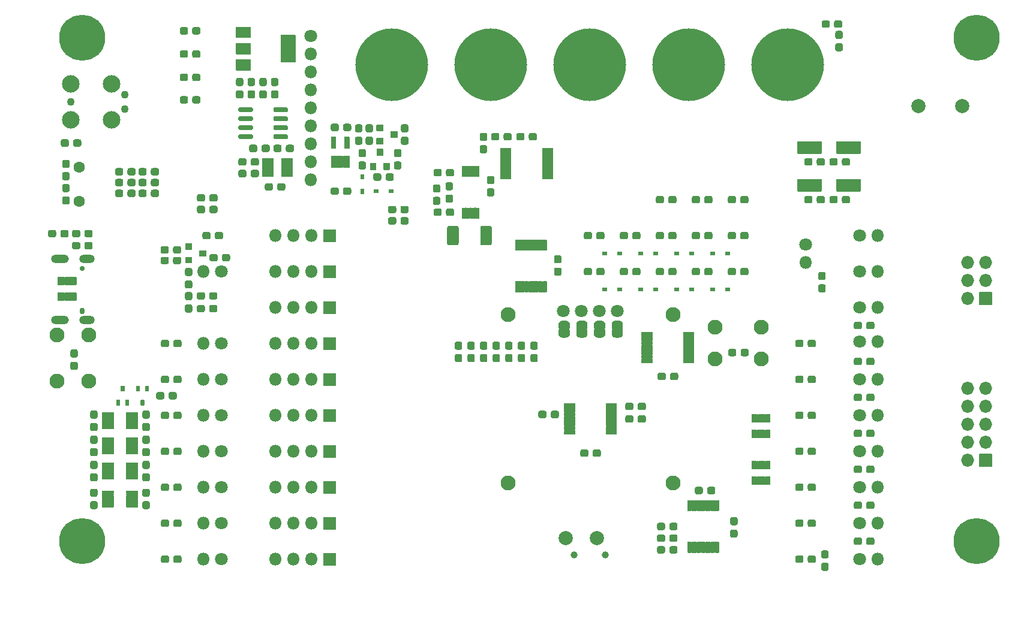
<source format=gbr>
G04 #@! TF.GenerationSoftware,KiCad,Pcbnew,5.1.10*
G04 #@! TF.CreationDate,2021-11-28T00:22:19+01:00*
G04 #@! TF.ProjectId,board,626f6172-642e-46b6-9963-61645f706362,rev?*
G04 #@! TF.SameCoordinates,Original*
G04 #@! TF.FileFunction,Soldermask,Bot*
G04 #@! TF.FilePolarity,Negative*
%FSLAX46Y46*%
G04 Gerber Fmt 4.6, Leading zero omitted, Abs format (unit mm)*
G04 Created by KiCad (PCBNEW 5.1.10) date 2021-11-28 00:22:19*
%MOMM*%
%LPD*%
G01*
G04 APERTURE LIST*
%ADD10O,1.829200X1.829200*%
%ADD11C,1.002000*%
%ADD12C,2.000000*%
%ADD13C,2.102000*%
%ADD14C,1.802000*%
%ADD15O,1.802000X1.802000*%
%ADD16C,10.262000*%
%ADD17C,1.092600*%
%ADD18C,2.476900*%
%ADD19C,6.502000*%
%ADD20C,0.902000*%
%ADD21O,2.202000X1.202000*%
%ADD22O,2.502000X1.202000*%
%ADD23O,0.702000X0.702000*%
%ADD24O,0.702000X0.952000*%
%ADD25C,1.602000*%
%ADD26C,0.100000*%
G04 APERTURE END LIST*
G36*
G01*
X158394600Y-112166400D02*
X158394600Y-113893600D01*
G75*
G02*
X158343600Y-113944600I-51000J0D01*
G01*
X156616400Y-113944600D01*
G75*
G02*
X156565400Y-113893600I0J51000D01*
G01*
X156565400Y-112166400D01*
G75*
G02*
X156616400Y-112115400I51000J0D01*
G01*
X158343600Y-112115400D01*
G75*
G02*
X158394600Y-112166400I0J-51000D01*
G01*
G37*
D10*
X154940000Y-113030000D03*
X157480000Y-110490000D03*
X154940000Y-110490000D03*
X157480000Y-107950000D03*
X154940000Y-107950000D03*
X157480000Y-105410000D03*
X154940000Y-105410000D03*
X157480000Y-102870000D03*
X154940000Y-102870000D03*
G36*
G01*
X158394600Y-89306400D02*
X158394600Y-91033600D01*
G75*
G02*
X158343600Y-91084600I-51000J0D01*
G01*
X156616400Y-91084600D01*
G75*
G02*
X156565400Y-91033600I0J51000D01*
G01*
X156565400Y-89306400D01*
G75*
G02*
X156616400Y-89255400I51000J0D01*
G01*
X158343600Y-89255400D01*
G75*
G02*
X158394600Y-89306400I0J-51000D01*
G01*
G37*
X154940000Y-90170000D03*
X157480000Y-87630000D03*
X154940000Y-87630000D03*
X157480000Y-85090000D03*
X154940000Y-85090000D03*
D11*
X99400000Y-126406000D03*
X103800000Y-126406000D03*
D12*
X154200000Y-63000000D03*
X102600000Y-124000000D03*
X148000000Y-63000000D03*
X98200000Y-124000000D03*
D13*
X90050000Y-92431998D03*
D14*
X100430000Y-91931998D03*
X97890000Y-91931998D03*
X102970000Y-91931998D03*
X105510000Y-91931998D03*
D13*
X113350000Y-92431998D03*
X90050000Y-116231998D03*
X113350000Y-116231998D03*
D14*
X62230000Y-53086000D03*
D15*
X62230000Y-55626000D03*
X62230000Y-58166000D03*
X62230000Y-60706000D03*
X62230000Y-63246000D03*
X62230000Y-65786000D03*
X62230000Y-68326000D03*
X62230000Y-70866000D03*
X62230000Y-73406000D03*
D16*
X73660000Y-57150000D03*
X129540000Y-57150000D03*
X87630000Y-57150000D03*
X101600000Y-57150000D03*
X115570000Y-57150000D03*
G36*
G01*
X76051000Y-77337000D02*
X76051000Y-77863000D01*
G75*
G02*
X75788000Y-78126000I-263000J0D01*
G01*
X75162000Y-78126000D01*
G75*
G02*
X74899000Y-77863000I0J263000D01*
G01*
X74899000Y-77337000D01*
G75*
G02*
X75162000Y-77074000I263000J0D01*
G01*
X75788000Y-77074000D01*
G75*
G02*
X76051000Y-77337000I0J-263000D01*
G01*
G37*
G36*
G01*
X74301000Y-77337000D02*
X74301000Y-77863000D01*
G75*
G02*
X74038000Y-78126000I-263000J0D01*
G01*
X73412000Y-78126000D01*
G75*
G02*
X73149000Y-77863000I0J263000D01*
G01*
X73149000Y-77337000D01*
G75*
G02*
X73412000Y-77074000I263000J0D01*
G01*
X74038000Y-77074000D01*
G75*
G02*
X74301000Y-77337000I0J-263000D01*
G01*
G37*
G36*
G01*
X74301000Y-78937000D02*
X74301000Y-79463000D01*
G75*
G02*
X74038000Y-79726000I-263000J0D01*
G01*
X73412000Y-79726000D01*
G75*
G02*
X73149000Y-79463000I0J263000D01*
G01*
X73149000Y-78937000D01*
G75*
G02*
X73412000Y-78674000I263000J0D01*
G01*
X74038000Y-78674000D01*
G75*
G02*
X74301000Y-78937000I0J-263000D01*
G01*
G37*
G36*
G01*
X76051000Y-78937000D02*
X76051000Y-79463000D01*
G75*
G02*
X75788000Y-79726000I-263000J0D01*
G01*
X75162000Y-79726000D01*
G75*
G02*
X74899000Y-79463000I0J263000D01*
G01*
X74899000Y-78937000D01*
G75*
G02*
X75162000Y-78674000I263000J0D01*
G01*
X75788000Y-78674000D01*
G75*
G02*
X76051000Y-78937000I0J-263000D01*
G01*
G37*
G36*
G01*
X85124400Y-97414800D02*
X84598400Y-97414800D01*
G75*
G02*
X84335400Y-97151800I0J263000D01*
G01*
X84335400Y-96525800D01*
G75*
G02*
X84598400Y-96262800I263000J0D01*
G01*
X85124400Y-96262800D01*
G75*
G02*
X85387400Y-96525800I0J-263000D01*
G01*
X85387400Y-97151800D01*
G75*
G02*
X85124400Y-97414800I-263000J0D01*
G01*
G37*
G36*
G01*
X85124400Y-99164800D02*
X84598400Y-99164800D01*
G75*
G02*
X84335400Y-98901800I0J263000D01*
G01*
X84335400Y-98275800D01*
G75*
G02*
X84598400Y-98012800I263000J0D01*
G01*
X85124400Y-98012800D01*
G75*
G02*
X85387400Y-98275800I0J-263000D01*
G01*
X85387400Y-98901800D01*
G75*
G02*
X85124400Y-99164800I-263000J0D01*
G01*
G37*
G36*
G01*
X88154400Y-96262800D02*
X88680400Y-96262800D01*
G75*
G02*
X88943400Y-96525800I0J-263000D01*
G01*
X88943400Y-97151800D01*
G75*
G02*
X88680400Y-97414800I-263000J0D01*
G01*
X88154400Y-97414800D01*
G75*
G02*
X87891400Y-97151800I0J263000D01*
G01*
X87891400Y-96525800D01*
G75*
G02*
X88154400Y-96262800I263000J0D01*
G01*
G37*
G36*
G01*
X88154400Y-98012800D02*
X88680400Y-98012800D01*
G75*
G02*
X88943400Y-98275800I0J-263000D01*
G01*
X88943400Y-98901800D01*
G75*
G02*
X88680400Y-99164800I-263000J0D01*
G01*
X88154400Y-99164800D01*
G75*
G02*
X87891400Y-98901800I0J263000D01*
G01*
X87891400Y-98275800D01*
G75*
G02*
X88154400Y-98012800I263000J0D01*
G01*
G37*
G36*
G01*
X86376400Y-98012800D02*
X86902400Y-98012800D01*
G75*
G02*
X87165400Y-98275800I0J-263000D01*
G01*
X87165400Y-98901800D01*
G75*
G02*
X86902400Y-99164800I-263000J0D01*
G01*
X86376400Y-99164800D01*
G75*
G02*
X86113400Y-98901800I0J263000D01*
G01*
X86113400Y-98275800D01*
G75*
G02*
X86376400Y-98012800I263000J0D01*
G01*
G37*
G36*
G01*
X86376400Y-96262800D02*
X86902400Y-96262800D01*
G75*
G02*
X87165400Y-96525800I0J-263000D01*
G01*
X87165400Y-97151800D01*
G75*
G02*
X86902400Y-97414800I-263000J0D01*
G01*
X86376400Y-97414800D01*
G75*
G02*
X86113400Y-97151800I0J263000D01*
G01*
X86113400Y-96525800D01*
G75*
G02*
X86376400Y-96262800I263000J0D01*
G01*
G37*
G36*
G01*
X94014400Y-99164800D02*
X93488400Y-99164800D01*
G75*
G02*
X93225400Y-98901800I0J263000D01*
G01*
X93225400Y-98275800D01*
G75*
G02*
X93488400Y-98012800I263000J0D01*
G01*
X94014400Y-98012800D01*
G75*
G02*
X94277400Y-98275800I0J-263000D01*
G01*
X94277400Y-98901800D01*
G75*
G02*
X94014400Y-99164800I-263000J0D01*
G01*
G37*
G36*
G01*
X94014400Y-97414800D02*
X93488400Y-97414800D01*
G75*
G02*
X93225400Y-97151800I0J263000D01*
G01*
X93225400Y-96525800D01*
G75*
G02*
X93488400Y-96262800I263000J0D01*
G01*
X94014400Y-96262800D01*
G75*
G02*
X94277400Y-96525800I0J-263000D01*
G01*
X94277400Y-97151800D01*
G75*
G02*
X94014400Y-97414800I-263000J0D01*
G01*
G37*
G36*
G01*
X91710400Y-96262800D02*
X92236400Y-96262800D01*
G75*
G02*
X92499400Y-96525800I0J-263000D01*
G01*
X92499400Y-97151800D01*
G75*
G02*
X92236400Y-97414800I-263000J0D01*
G01*
X91710400Y-97414800D01*
G75*
G02*
X91447400Y-97151800I0J263000D01*
G01*
X91447400Y-96525800D01*
G75*
G02*
X91710400Y-96262800I263000J0D01*
G01*
G37*
G36*
G01*
X91710400Y-98012800D02*
X92236400Y-98012800D01*
G75*
G02*
X92499400Y-98275800I0J-263000D01*
G01*
X92499400Y-98901800D01*
G75*
G02*
X92236400Y-99164800I-263000J0D01*
G01*
X91710400Y-99164800D01*
G75*
G02*
X91447400Y-98901800I0J263000D01*
G01*
X91447400Y-98275800D01*
G75*
G02*
X91710400Y-98012800I263000J0D01*
G01*
G37*
G36*
G01*
X90458400Y-97414800D02*
X89932400Y-97414800D01*
G75*
G02*
X89669400Y-97151800I0J263000D01*
G01*
X89669400Y-96525800D01*
G75*
G02*
X89932400Y-96262800I263000J0D01*
G01*
X90458400Y-96262800D01*
G75*
G02*
X90721400Y-96525800I0J-263000D01*
G01*
X90721400Y-97151800D01*
G75*
G02*
X90458400Y-97414800I-263000J0D01*
G01*
G37*
G36*
G01*
X90458400Y-99164800D02*
X89932400Y-99164800D01*
G75*
G02*
X89669400Y-98901800I0J263000D01*
G01*
X89669400Y-98275800D01*
G75*
G02*
X89932400Y-98012800I263000J0D01*
G01*
X90458400Y-98012800D01*
G75*
G02*
X90721400Y-98275800I0J-263000D01*
G01*
X90721400Y-98901800D01*
G75*
G02*
X90458400Y-99164800I-263000J0D01*
G01*
G37*
G36*
G01*
X82820400Y-96262800D02*
X83346400Y-96262800D01*
G75*
G02*
X83609400Y-96525800I0J-263000D01*
G01*
X83609400Y-97151800D01*
G75*
G02*
X83346400Y-97414800I-263000J0D01*
G01*
X82820400Y-97414800D01*
G75*
G02*
X82557400Y-97151800I0J263000D01*
G01*
X82557400Y-96525800D01*
G75*
G02*
X82820400Y-96262800I263000J0D01*
G01*
G37*
G36*
G01*
X82820400Y-98012800D02*
X83346400Y-98012800D01*
G75*
G02*
X83609400Y-98275800I0J-263000D01*
G01*
X83609400Y-98901800D01*
G75*
G02*
X83346400Y-99164800I-263000J0D01*
G01*
X82820400Y-99164800D01*
G75*
G02*
X82557400Y-98901800I0J263000D01*
G01*
X82557400Y-98275800D01*
G75*
G02*
X82820400Y-98012800I263000J0D01*
G01*
G37*
G36*
G01*
X124502999Y-106523000D02*
X125153001Y-106523000D01*
G75*
G02*
X125204000Y-106573999I0J-50999D01*
G01*
X125204000Y-107634001D01*
G75*
G02*
X125153001Y-107685000I-50999J0D01*
G01*
X124502999Y-107685000D01*
G75*
G02*
X124452000Y-107634001I0J50999D01*
G01*
X124452000Y-106573999D01*
G75*
G02*
X124502999Y-106523000I50999J0D01*
G01*
G37*
G36*
G01*
X125452999Y-106523000D02*
X126103001Y-106523000D01*
G75*
G02*
X126154000Y-106573999I0J-50999D01*
G01*
X126154000Y-107634001D01*
G75*
G02*
X126103001Y-107685000I-50999J0D01*
G01*
X125452999Y-107685000D01*
G75*
G02*
X125402000Y-107634001I0J50999D01*
G01*
X125402000Y-106573999D01*
G75*
G02*
X125452999Y-106523000I50999J0D01*
G01*
G37*
G36*
G01*
X126402999Y-106523000D02*
X127053001Y-106523000D01*
G75*
G02*
X127104000Y-106573999I0J-50999D01*
G01*
X127104000Y-107634001D01*
G75*
G02*
X127053001Y-107685000I-50999J0D01*
G01*
X126402999Y-107685000D01*
G75*
G02*
X126352000Y-107634001I0J50999D01*
G01*
X126352000Y-106573999D01*
G75*
G02*
X126402999Y-106523000I50999J0D01*
G01*
G37*
G36*
G01*
X126402999Y-108723000D02*
X127053001Y-108723000D01*
G75*
G02*
X127104000Y-108773999I0J-50999D01*
G01*
X127104000Y-109834001D01*
G75*
G02*
X127053001Y-109885000I-50999J0D01*
G01*
X126402999Y-109885000D01*
G75*
G02*
X126352000Y-109834001I0J50999D01*
G01*
X126352000Y-108773999D01*
G75*
G02*
X126402999Y-108723000I50999J0D01*
G01*
G37*
G36*
G01*
X124502999Y-108723000D02*
X125153001Y-108723000D01*
G75*
G02*
X125204000Y-108773999I0J-50999D01*
G01*
X125204000Y-109834001D01*
G75*
G02*
X125153001Y-109885000I-50999J0D01*
G01*
X124502999Y-109885000D01*
G75*
G02*
X124452000Y-109834001I0J50999D01*
G01*
X124452000Y-108773999D01*
G75*
G02*
X124502999Y-108723000I50999J0D01*
G01*
G37*
G36*
G01*
X125452999Y-108723000D02*
X126103001Y-108723000D01*
G75*
G02*
X126154000Y-108773999I0J-50999D01*
G01*
X126154000Y-109834001D01*
G75*
G02*
X126103001Y-109885000I-50999J0D01*
G01*
X125452999Y-109885000D01*
G75*
G02*
X125402000Y-109834001I0J50999D01*
G01*
X125402000Y-108773999D01*
G75*
G02*
X125452999Y-108723000I50999J0D01*
G01*
G37*
G36*
G01*
X29851000Y-67937000D02*
X29851000Y-68463000D01*
G75*
G02*
X29588000Y-68726000I-263000J0D01*
G01*
X28962000Y-68726000D01*
G75*
G02*
X28699000Y-68463000I0J263000D01*
G01*
X28699000Y-67937000D01*
G75*
G02*
X28962000Y-67674000I263000J0D01*
G01*
X29588000Y-67674000D01*
G75*
G02*
X29851000Y-67937000I0J-263000D01*
G01*
G37*
G36*
G01*
X28101000Y-67937000D02*
X28101000Y-68463000D01*
G75*
G02*
X27838000Y-68726000I-263000J0D01*
G01*
X27212000Y-68726000D01*
G75*
G02*
X26949000Y-68463000I0J263000D01*
G01*
X26949000Y-67937000D01*
G75*
G02*
X27212000Y-67674000I263000J0D01*
G01*
X27838000Y-67674000D01*
G75*
G02*
X28101000Y-67937000I0J-263000D01*
G01*
G37*
G36*
G01*
X27423000Y-72308000D02*
X27949000Y-72308000D01*
G75*
G02*
X28212000Y-72571000I0J-263000D01*
G01*
X28212000Y-73197000D01*
G75*
G02*
X27949000Y-73460000I-263000J0D01*
G01*
X27423000Y-73460000D01*
G75*
G02*
X27160000Y-73197000I0J263000D01*
G01*
X27160000Y-72571000D01*
G75*
G02*
X27423000Y-72308000I263000J0D01*
G01*
G37*
G36*
G01*
X27423000Y-70558000D02*
X27949000Y-70558000D01*
G75*
G02*
X28212000Y-70821000I0J-263000D01*
G01*
X28212000Y-71447000D01*
G75*
G02*
X27949000Y-71710000I-263000J0D01*
G01*
X27423000Y-71710000D01*
G75*
G02*
X27160000Y-71447000I0J263000D01*
G01*
X27160000Y-70821000D01*
G75*
G02*
X27423000Y-70558000I263000J0D01*
G01*
G37*
G36*
G01*
X27949000Y-75139000D02*
X27423000Y-75139000D01*
G75*
G02*
X27160000Y-74876000I0J263000D01*
G01*
X27160000Y-74250000D01*
G75*
G02*
X27423000Y-73987000I263000J0D01*
G01*
X27949000Y-73987000D01*
G75*
G02*
X28212000Y-74250000I0J-263000D01*
G01*
X28212000Y-74876000D01*
G75*
G02*
X27949000Y-75139000I-263000J0D01*
G01*
G37*
G36*
G01*
X27949000Y-76889000D02*
X27423000Y-76889000D01*
G75*
G02*
X27160000Y-76626000I0J263000D01*
G01*
X27160000Y-76000000D01*
G75*
G02*
X27423000Y-75737000I263000J0D01*
G01*
X27949000Y-75737000D01*
G75*
G02*
X28212000Y-76000000I0J-263000D01*
G01*
X28212000Y-76626000D01*
G75*
G02*
X27949000Y-76889000I-263000J0D01*
G01*
G37*
G36*
G01*
X37519000Y-75048000D02*
X37519000Y-75574000D01*
G75*
G02*
X37256000Y-75837000I-263000J0D01*
G01*
X36630000Y-75837000D01*
G75*
G02*
X36367000Y-75574000I0J263000D01*
G01*
X36367000Y-75048000D01*
G75*
G02*
X36630000Y-74785000I263000J0D01*
G01*
X37256000Y-74785000D01*
G75*
G02*
X37519000Y-75048000I0J-263000D01*
G01*
G37*
G36*
G01*
X35769000Y-75048000D02*
X35769000Y-75574000D01*
G75*
G02*
X35506000Y-75837000I-263000J0D01*
G01*
X34880000Y-75837000D01*
G75*
G02*
X34617000Y-75574000I0J263000D01*
G01*
X34617000Y-75048000D01*
G75*
G02*
X34880000Y-74785000I263000J0D01*
G01*
X35506000Y-74785000D01*
G75*
G02*
X35769000Y-75048000I0J-263000D01*
G01*
G37*
G36*
G01*
X39669000Y-74050000D02*
X39669000Y-73524000D01*
G75*
G02*
X39932000Y-73261000I263000J0D01*
G01*
X40558000Y-73261000D01*
G75*
G02*
X40821000Y-73524000I0J-263000D01*
G01*
X40821000Y-74050000D01*
G75*
G02*
X40558000Y-74313000I-263000J0D01*
G01*
X39932000Y-74313000D01*
G75*
G02*
X39669000Y-74050000I0J263000D01*
G01*
G37*
G36*
G01*
X37919000Y-74050000D02*
X37919000Y-73524000D01*
G75*
G02*
X38182000Y-73261000I263000J0D01*
G01*
X38808000Y-73261000D01*
G75*
G02*
X39071000Y-73524000I0J-263000D01*
G01*
X39071000Y-74050000D01*
G75*
G02*
X38808000Y-74313000I-263000J0D01*
G01*
X38182000Y-74313000D01*
G75*
G02*
X37919000Y-74050000I0J263000D01*
G01*
G37*
G36*
G01*
X37919000Y-75574000D02*
X37919000Y-75048000D01*
G75*
G02*
X38182000Y-74785000I263000J0D01*
G01*
X38808000Y-74785000D01*
G75*
G02*
X39071000Y-75048000I0J-263000D01*
G01*
X39071000Y-75574000D01*
G75*
G02*
X38808000Y-75837000I-263000J0D01*
G01*
X38182000Y-75837000D01*
G75*
G02*
X37919000Y-75574000I0J263000D01*
G01*
G37*
G36*
G01*
X39669000Y-75574000D02*
X39669000Y-75048000D01*
G75*
G02*
X39932000Y-74785000I263000J0D01*
G01*
X40558000Y-74785000D01*
G75*
G02*
X40821000Y-75048000I0J-263000D01*
G01*
X40821000Y-75574000D01*
G75*
G02*
X40558000Y-75837000I-263000J0D01*
G01*
X39932000Y-75837000D01*
G75*
G02*
X39669000Y-75574000I0J263000D01*
G01*
G37*
G36*
G01*
X31360000Y-107741000D02*
X31886000Y-107741000D01*
G75*
G02*
X32149000Y-108004000I0J-263000D01*
G01*
X32149000Y-108630000D01*
G75*
G02*
X31886000Y-108893000I-263000J0D01*
G01*
X31360000Y-108893000D01*
G75*
G02*
X31097000Y-108630000I0J263000D01*
G01*
X31097000Y-108004000D01*
G75*
G02*
X31360000Y-107741000I263000J0D01*
G01*
G37*
G36*
G01*
X31360000Y-105991000D02*
X31886000Y-105991000D01*
G75*
G02*
X32149000Y-106254000I0J-263000D01*
G01*
X32149000Y-106880000D01*
G75*
G02*
X31886000Y-107143000I-263000J0D01*
G01*
X31360000Y-107143000D01*
G75*
G02*
X31097000Y-106880000I0J263000D01*
G01*
X31097000Y-106254000D01*
G75*
G02*
X31360000Y-105991000I263000J0D01*
G01*
G37*
G36*
G01*
X31360000Y-111297000D02*
X31886000Y-111297000D01*
G75*
G02*
X32149000Y-111560000I0J-263000D01*
G01*
X32149000Y-112186000D01*
G75*
G02*
X31886000Y-112449000I-263000J0D01*
G01*
X31360000Y-112449000D01*
G75*
G02*
X31097000Y-112186000I0J263000D01*
G01*
X31097000Y-111560000D01*
G75*
G02*
X31360000Y-111297000I263000J0D01*
G01*
G37*
G36*
G01*
X31360000Y-109547000D02*
X31886000Y-109547000D01*
G75*
G02*
X32149000Y-109810000I0J-263000D01*
G01*
X32149000Y-110436000D01*
G75*
G02*
X31886000Y-110699000I-263000J0D01*
G01*
X31360000Y-110699000D01*
G75*
G02*
X31097000Y-110436000I0J263000D01*
G01*
X31097000Y-109810000D01*
G75*
G02*
X31360000Y-109547000I263000J0D01*
G01*
G37*
G36*
G01*
X35769000Y-73524000D02*
X35769000Y-74050000D01*
G75*
G02*
X35506000Y-74313000I-263000J0D01*
G01*
X34880000Y-74313000D01*
G75*
G02*
X34617000Y-74050000I0J263000D01*
G01*
X34617000Y-73524000D01*
G75*
G02*
X34880000Y-73261000I263000J0D01*
G01*
X35506000Y-73261000D01*
G75*
G02*
X35769000Y-73524000I0J-263000D01*
G01*
G37*
G36*
G01*
X37519000Y-73524000D02*
X37519000Y-74050000D01*
G75*
G02*
X37256000Y-74313000I-263000J0D01*
G01*
X36630000Y-74313000D01*
G75*
G02*
X36367000Y-74050000I0J263000D01*
G01*
X36367000Y-73524000D01*
G75*
G02*
X36630000Y-73261000I263000J0D01*
G01*
X37256000Y-73261000D01*
G75*
G02*
X37519000Y-73524000I0J-263000D01*
G01*
G37*
G36*
G01*
X39252000Y-108893000D02*
X38726000Y-108893000D01*
G75*
G02*
X38463000Y-108630000I0J263000D01*
G01*
X38463000Y-108004000D01*
G75*
G02*
X38726000Y-107741000I263000J0D01*
G01*
X39252000Y-107741000D01*
G75*
G02*
X39515000Y-108004000I0J-263000D01*
G01*
X39515000Y-108630000D01*
G75*
G02*
X39252000Y-108893000I-263000J0D01*
G01*
G37*
G36*
G01*
X39252000Y-107143000D02*
X38726000Y-107143000D01*
G75*
G02*
X38463000Y-106880000I0J263000D01*
G01*
X38463000Y-106254000D01*
G75*
G02*
X38726000Y-105991000I263000J0D01*
G01*
X39252000Y-105991000D01*
G75*
G02*
X39515000Y-106254000I0J-263000D01*
G01*
X39515000Y-106880000D01*
G75*
G02*
X39252000Y-107143000I-263000J0D01*
G01*
G37*
G36*
G01*
X39252000Y-112449000D02*
X38726000Y-112449000D01*
G75*
G02*
X38463000Y-112186000I0J263000D01*
G01*
X38463000Y-111560000D01*
G75*
G02*
X38726000Y-111297000I263000J0D01*
G01*
X39252000Y-111297000D01*
G75*
G02*
X39515000Y-111560000I0J-263000D01*
G01*
X39515000Y-112186000D01*
G75*
G02*
X39252000Y-112449000I-263000J0D01*
G01*
G37*
G36*
G01*
X39252000Y-110699000D02*
X38726000Y-110699000D01*
G75*
G02*
X38463000Y-110436000I0J263000D01*
G01*
X38463000Y-109810000D01*
G75*
G02*
X38726000Y-109547000I263000J0D01*
G01*
X39252000Y-109547000D01*
G75*
G02*
X39515000Y-109810000I0J-263000D01*
G01*
X39515000Y-110436000D01*
G75*
G02*
X39252000Y-110699000I-263000J0D01*
G01*
G37*
G36*
G01*
X35769000Y-72000000D02*
X35769000Y-72526000D01*
G75*
G02*
X35506000Y-72789000I-263000J0D01*
G01*
X34880000Y-72789000D01*
G75*
G02*
X34617000Y-72526000I0J263000D01*
G01*
X34617000Y-72000000D01*
G75*
G02*
X34880000Y-71737000I263000J0D01*
G01*
X35506000Y-71737000D01*
G75*
G02*
X35769000Y-72000000I0J-263000D01*
G01*
G37*
G36*
G01*
X37519000Y-72000000D02*
X37519000Y-72526000D01*
G75*
G02*
X37256000Y-72789000I-263000J0D01*
G01*
X36630000Y-72789000D01*
G75*
G02*
X36367000Y-72526000I0J263000D01*
G01*
X36367000Y-72000000D01*
G75*
G02*
X36630000Y-71737000I263000J0D01*
G01*
X37256000Y-71737000D01*
G75*
G02*
X37519000Y-72000000I0J-263000D01*
G01*
G37*
G36*
G01*
X37919000Y-72526000D02*
X37919000Y-72000000D01*
G75*
G02*
X38182000Y-71737000I263000J0D01*
G01*
X38808000Y-71737000D01*
G75*
G02*
X39071000Y-72000000I0J-263000D01*
G01*
X39071000Y-72526000D01*
G75*
G02*
X38808000Y-72789000I-263000J0D01*
G01*
X38182000Y-72789000D01*
G75*
G02*
X37919000Y-72526000I0J263000D01*
G01*
G37*
G36*
G01*
X39669000Y-72526000D02*
X39669000Y-72000000D01*
G75*
G02*
X39932000Y-71737000I263000J0D01*
G01*
X40558000Y-71737000D01*
G75*
G02*
X40821000Y-72000000I0J-263000D01*
G01*
X40821000Y-72526000D01*
G75*
G02*
X40558000Y-72789000I-263000J0D01*
G01*
X39932000Y-72789000D01*
G75*
G02*
X39669000Y-72526000I0J263000D01*
G01*
G37*
G36*
G01*
X31360000Y-118790000D02*
X31886000Y-118790000D01*
G75*
G02*
X32149000Y-119053000I0J-263000D01*
G01*
X32149000Y-119679000D01*
G75*
G02*
X31886000Y-119942000I-263000J0D01*
G01*
X31360000Y-119942000D01*
G75*
G02*
X31097000Y-119679000I0J263000D01*
G01*
X31097000Y-119053000D01*
G75*
G02*
X31360000Y-118790000I263000J0D01*
G01*
G37*
G36*
G01*
X31360000Y-117040000D02*
X31886000Y-117040000D01*
G75*
G02*
X32149000Y-117303000I0J-263000D01*
G01*
X32149000Y-117929000D01*
G75*
G02*
X31886000Y-118192000I-263000J0D01*
G01*
X31360000Y-118192000D01*
G75*
G02*
X31097000Y-117929000I0J263000D01*
G01*
X31097000Y-117303000D01*
G75*
G02*
X31360000Y-117040000I263000J0D01*
G01*
G37*
G36*
G01*
X31360000Y-113103000D02*
X31886000Y-113103000D01*
G75*
G02*
X32149000Y-113366000I0J-263000D01*
G01*
X32149000Y-113992000D01*
G75*
G02*
X31886000Y-114255000I-263000J0D01*
G01*
X31360000Y-114255000D01*
G75*
G02*
X31097000Y-113992000I0J263000D01*
G01*
X31097000Y-113366000D01*
G75*
G02*
X31360000Y-113103000I263000J0D01*
G01*
G37*
G36*
G01*
X31360000Y-114853000D02*
X31886000Y-114853000D01*
G75*
G02*
X32149000Y-115116000I0J-263000D01*
G01*
X32149000Y-115742000D01*
G75*
G02*
X31886000Y-116005000I-263000J0D01*
G01*
X31360000Y-116005000D01*
G75*
G02*
X31097000Y-115742000I0J263000D01*
G01*
X31097000Y-115116000D01*
G75*
G02*
X31360000Y-114853000I263000J0D01*
G01*
G37*
G36*
G01*
X39252000Y-119942000D02*
X38726000Y-119942000D01*
G75*
G02*
X38463000Y-119679000I0J263000D01*
G01*
X38463000Y-119053000D01*
G75*
G02*
X38726000Y-118790000I263000J0D01*
G01*
X39252000Y-118790000D01*
G75*
G02*
X39515000Y-119053000I0J-263000D01*
G01*
X39515000Y-119679000D01*
G75*
G02*
X39252000Y-119942000I-263000J0D01*
G01*
G37*
G36*
G01*
X39252000Y-118192000D02*
X38726000Y-118192000D01*
G75*
G02*
X38463000Y-117929000I0J263000D01*
G01*
X38463000Y-117303000D01*
G75*
G02*
X38726000Y-117040000I263000J0D01*
G01*
X39252000Y-117040000D01*
G75*
G02*
X39515000Y-117303000I0J-263000D01*
G01*
X39515000Y-117929000D01*
G75*
G02*
X39252000Y-118192000I-263000J0D01*
G01*
G37*
G36*
G01*
X39252000Y-116005000D02*
X38726000Y-116005000D01*
G75*
G02*
X38463000Y-115742000I0J263000D01*
G01*
X38463000Y-115116000D01*
G75*
G02*
X38726000Y-114853000I263000J0D01*
G01*
X39252000Y-114853000D01*
G75*
G02*
X39515000Y-115116000I0J-263000D01*
G01*
X39515000Y-115742000D01*
G75*
G02*
X39252000Y-116005000I-263000J0D01*
G01*
G37*
G36*
G01*
X39252000Y-114255000D02*
X38726000Y-114255000D01*
G75*
G02*
X38463000Y-113992000I0J263000D01*
G01*
X38463000Y-113366000D01*
G75*
G02*
X38726000Y-113103000I263000J0D01*
G01*
X39252000Y-113103000D01*
G75*
G02*
X39515000Y-113366000I0J-263000D01*
G01*
X39515000Y-113992000D01*
G75*
G02*
X39252000Y-114255000I-263000J0D01*
G01*
G37*
G36*
G01*
X49051000Y-91337000D02*
X49051000Y-91863000D01*
G75*
G02*
X48788000Y-92126000I-263000J0D01*
G01*
X48162000Y-92126000D01*
G75*
G02*
X47899000Y-91863000I0J263000D01*
G01*
X47899000Y-91337000D01*
G75*
G02*
X48162000Y-91074000I263000J0D01*
G01*
X48788000Y-91074000D01*
G75*
G02*
X49051000Y-91337000I0J-263000D01*
G01*
G37*
G36*
G01*
X47301000Y-91337000D02*
X47301000Y-91863000D01*
G75*
G02*
X47038000Y-92126000I-263000J0D01*
G01*
X46412000Y-92126000D01*
G75*
G02*
X46149000Y-91863000I0J263000D01*
G01*
X46149000Y-91337000D01*
G75*
G02*
X46412000Y-91074000I263000J0D01*
G01*
X47038000Y-91074000D01*
G75*
G02*
X47301000Y-91337000I0J-263000D01*
G01*
G37*
G36*
G01*
X81525000Y-75483000D02*
X82051000Y-75483000D01*
G75*
G02*
X82314000Y-75746000I0J-263000D01*
G01*
X82314000Y-76372000D01*
G75*
G02*
X82051000Y-76635000I-263000J0D01*
G01*
X81525000Y-76635000D01*
G75*
G02*
X81262000Y-76372000I0J263000D01*
G01*
X81262000Y-75746000D01*
G75*
G02*
X81525000Y-75483000I263000J0D01*
G01*
G37*
G36*
G01*
X81525000Y-73733000D02*
X82051000Y-73733000D01*
G75*
G02*
X82314000Y-73996000I0J-263000D01*
G01*
X82314000Y-74622000D01*
G75*
G02*
X82051000Y-74885000I-263000J0D01*
G01*
X81525000Y-74885000D01*
G75*
G02*
X81262000Y-74622000I0J263000D01*
G01*
X81262000Y-73996000D01*
G75*
G02*
X81525000Y-73733000I263000J0D01*
G01*
G37*
G36*
G01*
X97363000Y-86951000D02*
X96837000Y-86951000D01*
G75*
G02*
X96574000Y-86688000I0J263000D01*
G01*
X96574000Y-86062000D01*
G75*
G02*
X96837000Y-85799000I263000J0D01*
G01*
X97363000Y-85799000D01*
G75*
G02*
X97626000Y-86062000I0J-263000D01*
G01*
X97626000Y-86688000D01*
G75*
G02*
X97363000Y-86951000I-263000J0D01*
G01*
G37*
G36*
G01*
X97363000Y-85201000D02*
X96837000Y-85201000D01*
G75*
G02*
X96574000Y-84938000I0J263000D01*
G01*
X96574000Y-84312000D01*
G75*
G02*
X96837000Y-84049000I263000J0D01*
G01*
X97363000Y-84049000D01*
G75*
G02*
X97626000Y-84312000I0J-263000D01*
G01*
X97626000Y-84938000D01*
G75*
G02*
X97363000Y-85201000I-263000J0D01*
G01*
G37*
G36*
G01*
X102026000Y-112277000D02*
X102026000Y-111751000D01*
G75*
G02*
X102289000Y-111488000I263000J0D01*
G01*
X102915000Y-111488000D01*
G75*
G02*
X103178000Y-111751000I0J-263000D01*
G01*
X103178000Y-112277000D01*
G75*
G02*
X102915000Y-112540000I-263000J0D01*
G01*
X102289000Y-112540000D01*
G75*
G02*
X102026000Y-112277000I0J263000D01*
G01*
G37*
G36*
G01*
X100276000Y-112277000D02*
X100276000Y-111751000D01*
G75*
G02*
X100539000Y-111488000I263000J0D01*
G01*
X101165000Y-111488000D01*
G75*
G02*
X101428000Y-111751000I0J-263000D01*
G01*
X101428000Y-112277000D01*
G75*
G02*
X101165000Y-112540000I-263000J0D01*
G01*
X100539000Y-112540000D01*
G75*
G02*
X100276000Y-112277000I0J263000D01*
G01*
G37*
G36*
G01*
X92411000Y-67047000D02*
X92411000Y-67573000D01*
G75*
G02*
X92148000Y-67836000I-263000J0D01*
G01*
X91522000Y-67836000D01*
G75*
G02*
X91259000Y-67573000I0J263000D01*
G01*
X91259000Y-67047000D01*
G75*
G02*
X91522000Y-66784000I263000J0D01*
G01*
X92148000Y-66784000D01*
G75*
G02*
X92411000Y-67047000I0J-263000D01*
G01*
G37*
G36*
G01*
X94161000Y-67047000D02*
X94161000Y-67573000D01*
G75*
G02*
X93898000Y-67836000I-263000J0D01*
G01*
X93272000Y-67836000D01*
G75*
G02*
X93009000Y-67573000I0J263000D01*
G01*
X93009000Y-67047000D01*
G75*
G02*
X93272000Y-66784000I263000J0D01*
G01*
X93898000Y-66784000D01*
G75*
G02*
X94161000Y-67047000I0J-263000D01*
G01*
G37*
G36*
G01*
X114092000Y-100916000D02*
X114092000Y-101442000D01*
G75*
G02*
X113829000Y-101705000I-263000J0D01*
G01*
X113203000Y-101705000D01*
G75*
G02*
X112940000Y-101442000I0J263000D01*
G01*
X112940000Y-100916000D01*
G75*
G02*
X113203000Y-100653000I263000J0D01*
G01*
X113829000Y-100653000D01*
G75*
G02*
X114092000Y-100916000I0J-263000D01*
G01*
G37*
G36*
G01*
X112342000Y-100916000D02*
X112342000Y-101442000D01*
G75*
G02*
X112079000Y-101705000I-263000J0D01*
G01*
X111453000Y-101705000D01*
G75*
G02*
X111190000Y-101442000I0J263000D01*
G01*
X111190000Y-100916000D01*
G75*
G02*
X111453000Y-100653000I263000J0D01*
G01*
X112079000Y-100653000D01*
G75*
G02*
X112342000Y-100916000I0J-263000D01*
G01*
G37*
G36*
G01*
X122214000Y-122208000D02*
X121688000Y-122208000D01*
G75*
G02*
X121425000Y-121945000I0J263000D01*
G01*
X121425000Y-121319000D01*
G75*
G02*
X121688000Y-121056000I263000J0D01*
G01*
X122214000Y-121056000D01*
G75*
G02*
X122477000Y-121319000I0J-263000D01*
G01*
X122477000Y-121945000D01*
G75*
G02*
X122214000Y-122208000I-263000J0D01*
G01*
G37*
G36*
G01*
X122214000Y-123958000D02*
X121688000Y-123958000D01*
G75*
G02*
X121425000Y-123695000I0J263000D01*
G01*
X121425000Y-123069000D01*
G75*
G02*
X121688000Y-122806000I263000J0D01*
G01*
X122214000Y-122806000D01*
G75*
G02*
X122477000Y-123069000I0J-263000D01*
G01*
X122477000Y-123695000D01*
G75*
G02*
X122214000Y-123958000I-263000J0D01*
G01*
G37*
G36*
G01*
X53168000Y-72254000D02*
X53168000Y-72780000D01*
G75*
G02*
X52905000Y-73043000I-263000J0D01*
G01*
X52279000Y-73043000D01*
G75*
G02*
X52016000Y-72780000I0J263000D01*
G01*
X52016000Y-72254000D01*
G75*
G02*
X52279000Y-71991000I263000J0D01*
G01*
X52905000Y-71991000D01*
G75*
G02*
X53168000Y-72254000I0J-263000D01*
G01*
G37*
G36*
G01*
X54918000Y-72254000D02*
X54918000Y-72780000D01*
G75*
G02*
X54655000Y-73043000I-263000J0D01*
G01*
X54029000Y-73043000D01*
G75*
G02*
X53766000Y-72780000I0J263000D01*
G01*
X53766000Y-72254000D01*
G75*
G02*
X54029000Y-71991000I263000J0D01*
G01*
X54655000Y-71991000D01*
G75*
G02*
X54918000Y-72254000I0J-263000D01*
G01*
G37*
G36*
G01*
X51934000Y-60751000D02*
X52460000Y-60751000D01*
G75*
G02*
X52723000Y-61014000I0J-263000D01*
G01*
X52723000Y-61640000D01*
G75*
G02*
X52460000Y-61903000I-263000J0D01*
G01*
X51934000Y-61903000D01*
G75*
G02*
X51671000Y-61640000I0J263000D01*
G01*
X51671000Y-61014000D01*
G75*
G02*
X51934000Y-60751000I263000J0D01*
G01*
G37*
G36*
G01*
X51934000Y-59001000D02*
X52460000Y-59001000D01*
G75*
G02*
X52723000Y-59264000I0J-263000D01*
G01*
X52723000Y-59890000D01*
G75*
G02*
X52460000Y-60153000I-263000J0D01*
G01*
X51934000Y-60153000D01*
G75*
G02*
X51671000Y-59890000I0J263000D01*
G01*
X51671000Y-59264000D01*
G75*
G02*
X51934000Y-59001000I263000J0D01*
G01*
G37*
G36*
G01*
X56887000Y-60751000D02*
X57413000Y-60751000D01*
G75*
G02*
X57676000Y-61014000I0J-263000D01*
G01*
X57676000Y-61640000D01*
G75*
G02*
X57413000Y-61903000I-263000J0D01*
G01*
X56887000Y-61903000D01*
G75*
G02*
X56624000Y-61640000I0J263000D01*
G01*
X56624000Y-61014000D01*
G75*
G02*
X56887000Y-60751000I263000J0D01*
G01*
G37*
G36*
G01*
X56887000Y-59001000D02*
X57413000Y-59001000D01*
G75*
G02*
X57676000Y-59264000I0J-263000D01*
G01*
X57676000Y-59890000D01*
G75*
G02*
X57413000Y-60153000I-263000J0D01*
G01*
X56887000Y-60153000D01*
G75*
G02*
X56624000Y-59890000I0J263000D01*
G01*
X56624000Y-59264000D01*
G75*
G02*
X56887000Y-59001000I263000J0D01*
G01*
G37*
G36*
G01*
X58651000Y-74137000D02*
X58651000Y-74663000D01*
G75*
G02*
X58388000Y-74926000I-263000J0D01*
G01*
X57762000Y-74926000D01*
G75*
G02*
X57499000Y-74663000I0J263000D01*
G01*
X57499000Y-74137000D01*
G75*
G02*
X57762000Y-73874000I263000J0D01*
G01*
X58388000Y-73874000D01*
G75*
G02*
X58651000Y-74137000I0J-263000D01*
G01*
G37*
G36*
G01*
X56901000Y-74137000D02*
X56901000Y-74663000D01*
G75*
G02*
X56638000Y-74926000I-263000J0D01*
G01*
X56012000Y-74926000D01*
G75*
G02*
X55749000Y-74663000I0J263000D01*
G01*
X55749000Y-74137000D01*
G75*
G02*
X56012000Y-73874000I263000J0D01*
G01*
X56638000Y-73874000D01*
G75*
G02*
X56901000Y-74137000I0J-263000D01*
G01*
G37*
G36*
G01*
X53540000Y-69224000D02*
X53540000Y-68698000D01*
G75*
G02*
X53803000Y-68435000I263000J0D01*
G01*
X54429000Y-68435000D01*
G75*
G02*
X54692000Y-68698000I0J-263000D01*
G01*
X54692000Y-69224000D01*
G75*
G02*
X54429000Y-69487000I-263000J0D01*
G01*
X53803000Y-69487000D01*
G75*
G02*
X53540000Y-69224000I0J263000D01*
G01*
G37*
G36*
G01*
X55290000Y-69224000D02*
X55290000Y-68698000D01*
G75*
G02*
X55553000Y-68435000I263000J0D01*
G01*
X56179000Y-68435000D01*
G75*
G02*
X56442000Y-68698000I0J-263000D01*
G01*
X56442000Y-69224000D01*
G75*
G02*
X56179000Y-69487000I-263000J0D01*
G01*
X55553000Y-69487000D01*
G75*
G02*
X55290000Y-69224000I0J263000D01*
G01*
G37*
G36*
G01*
X53585000Y-59001000D02*
X54111000Y-59001000D01*
G75*
G02*
X54374000Y-59264000I0J-263000D01*
G01*
X54374000Y-59890000D01*
G75*
G02*
X54111000Y-60153000I-263000J0D01*
G01*
X53585000Y-60153000D01*
G75*
G02*
X53322000Y-59890000I0J263000D01*
G01*
X53322000Y-59264000D01*
G75*
G02*
X53585000Y-59001000I263000J0D01*
G01*
G37*
G36*
G01*
X53585000Y-60751000D02*
X54111000Y-60751000D01*
G75*
G02*
X54374000Y-61014000I0J-263000D01*
G01*
X54374000Y-61640000D01*
G75*
G02*
X54111000Y-61903000I-263000J0D01*
G01*
X53585000Y-61903000D01*
G75*
G02*
X53322000Y-61640000I0J263000D01*
G01*
X53322000Y-61014000D01*
G75*
G02*
X53585000Y-60751000I263000J0D01*
G01*
G37*
G36*
G01*
X55236000Y-59001000D02*
X55762000Y-59001000D01*
G75*
G02*
X56025000Y-59264000I0J-263000D01*
G01*
X56025000Y-59890000D01*
G75*
G02*
X55762000Y-60153000I-263000J0D01*
G01*
X55236000Y-60153000D01*
G75*
G02*
X54973000Y-59890000I0J263000D01*
G01*
X54973000Y-59264000D01*
G75*
G02*
X55236000Y-59001000I263000J0D01*
G01*
G37*
G36*
G01*
X55236000Y-60751000D02*
X55762000Y-60751000D01*
G75*
G02*
X56025000Y-61014000I0J-263000D01*
G01*
X56025000Y-61640000D01*
G75*
G02*
X55762000Y-61903000I-263000J0D01*
G01*
X55236000Y-61903000D01*
G75*
G02*
X54973000Y-61640000I0J263000D01*
G01*
X54973000Y-61014000D01*
G75*
G02*
X55236000Y-60751000I263000J0D01*
G01*
G37*
G36*
G01*
X130931000Y-69684000D02*
X130931000Y-67984000D01*
G75*
G02*
X130982000Y-67933000I51000J0D01*
G01*
X134282000Y-67933000D01*
G75*
G02*
X134333000Y-67984000I0J-51000D01*
G01*
X134333000Y-69684000D01*
G75*
G02*
X134282000Y-69735000I-51000J0D01*
G01*
X130982000Y-69735000D01*
G75*
G02*
X130931000Y-69684000I0J51000D01*
G01*
G37*
G36*
G01*
X136431000Y-69684000D02*
X136431000Y-67984000D01*
G75*
G02*
X136482000Y-67933000I51000J0D01*
G01*
X139782000Y-67933000D01*
G75*
G02*
X139833000Y-67984000I0J-51000D01*
G01*
X139833000Y-69684000D01*
G75*
G02*
X139782000Y-69735000I-51000J0D01*
G01*
X136482000Y-69735000D01*
G75*
G02*
X136431000Y-69684000I0J51000D01*
G01*
G37*
G36*
G01*
X136431000Y-75018000D02*
X136431000Y-73318000D01*
G75*
G02*
X136482000Y-73267000I51000J0D01*
G01*
X139782000Y-73267000D01*
G75*
G02*
X139833000Y-73318000I0J-51000D01*
G01*
X139833000Y-75018000D01*
G75*
G02*
X139782000Y-75069000I-51000J0D01*
G01*
X136482000Y-75069000D01*
G75*
G02*
X136431000Y-75018000I0J51000D01*
G01*
G37*
G36*
G01*
X130931000Y-75018000D02*
X130931000Y-73318000D01*
G75*
G02*
X130982000Y-73267000I51000J0D01*
G01*
X134282000Y-73267000D01*
G75*
G02*
X134333000Y-73318000I0J-51000D01*
G01*
X134333000Y-75018000D01*
G75*
G02*
X134282000Y-75069000I-51000J0D01*
G01*
X130982000Y-75069000D01*
G75*
G02*
X130931000Y-75018000I0J51000D01*
G01*
G37*
G36*
G01*
X135063000Y-126901000D02*
X134537000Y-126901000D01*
G75*
G02*
X134274000Y-126638000I0J263000D01*
G01*
X134274000Y-126012000D01*
G75*
G02*
X134537000Y-125749000I263000J0D01*
G01*
X135063000Y-125749000D01*
G75*
G02*
X135326000Y-126012000I0J-263000D01*
G01*
X135326000Y-126638000D01*
G75*
G02*
X135063000Y-126901000I-263000J0D01*
G01*
G37*
G36*
G01*
X135063000Y-128651000D02*
X134537000Y-128651000D01*
G75*
G02*
X134274000Y-128388000I0J263000D01*
G01*
X134274000Y-127762000D01*
G75*
G02*
X134537000Y-127499000I263000J0D01*
G01*
X135063000Y-127499000D01*
G75*
G02*
X135326000Y-127762000I0J-263000D01*
G01*
X135326000Y-128388000D01*
G75*
G02*
X135063000Y-128651000I-263000J0D01*
G01*
G37*
G36*
G01*
X134121000Y-86411000D02*
X134647000Y-86411000D01*
G75*
G02*
X134910000Y-86674000I0J-263000D01*
G01*
X134910000Y-87300000D01*
G75*
G02*
X134647000Y-87563000I-263000J0D01*
G01*
X134121000Y-87563000D01*
G75*
G02*
X133858000Y-87300000I0J263000D01*
G01*
X133858000Y-86674000D01*
G75*
G02*
X134121000Y-86411000I263000J0D01*
G01*
G37*
G36*
G01*
X134121000Y-88161000D02*
X134647000Y-88161000D01*
G75*
G02*
X134910000Y-88424000I0J-263000D01*
G01*
X134910000Y-89050000D01*
G75*
G02*
X134647000Y-89313000I-263000J0D01*
G01*
X134121000Y-89313000D01*
G75*
G02*
X133858000Y-89050000I0J263000D01*
G01*
X133858000Y-88424000D01*
G75*
G02*
X134121000Y-88161000I263000J0D01*
G01*
G37*
G36*
G01*
X79575000Y-72653000D02*
X79575000Y-72127000D01*
G75*
G02*
X79838000Y-71864000I263000J0D01*
G01*
X80464000Y-71864000D01*
G75*
G02*
X80727000Y-72127000I0J-263000D01*
G01*
X80727000Y-72653000D01*
G75*
G02*
X80464000Y-72916000I-263000J0D01*
G01*
X79838000Y-72916000D01*
G75*
G02*
X79575000Y-72653000I0J263000D01*
G01*
G37*
G36*
G01*
X81325000Y-72653000D02*
X81325000Y-72127000D01*
G75*
G02*
X81588000Y-71864000I263000J0D01*
G01*
X82214000Y-71864000D01*
G75*
G02*
X82477000Y-72127000I0J-263000D01*
G01*
X82477000Y-72653000D01*
G75*
G02*
X82214000Y-72916000I-263000J0D01*
G01*
X81588000Y-72916000D01*
G75*
G02*
X81325000Y-72653000I0J263000D01*
G01*
G37*
G36*
G01*
X80727000Y-77715000D02*
X80727000Y-78241000D01*
G75*
G02*
X80464000Y-78504000I-263000J0D01*
G01*
X79838000Y-78504000D01*
G75*
G02*
X79575000Y-78241000I0J263000D01*
G01*
X79575000Y-77715000D01*
G75*
G02*
X79838000Y-77452000I263000J0D01*
G01*
X80464000Y-77452000D01*
G75*
G02*
X80727000Y-77715000I0J-263000D01*
G01*
G37*
G36*
G01*
X82477000Y-77715000D02*
X82477000Y-78241000D01*
G75*
G02*
X82214000Y-78504000I-263000J0D01*
G01*
X81588000Y-78504000D01*
G75*
G02*
X81325000Y-78241000I0J263000D01*
G01*
X81325000Y-77715000D01*
G75*
G02*
X81588000Y-77452000I263000J0D01*
G01*
X82214000Y-77452000D01*
G75*
G02*
X82477000Y-77715000I0J-263000D01*
G01*
G37*
G36*
G01*
X52016000Y-71129000D02*
X52016000Y-70603000D01*
G75*
G02*
X52279000Y-70340000I263000J0D01*
G01*
X52905000Y-70340000D01*
G75*
G02*
X53168000Y-70603000I0J-263000D01*
G01*
X53168000Y-71129000D01*
G75*
G02*
X52905000Y-71392000I-263000J0D01*
G01*
X52279000Y-71392000D01*
G75*
G02*
X52016000Y-71129000I0J263000D01*
G01*
G37*
G36*
G01*
X53766000Y-71129000D02*
X53766000Y-70603000D01*
G75*
G02*
X54029000Y-70340000I263000J0D01*
G01*
X54655000Y-70340000D01*
G75*
G02*
X54918000Y-70603000I0J-263000D01*
G01*
X54918000Y-71129000D01*
G75*
G02*
X54655000Y-71392000I-263000J0D01*
G01*
X54029000Y-71392000D01*
G75*
G02*
X53766000Y-71129000I0J263000D01*
G01*
G37*
G36*
G01*
X59871000Y-68698000D02*
X59871000Y-69224000D01*
G75*
G02*
X59608000Y-69487000I-263000J0D01*
G01*
X58982000Y-69487000D01*
G75*
G02*
X58719000Y-69224000I0J263000D01*
G01*
X58719000Y-68698000D01*
G75*
G02*
X58982000Y-68435000I263000J0D01*
G01*
X59608000Y-68435000D01*
G75*
G02*
X59871000Y-68698000I0J-263000D01*
G01*
G37*
G36*
G01*
X58121000Y-68698000D02*
X58121000Y-69224000D01*
G75*
G02*
X57858000Y-69487000I-263000J0D01*
G01*
X57232000Y-69487000D01*
G75*
G02*
X56969000Y-69224000I0J263000D01*
G01*
X56969000Y-68698000D01*
G75*
G02*
X57232000Y-68435000I263000J0D01*
G01*
X57858000Y-68435000D01*
G75*
G02*
X58121000Y-68698000I0J-263000D01*
G01*
G37*
D15*
X57277000Y-91440000D03*
X59817000Y-91440000D03*
X62357000Y-91440000D03*
G36*
G01*
X64047000Y-90539000D02*
X65747000Y-90539000D01*
G75*
G02*
X65798000Y-90590000I0J-51000D01*
G01*
X65798000Y-92290000D01*
G75*
G02*
X65747000Y-92341000I-51000J0D01*
G01*
X64047000Y-92341000D01*
G75*
G02*
X63996000Y-92290000I0J51000D01*
G01*
X63996000Y-90590000D01*
G75*
G02*
X64047000Y-90539000I51000J0D01*
G01*
G37*
G36*
G01*
X64047000Y-105779000D02*
X65747000Y-105779000D01*
G75*
G02*
X65798000Y-105830000I0J-51000D01*
G01*
X65798000Y-107530000D01*
G75*
G02*
X65747000Y-107581000I-51000J0D01*
G01*
X64047000Y-107581000D01*
G75*
G02*
X63996000Y-107530000I0J51000D01*
G01*
X63996000Y-105830000D01*
G75*
G02*
X64047000Y-105779000I51000J0D01*
G01*
G37*
X62357000Y-106680000D03*
X59817000Y-106680000D03*
X57277000Y-106680000D03*
G36*
G01*
X64047000Y-80379000D02*
X65747000Y-80379000D01*
G75*
G02*
X65798000Y-80430000I0J-51000D01*
G01*
X65798000Y-82130000D01*
G75*
G02*
X65747000Y-82181000I-51000J0D01*
G01*
X64047000Y-82181000D01*
G75*
G02*
X63996000Y-82130000I0J51000D01*
G01*
X63996000Y-80430000D01*
G75*
G02*
X64047000Y-80379000I51000J0D01*
G01*
G37*
X62357000Y-81280000D03*
X59817000Y-81280000D03*
X57277000Y-81280000D03*
G36*
G01*
X64047000Y-110859000D02*
X65747000Y-110859000D01*
G75*
G02*
X65798000Y-110910000I0J-51000D01*
G01*
X65798000Y-112610000D01*
G75*
G02*
X65747000Y-112661000I-51000J0D01*
G01*
X64047000Y-112661000D01*
G75*
G02*
X63996000Y-112610000I0J51000D01*
G01*
X63996000Y-110910000D01*
G75*
G02*
X64047000Y-110859000I51000J0D01*
G01*
G37*
X62357000Y-111760000D03*
X59817000Y-111760000D03*
X57277000Y-111760000D03*
X57277000Y-86360000D03*
X59817000Y-86360000D03*
X62357000Y-86360000D03*
G36*
G01*
X64047000Y-85459000D02*
X65747000Y-85459000D01*
G75*
G02*
X65798000Y-85510000I0J-51000D01*
G01*
X65798000Y-87210000D01*
G75*
G02*
X65747000Y-87261000I-51000J0D01*
G01*
X64047000Y-87261000D01*
G75*
G02*
X63996000Y-87210000I0J51000D01*
G01*
X63996000Y-85510000D01*
G75*
G02*
X64047000Y-85459000I51000J0D01*
G01*
G37*
X57277000Y-116840000D03*
X59817000Y-116840000D03*
X62357000Y-116840000D03*
G36*
G01*
X64047000Y-115939000D02*
X65747000Y-115939000D01*
G75*
G02*
X65798000Y-115990000I0J-51000D01*
G01*
X65798000Y-117690000D01*
G75*
G02*
X65747000Y-117741000I-51000J0D01*
G01*
X64047000Y-117741000D01*
G75*
G02*
X63996000Y-117690000I0J51000D01*
G01*
X63996000Y-115990000D01*
G75*
G02*
X64047000Y-115939000I51000J0D01*
G01*
G37*
G36*
G01*
X64047000Y-95619000D02*
X65747000Y-95619000D01*
G75*
G02*
X65798000Y-95670000I0J-51000D01*
G01*
X65798000Y-97370000D01*
G75*
G02*
X65747000Y-97421000I-51000J0D01*
G01*
X64047000Y-97421000D01*
G75*
G02*
X63996000Y-97370000I0J51000D01*
G01*
X63996000Y-95670000D01*
G75*
G02*
X64047000Y-95619000I51000J0D01*
G01*
G37*
X62357000Y-96520000D03*
X59817000Y-96520000D03*
X57277000Y-96520000D03*
G36*
G01*
X64047000Y-121019000D02*
X65747000Y-121019000D01*
G75*
G02*
X65798000Y-121070000I0J-51000D01*
G01*
X65798000Y-122770000D01*
G75*
G02*
X65747000Y-122821000I-51000J0D01*
G01*
X64047000Y-122821000D01*
G75*
G02*
X63996000Y-122770000I0J51000D01*
G01*
X63996000Y-121070000D01*
G75*
G02*
X64047000Y-121019000I51000J0D01*
G01*
G37*
X62357000Y-121920000D03*
X59817000Y-121920000D03*
X57277000Y-121920000D03*
X57277000Y-101600000D03*
X59817000Y-101600000D03*
X62357000Y-101600000D03*
G36*
G01*
X64047000Y-100699000D02*
X65747000Y-100699000D01*
G75*
G02*
X65798000Y-100750000I0J-51000D01*
G01*
X65798000Y-102450000D01*
G75*
G02*
X65747000Y-102501000I-51000J0D01*
G01*
X64047000Y-102501000D01*
G75*
G02*
X63996000Y-102450000I0J51000D01*
G01*
X63996000Y-100750000D01*
G75*
G02*
X64047000Y-100699000I51000J0D01*
G01*
G37*
X57277000Y-127000000D03*
X59817000Y-127000000D03*
X62357000Y-127000000D03*
G36*
G01*
X64047000Y-126099000D02*
X65747000Y-126099000D01*
G75*
G02*
X65798000Y-126150000I0J-51000D01*
G01*
X65798000Y-127850000D01*
G75*
G02*
X65747000Y-127901000I-51000J0D01*
G01*
X64047000Y-127901000D01*
G75*
G02*
X63996000Y-127850000I0J51000D01*
G01*
X63996000Y-126150000D01*
G75*
G02*
X64047000Y-126099000I51000J0D01*
G01*
G37*
G36*
G01*
X38205000Y-105236000D02*
X38205000Y-104536000D01*
G75*
G02*
X38256000Y-104485000I51000J0D01*
G01*
X38706000Y-104485000D01*
G75*
G02*
X38757000Y-104536000I0J-51000D01*
G01*
X38757000Y-105236000D01*
G75*
G02*
X38706000Y-105287000I-51000J0D01*
G01*
X38256000Y-105287000D01*
G75*
G02*
X38205000Y-105236000I0J51000D01*
G01*
G37*
G36*
G01*
X38855000Y-103236000D02*
X38855000Y-102536000D01*
G75*
G02*
X38906000Y-102485000I51000J0D01*
G01*
X39356000Y-102485000D01*
G75*
G02*
X39407000Y-102536000I0J-51000D01*
G01*
X39407000Y-103236000D01*
G75*
G02*
X39356000Y-103287000I-51000J0D01*
G01*
X38906000Y-103287000D01*
G75*
G02*
X38855000Y-103236000I0J51000D01*
G01*
G37*
G36*
G01*
X37555000Y-103236000D02*
X37555000Y-102536000D01*
G75*
G02*
X37606000Y-102485000I51000J0D01*
G01*
X38056000Y-102485000D01*
G75*
G02*
X38107000Y-102536000I0J-51000D01*
G01*
X38107000Y-103236000D01*
G75*
G02*
X38056000Y-103287000I-51000J0D01*
G01*
X37606000Y-103287000D01*
G75*
G02*
X37555000Y-103236000I0J51000D01*
G01*
G37*
G36*
G01*
X36613000Y-104536000D02*
X36613000Y-105236000D01*
G75*
G02*
X36562000Y-105287000I-51000J0D01*
G01*
X36112000Y-105287000D01*
G75*
G02*
X36061000Y-105236000I0J51000D01*
G01*
X36061000Y-104536000D01*
G75*
G02*
X36112000Y-104485000I51000J0D01*
G01*
X36562000Y-104485000D01*
G75*
G02*
X36613000Y-104536000I0J-51000D01*
G01*
G37*
G36*
G01*
X35313000Y-104536000D02*
X35313000Y-105236000D01*
G75*
G02*
X35262000Y-105287000I-51000J0D01*
G01*
X34812000Y-105287000D01*
G75*
G02*
X34761000Y-105236000I0J51000D01*
G01*
X34761000Y-104536000D01*
G75*
G02*
X34812000Y-104485000I51000J0D01*
G01*
X35262000Y-104485000D01*
G75*
G02*
X35313000Y-104536000I0J-51000D01*
G01*
G37*
G36*
G01*
X35963000Y-102536000D02*
X35963000Y-103236000D01*
G75*
G02*
X35912000Y-103287000I-51000J0D01*
G01*
X35462000Y-103287000D01*
G75*
G02*
X35411000Y-103236000I0J51000D01*
G01*
X35411000Y-102536000D01*
G75*
G02*
X35462000Y-102485000I51000J0D01*
G01*
X35912000Y-102485000D01*
G75*
G02*
X35963000Y-102536000I0J-51000D01*
G01*
G37*
G36*
G01*
X41576000Y-103637000D02*
X41576000Y-104163000D01*
G75*
G02*
X41313000Y-104426000I-263000J0D01*
G01*
X40687000Y-104426000D01*
G75*
G02*
X40424000Y-104163000I0J263000D01*
G01*
X40424000Y-103637000D01*
G75*
G02*
X40687000Y-103374000I263000J0D01*
G01*
X41313000Y-103374000D01*
G75*
G02*
X41576000Y-103637000I0J-263000D01*
G01*
G37*
G36*
G01*
X43326000Y-103637000D02*
X43326000Y-104163000D01*
G75*
G02*
X43063000Y-104426000I-263000J0D01*
G01*
X42437000Y-104426000D01*
G75*
G02*
X42174000Y-104163000I0J263000D01*
G01*
X42174000Y-103637000D01*
G75*
G02*
X42437000Y-103374000I263000J0D01*
G01*
X43063000Y-103374000D01*
G75*
G02*
X43326000Y-103637000I0J-263000D01*
G01*
G37*
G36*
G01*
X26301000Y-80737000D02*
X26301000Y-81263000D01*
G75*
G02*
X26038000Y-81526000I-263000J0D01*
G01*
X25412000Y-81526000D01*
G75*
G02*
X25149000Y-81263000I0J263000D01*
G01*
X25149000Y-80737000D01*
G75*
G02*
X25412000Y-80474000I263000J0D01*
G01*
X26038000Y-80474000D01*
G75*
G02*
X26301000Y-80737000I0J-263000D01*
G01*
G37*
G36*
G01*
X28051000Y-80737000D02*
X28051000Y-81263000D01*
G75*
G02*
X27788000Y-81526000I-263000J0D01*
G01*
X27162000Y-81526000D01*
G75*
G02*
X26899000Y-81263000I0J263000D01*
G01*
X26899000Y-80737000D01*
G75*
G02*
X27162000Y-80474000I263000J0D01*
G01*
X27788000Y-80474000D01*
G75*
G02*
X28051000Y-80737000I0J-263000D01*
G01*
G37*
G36*
G01*
X28549000Y-81263000D02*
X28549000Y-80737000D01*
G75*
G02*
X28812000Y-80474000I263000J0D01*
G01*
X29438000Y-80474000D01*
G75*
G02*
X29701000Y-80737000I0J-263000D01*
G01*
X29701000Y-81263000D01*
G75*
G02*
X29438000Y-81526000I-263000J0D01*
G01*
X28812000Y-81526000D01*
G75*
G02*
X28549000Y-81263000I0J263000D01*
G01*
G37*
G36*
G01*
X30299000Y-81263000D02*
X30299000Y-80737000D01*
G75*
G02*
X30562000Y-80474000I263000J0D01*
G01*
X31188000Y-80474000D01*
G75*
G02*
X31451000Y-80737000I0J-263000D01*
G01*
X31451000Y-81263000D01*
G75*
G02*
X31188000Y-81526000I-263000J0D01*
G01*
X30562000Y-81526000D01*
G75*
G02*
X30299000Y-81263000I0J263000D01*
G01*
G37*
G36*
G01*
X30299000Y-82963000D02*
X30299000Y-82437000D01*
G75*
G02*
X30562000Y-82174000I263000J0D01*
G01*
X31188000Y-82174000D01*
G75*
G02*
X31451000Y-82437000I0J-263000D01*
G01*
X31451000Y-82963000D01*
G75*
G02*
X31188000Y-83226000I-263000J0D01*
G01*
X30562000Y-83226000D01*
G75*
G02*
X30299000Y-82963000I0J263000D01*
G01*
G37*
G36*
G01*
X28549000Y-82963000D02*
X28549000Y-82437000D01*
G75*
G02*
X28812000Y-82174000I263000J0D01*
G01*
X29438000Y-82174000D01*
G75*
G02*
X29701000Y-82437000I0J-263000D01*
G01*
X29701000Y-82963000D01*
G75*
G02*
X29438000Y-83226000I-263000J0D01*
G01*
X28812000Y-83226000D01*
G75*
G02*
X28549000Y-82963000I0J263000D01*
G01*
G37*
G36*
G01*
X28566000Y-97355000D02*
X29092000Y-97355000D01*
G75*
G02*
X29355000Y-97618000I0J-263000D01*
G01*
X29355000Y-98244000D01*
G75*
G02*
X29092000Y-98507000I-263000J0D01*
G01*
X28566000Y-98507000D01*
G75*
G02*
X28303000Y-98244000I0J263000D01*
G01*
X28303000Y-97618000D01*
G75*
G02*
X28566000Y-97355000I263000J0D01*
G01*
G37*
G36*
G01*
X28566000Y-99105000D02*
X29092000Y-99105000D01*
G75*
G02*
X29355000Y-99368000I0J-263000D01*
G01*
X29355000Y-99994000D01*
G75*
G02*
X29092000Y-100257000I-263000J0D01*
G01*
X28566000Y-100257000D01*
G75*
G02*
X28303000Y-99994000I0J263000D01*
G01*
X28303000Y-99368000D01*
G75*
G02*
X28566000Y-99105000I263000J0D01*
G01*
G37*
G36*
G01*
X49076000Y-75683000D02*
X49076000Y-76209000D01*
G75*
G02*
X48813000Y-76472000I-263000J0D01*
G01*
X48187000Y-76472000D01*
G75*
G02*
X47924000Y-76209000I0J263000D01*
G01*
X47924000Y-75683000D01*
G75*
G02*
X48187000Y-75420000I263000J0D01*
G01*
X48813000Y-75420000D01*
G75*
G02*
X49076000Y-75683000I0J-263000D01*
G01*
G37*
G36*
G01*
X47326000Y-75683000D02*
X47326000Y-76209000D01*
G75*
G02*
X47063000Y-76472000I-263000J0D01*
G01*
X46437000Y-76472000D01*
G75*
G02*
X46174000Y-76209000I0J263000D01*
G01*
X46174000Y-75683000D01*
G75*
G02*
X46437000Y-75420000I263000J0D01*
G01*
X47063000Y-75420000D01*
G75*
G02*
X47326000Y-75683000I0J-263000D01*
G01*
G37*
G36*
G01*
X46174000Y-77860000D02*
X46174000Y-77334000D01*
G75*
G02*
X46437000Y-77071000I263000J0D01*
G01*
X47063000Y-77071000D01*
G75*
G02*
X47326000Y-77334000I0J-263000D01*
G01*
X47326000Y-77860000D01*
G75*
G02*
X47063000Y-78123000I-263000J0D01*
G01*
X46437000Y-78123000D01*
G75*
G02*
X46174000Y-77860000I0J263000D01*
G01*
G37*
G36*
G01*
X47924000Y-77860000D02*
X47924000Y-77334000D01*
G75*
G02*
X48187000Y-77071000I263000J0D01*
G01*
X48813000Y-77071000D01*
G75*
G02*
X49076000Y-77334000I0J-263000D01*
G01*
X49076000Y-77860000D01*
G75*
G02*
X48813000Y-78123000I-263000J0D01*
G01*
X48187000Y-78123000D01*
G75*
G02*
X47924000Y-77860000I0J263000D01*
G01*
G37*
G36*
G01*
X44737000Y-89249000D02*
X45263000Y-89249000D01*
G75*
G02*
X45526000Y-89512000I0J-263000D01*
G01*
X45526000Y-90138000D01*
G75*
G02*
X45263000Y-90401000I-263000J0D01*
G01*
X44737000Y-90401000D01*
G75*
G02*
X44474000Y-90138000I0J263000D01*
G01*
X44474000Y-89512000D01*
G75*
G02*
X44737000Y-89249000I263000J0D01*
G01*
G37*
G36*
G01*
X44737000Y-90999000D02*
X45263000Y-90999000D01*
G75*
G02*
X45526000Y-91262000I0J-263000D01*
G01*
X45526000Y-91888000D01*
G75*
G02*
X45263000Y-92151000I-263000J0D01*
G01*
X44737000Y-92151000D01*
G75*
G02*
X44474000Y-91888000I0J263000D01*
G01*
X44474000Y-91262000D01*
G75*
G02*
X44737000Y-90999000I263000J0D01*
G01*
G37*
G36*
G01*
X47899000Y-90063000D02*
X47899000Y-89537000D01*
G75*
G02*
X48162000Y-89274000I263000J0D01*
G01*
X48788000Y-89274000D01*
G75*
G02*
X49051000Y-89537000I0J-263000D01*
G01*
X49051000Y-90063000D01*
G75*
G02*
X48788000Y-90326000I-263000J0D01*
G01*
X48162000Y-90326000D01*
G75*
G02*
X47899000Y-90063000I0J263000D01*
G01*
G37*
G36*
G01*
X46149000Y-90063000D02*
X46149000Y-89537000D01*
G75*
G02*
X46412000Y-89274000I263000J0D01*
G01*
X47038000Y-89274000D01*
G75*
G02*
X47301000Y-89537000I0J-263000D01*
G01*
X47301000Y-90063000D01*
G75*
G02*
X47038000Y-90326000I-263000J0D01*
G01*
X46412000Y-90326000D01*
G75*
G02*
X46149000Y-90063000I0J263000D01*
G01*
G37*
G36*
G01*
X46663000Y-52086400D02*
X46663000Y-52612400D01*
G75*
G02*
X46400000Y-52875400I-263000J0D01*
G01*
X45774000Y-52875400D01*
G75*
G02*
X45511000Y-52612400I0J263000D01*
G01*
X45511000Y-52086400D01*
G75*
G02*
X45774000Y-51823400I263000J0D01*
G01*
X46400000Y-51823400D01*
G75*
G02*
X46663000Y-52086400I0J-263000D01*
G01*
G37*
G36*
G01*
X44913000Y-52086400D02*
X44913000Y-52612400D01*
G75*
G02*
X44650000Y-52875400I-263000J0D01*
G01*
X44024000Y-52875400D01*
G75*
G02*
X43761000Y-52612400I0J263000D01*
G01*
X43761000Y-52086400D01*
G75*
G02*
X44024000Y-51823400I263000J0D01*
G01*
X44650000Y-51823400D01*
G75*
G02*
X44913000Y-52086400I0J-263000D01*
G01*
G37*
G36*
G01*
X44913000Y-55363000D02*
X44913000Y-55889000D01*
G75*
G02*
X44650000Y-56152000I-263000J0D01*
G01*
X44024000Y-56152000D01*
G75*
G02*
X43761000Y-55889000I0J263000D01*
G01*
X43761000Y-55363000D01*
G75*
G02*
X44024000Y-55100000I263000J0D01*
G01*
X44650000Y-55100000D01*
G75*
G02*
X44913000Y-55363000I0J-263000D01*
G01*
G37*
G36*
G01*
X46663000Y-55363000D02*
X46663000Y-55889000D01*
G75*
G02*
X46400000Y-56152000I-263000J0D01*
G01*
X45774000Y-56152000D01*
G75*
G02*
X45511000Y-55889000I0J263000D01*
G01*
X45511000Y-55363000D01*
G75*
G02*
X45774000Y-55100000I263000J0D01*
G01*
X46400000Y-55100000D01*
G75*
G02*
X46663000Y-55363000I0J-263000D01*
G01*
G37*
G36*
G01*
X44737000Y-85849000D02*
X45263000Y-85849000D01*
G75*
G02*
X45526000Y-86112000I0J-263000D01*
G01*
X45526000Y-86738000D01*
G75*
G02*
X45263000Y-87001000I-263000J0D01*
G01*
X44737000Y-87001000D01*
G75*
G02*
X44474000Y-86738000I0J263000D01*
G01*
X44474000Y-86112000D01*
G75*
G02*
X44737000Y-85849000I263000J0D01*
G01*
G37*
G36*
G01*
X44737000Y-87599000D02*
X45263000Y-87599000D01*
G75*
G02*
X45526000Y-87862000I0J-263000D01*
G01*
X45526000Y-88488000D01*
G75*
G02*
X45263000Y-88751000I-263000J0D01*
G01*
X44737000Y-88751000D01*
G75*
G02*
X44474000Y-88488000I0J263000D01*
G01*
X44474000Y-87862000D01*
G75*
G02*
X44737000Y-87599000I263000J0D01*
G01*
G37*
G36*
G01*
X43996000Y-96257000D02*
X43996000Y-96783000D01*
G75*
G02*
X43733000Y-97046000I-263000J0D01*
G01*
X43107000Y-97046000D01*
G75*
G02*
X42844000Y-96783000I0J263000D01*
G01*
X42844000Y-96257000D01*
G75*
G02*
X43107000Y-95994000I263000J0D01*
G01*
X43733000Y-95994000D01*
G75*
G02*
X43996000Y-96257000I0J-263000D01*
G01*
G37*
G36*
G01*
X42246000Y-96257000D02*
X42246000Y-96783000D01*
G75*
G02*
X41983000Y-97046000I-263000J0D01*
G01*
X41357000Y-97046000D01*
G75*
G02*
X41094000Y-96783000I0J263000D01*
G01*
X41094000Y-96257000D01*
G75*
G02*
X41357000Y-95994000I263000J0D01*
G01*
X41983000Y-95994000D01*
G75*
G02*
X42246000Y-96257000I0J-263000D01*
G01*
G37*
G36*
G01*
X43996000Y-126737000D02*
X43996000Y-127263000D01*
G75*
G02*
X43733000Y-127526000I-263000J0D01*
G01*
X43107000Y-127526000D01*
G75*
G02*
X42844000Y-127263000I0J263000D01*
G01*
X42844000Y-126737000D01*
G75*
G02*
X43107000Y-126474000I263000J0D01*
G01*
X43733000Y-126474000D01*
G75*
G02*
X43996000Y-126737000I0J-263000D01*
G01*
G37*
G36*
G01*
X42246000Y-126737000D02*
X42246000Y-127263000D01*
G75*
G02*
X41983000Y-127526000I-263000J0D01*
G01*
X41357000Y-127526000D01*
G75*
G02*
X41094000Y-127263000I0J263000D01*
G01*
X41094000Y-126737000D01*
G75*
G02*
X41357000Y-126474000I263000J0D01*
G01*
X41983000Y-126474000D01*
G75*
G02*
X42246000Y-126737000I0J-263000D01*
G01*
G37*
G36*
G01*
X42246000Y-121657000D02*
X42246000Y-122183000D01*
G75*
G02*
X41983000Y-122446000I-263000J0D01*
G01*
X41357000Y-122446000D01*
G75*
G02*
X41094000Y-122183000I0J263000D01*
G01*
X41094000Y-121657000D01*
G75*
G02*
X41357000Y-121394000I263000J0D01*
G01*
X41983000Y-121394000D01*
G75*
G02*
X42246000Y-121657000I0J-263000D01*
G01*
G37*
G36*
G01*
X43996000Y-121657000D02*
X43996000Y-122183000D01*
G75*
G02*
X43733000Y-122446000I-263000J0D01*
G01*
X43107000Y-122446000D01*
G75*
G02*
X42844000Y-122183000I0J263000D01*
G01*
X42844000Y-121657000D01*
G75*
G02*
X43107000Y-121394000I263000J0D01*
G01*
X43733000Y-121394000D01*
G75*
G02*
X43996000Y-121657000I0J-263000D01*
G01*
G37*
G36*
G01*
X42246000Y-111497000D02*
X42246000Y-112023000D01*
G75*
G02*
X41983000Y-112286000I-263000J0D01*
G01*
X41357000Y-112286000D01*
G75*
G02*
X41094000Y-112023000I0J263000D01*
G01*
X41094000Y-111497000D01*
G75*
G02*
X41357000Y-111234000I263000J0D01*
G01*
X41983000Y-111234000D01*
G75*
G02*
X42246000Y-111497000I0J-263000D01*
G01*
G37*
G36*
G01*
X43996000Y-111497000D02*
X43996000Y-112023000D01*
G75*
G02*
X43733000Y-112286000I-263000J0D01*
G01*
X43107000Y-112286000D01*
G75*
G02*
X42844000Y-112023000I0J263000D01*
G01*
X42844000Y-111497000D01*
G75*
G02*
X43107000Y-111234000I263000J0D01*
G01*
X43733000Y-111234000D01*
G75*
G02*
X43996000Y-111497000I0J-263000D01*
G01*
G37*
G36*
G01*
X42246000Y-116577000D02*
X42246000Y-117103000D01*
G75*
G02*
X41983000Y-117366000I-263000J0D01*
G01*
X41357000Y-117366000D01*
G75*
G02*
X41094000Y-117103000I0J263000D01*
G01*
X41094000Y-116577000D01*
G75*
G02*
X41357000Y-116314000I263000J0D01*
G01*
X41983000Y-116314000D01*
G75*
G02*
X42246000Y-116577000I0J-263000D01*
G01*
G37*
G36*
G01*
X43996000Y-116577000D02*
X43996000Y-117103000D01*
G75*
G02*
X43733000Y-117366000I-263000J0D01*
G01*
X43107000Y-117366000D01*
G75*
G02*
X42844000Y-117103000I0J263000D01*
G01*
X42844000Y-116577000D01*
G75*
G02*
X43107000Y-116314000I263000J0D01*
G01*
X43733000Y-116314000D01*
G75*
G02*
X43996000Y-116577000I0J-263000D01*
G01*
G37*
G36*
G01*
X42246000Y-101337000D02*
X42246000Y-101863000D01*
G75*
G02*
X41983000Y-102126000I-263000J0D01*
G01*
X41357000Y-102126000D01*
G75*
G02*
X41094000Y-101863000I0J263000D01*
G01*
X41094000Y-101337000D01*
G75*
G02*
X41357000Y-101074000I263000J0D01*
G01*
X41983000Y-101074000D01*
G75*
G02*
X42246000Y-101337000I0J-263000D01*
G01*
G37*
G36*
G01*
X43996000Y-101337000D02*
X43996000Y-101863000D01*
G75*
G02*
X43733000Y-102126000I-263000J0D01*
G01*
X43107000Y-102126000D01*
G75*
G02*
X42844000Y-101863000I0J263000D01*
G01*
X42844000Y-101337000D01*
G75*
G02*
X43107000Y-101074000I263000J0D01*
G01*
X43733000Y-101074000D01*
G75*
G02*
X43996000Y-101337000I0J-263000D01*
G01*
G37*
G36*
G01*
X43996000Y-106417000D02*
X43996000Y-106943000D01*
G75*
G02*
X43733000Y-107206000I-263000J0D01*
G01*
X43107000Y-107206000D01*
G75*
G02*
X42844000Y-106943000I0J263000D01*
G01*
X42844000Y-106417000D01*
G75*
G02*
X43107000Y-106154000I263000J0D01*
G01*
X43733000Y-106154000D01*
G75*
G02*
X43996000Y-106417000I0J-263000D01*
G01*
G37*
G36*
G01*
X42246000Y-106417000D02*
X42246000Y-106943000D01*
G75*
G02*
X41983000Y-107206000I-263000J0D01*
G01*
X41357000Y-107206000D01*
G75*
G02*
X41094000Y-106943000I0J263000D01*
G01*
X41094000Y-106417000D01*
G75*
G02*
X41357000Y-106154000I263000J0D01*
G01*
X41983000Y-106154000D01*
G75*
G02*
X42246000Y-106417000I0J-263000D01*
G01*
G37*
G36*
G01*
X46663000Y-58665000D02*
X46663000Y-59191000D01*
G75*
G02*
X46400000Y-59454000I-263000J0D01*
G01*
X45774000Y-59454000D01*
G75*
G02*
X45511000Y-59191000I0J263000D01*
G01*
X45511000Y-58665000D01*
G75*
G02*
X45774000Y-58402000I263000J0D01*
G01*
X46400000Y-58402000D01*
G75*
G02*
X46663000Y-58665000I0J-263000D01*
G01*
G37*
G36*
G01*
X44913000Y-58665000D02*
X44913000Y-59191000D01*
G75*
G02*
X44650000Y-59454000I-263000J0D01*
G01*
X44024000Y-59454000D01*
G75*
G02*
X43761000Y-59191000I0J263000D01*
G01*
X43761000Y-58665000D01*
G75*
G02*
X44024000Y-58402000I263000J0D01*
G01*
X44650000Y-58402000D01*
G75*
G02*
X44913000Y-58665000I0J-263000D01*
G01*
G37*
G36*
G01*
X44913000Y-61840000D02*
X44913000Y-62366000D01*
G75*
G02*
X44650000Y-62629000I-263000J0D01*
G01*
X44024000Y-62629000D01*
G75*
G02*
X43761000Y-62366000I0J263000D01*
G01*
X43761000Y-61840000D01*
G75*
G02*
X44024000Y-61577000I263000J0D01*
G01*
X44650000Y-61577000D01*
G75*
G02*
X44913000Y-61840000I0J-263000D01*
G01*
G37*
G36*
G01*
X46663000Y-61840000D02*
X46663000Y-62366000D01*
G75*
G02*
X46400000Y-62629000I-263000J0D01*
G01*
X45774000Y-62629000D01*
G75*
G02*
X45511000Y-62366000I0J263000D01*
G01*
X45511000Y-61840000D01*
G75*
G02*
X45774000Y-61577000I263000J0D01*
G01*
X46400000Y-61577000D01*
G75*
G02*
X46663000Y-61840000I0J-263000D01*
G01*
G37*
G36*
G01*
X87784500Y-80170720D02*
X87784500Y-82389280D01*
G75*
G02*
X87517780Y-82656000I-266720J0D01*
G01*
X86424220Y-82656000D01*
G75*
G02*
X86157500Y-82389280I0J266720D01*
G01*
X86157500Y-80170720D01*
G75*
G02*
X86424220Y-79904000I266720J0D01*
G01*
X87517780Y-79904000D01*
G75*
G02*
X87784500Y-80170720I0J-266720D01*
G01*
G37*
G36*
G01*
X83109500Y-80170720D02*
X83109500Y-82389280D01*
G75*
G02*
X82842780Y-82656000I-266720J0D01*
G01*
X81749220Y-82656000D01*
G75*
G02*
X81482500Y-82389280I0J266720D01*
G01*
X81482500Y-80170720D01*
G75*
G02*
X81749220Y-79904000I266720J0D01*
G01*
X82842780Y-79904000D01*
G75*
G02*
X83109500Y-80170720I0J-266720D01*
G01*
G37*
G36*
G01*
X87893000Y-73996000D02*
X87367000Y-73996000D01*
G75*
G02*
X87104000Y-73733000I0J263000D01*
G01*
X87104000Y-73107000D01*
G75*
G02*
X87367000Y-72844000I263000J0D01*
G01*
X87893000Y-72844000D01*
G75*
G02*
X88156000Y-73107000I0J-263000D01*
G01*
X88156000Y-73733000D01*
G75*
G02*
X87893000Y-73996000I-263000J0D01*
G01*
G37*
G36*
G01*
X87893000Y-75746000D02*
X87367000Y-75746000D01*
G75*
G02*
X87104000Y-75483000I0J263000D01*
G01*
X87104000Y-74857000D01*
G75*
G02*
X87367000Y-74594000I263000J0D01*
G01*
X87893000Y-74594000D01*
G75*
G02*
X88156000Y-74857000I0J-263000D01*
G01*
X88156000Y-75483000D01*
G75*
G02*
X87893000Y-75746000I-263000J0D01*
G01*
G37*
G36*
G01*
X86877000Y-67900000D02*
X86351000Y-67900000D01*
G75*
G02*
X86088000Y-67637000I0J263000D01*
G01*
X86088000Y-67011000D01*
G75*
G02*
X86351000Y-66748000I263000J0D01*
G01*
X86877000Y-66748000D01*
G75*
G02*
X87140000Y-67011000I0J-263000D01*
G01*
X87140000Y-67637000D01*
G75*
G02*
X86877000Y-67900000I-263000J0D01*
G01*
G37*
G36*
G01*
X86877000Y-69650000D02*
X86351000Y-69650000D01*
G75*
G02*
X86088000Y-69387000I0J263000D01*
G01*
X86088000Y-68761000D01*
G75*
G02*
X86351000Y-68498000I263000J0D01*
G01*
X86877000Y-68498000D01*
G75*
G02*
X87140000Y-68761000I0J-263000D01*
G01*
X87140000Y-69387000D01*
G75*
G02*
X86877000Y-69650000I-263000J0D01*
G01*
G37*
G36*
G01*
X87703000Y-67573000D02*
X87703000Y-67047000D01*
G75*
G02*
X87966000Y-66784000I263000J0D01*
G01*
X88592000Y-66784000D01*
G75*
G02*
X88855000Y-67047000I0J-263000D01*
G01*
X88855000Y-67573000D01*
G75*
G02*
X88592000Y-67836000I-263000J0D01*
G01*
X87966000Y-67836000D01*
G75*
G02*
X87703000Y-67573000I0J263000D01*
G01*
G37*
G36*
G01*
X89453000Y-67573000D02*
X89453000Y-67047000D01*
G75*
G02*
X89716000Y-66784000I263000J0D01*
G01*
X90342000Y-66784000D01*
G75*
G02*
X90605000Y-67047000I0J-263000D01*
G01*
X90605000Y-67573000D01*
G75*
G02*
X90342000Y-67836000I-263000J0D01*
G01*
X89716000Y-67836000D01*
G75*
G02*
X89453000Y-67573000I0J263000D01*
G01*
G37*
G36*
G01*
X108376000Y-105673000D02*
X108376000Y-105147000D01*
G75*
G02*
X108639000Y-104884000I263000J0D01*
G01*
X109265000Y-104884000D01*
G75*
G02*
X109528000Y-105147000I0J-263000D01*
G01*
X109528000Y-105673000D01*
G75*
G02*
X109265000Y-105936000I-263000J0D01*
G01*
X108639000Y-105936000D01*
G75*
G02*
X108376000Y-105673000I0J263000D01*
G01*
G37*
G36*
G01*
X106626000Y-105673000D02*
X106626000Y-105147000D01*
G75*
G02*
X106889000Y-104884000I263000J0D01*
G01*
X107515000Y-104884000D01*
G75*
G02*
X107778000Y-105147000I0J-263000D01*
G01*
X107778000Y-105673000D01*
G75*
G02*
X107515000Y-105936000I-263000J0D01*
G01*
X106889000Y-105936000D01*
G75*
G02*
X106626000Y-105673000I0J263000D01*
G01*
G37*
G36*
G01*
X106626000Y-107451000D02*
X106626000Y-106925000D01*
G75*
G02*
X106889000Y-106662000I263000J0D01*
G01*
X107515000Y-106662000D01*
G75*
G02*
X107778000Y-106925000I0J-263000D01*
G01*
X107778000Y-107451000D01*
G75*
G02*
X107515000Y-107714000I-263000J0D01*
G01*
X106889000Y-107714000D01*
G75*
G02*
X106626000Y-107451000I0J263000D01*
G01*
G37*
G36*
G01*
X108376000Y-107451000D02*
X108376000Y-106925000D01*
G75*
G02*
X108639000Y-106662000I263000J0D01*
G01*
X109265000Y-106662000D01*
G75*
G02*
X109528000Y-106925000I0J-263000D01*
G01*
X109528000Y-107451000D01*
G75*
G02*
X109265000Y-107714000I-263000J0D01*
G01*
X108639000Y-107714000D01*
G75*
G02*
X108376000Y-107451000I0J263000D01*
G01*
G37*
G36*
G01*
X97259800Y-106290000D02*
X97259800Y-106816000D01*
G75*
G02*
X96996800Y-107079000I-263000J0D01*
G01*
X96370800Y-107079000D01*
G75*
G02*
X96107800Y-106816000I0J263000D01*
G01*
X96107800Y-106290000D01*
G75*
G02*
X96370800Y-106027000I263000J0D01*
G01*
X96996800Y-106027000D01*
G75*
G02*
X97259800Y-106290000I0J-263000D01*
G01*
G37*
G36*
G01*
X95509800Y-106290000D02*
X95509800Y-106816000D01*
G75*
G02*
X95246800Y-107079000I-263000J0D01*
G01*
X94620800Y-107079000D01*
G75*
G02*
X94357800Y-106816000I0J263000D01*
G01*
X94357800Y-106290000D01*
G75*
G02*
X94620800Y-106027000I263000J0D01*
G01*
X95246800Y-106027000D01*
G75*
G02*
X95509800Y-106290000I0J-263000D01*
G01*
G37*
G36*
G01*
X122301000Y-97537000D02*
X122301000Y-98063000D01*
G75*
G02*
X122038000Y-98326000I-263000J0D01*
G01*
X121412000Y-98326000D01*
G75*
G02*
X121149000Y-98063000I0J263000D01*
G01*
X121149000Y-97537000D01*
G75*
G02*
X121412000Y-97274000I263000J0D01*
G01*
X122038000Y-97274000D01*
G75*
G02*
X122301000Y-97537000I0J-263000D01*
G01*
G37*
G36*
G01*
X124051000Y-97537000D02*
X124051000Y-98063000D01*
G75*
G02*
X123788000Y-98326000I-263000J0D01*
G01*
X123162000Y-98326000D01*
G75*
G02*
X122899000Y-98063000I0J263000D01*
G01*
X122899000Y-97537000D01*
G75*
G02*
X123162000Y-97274000I263000J0D01*
G01*
X123788000Y-97274000D01*
G75*
G02*
X124051000Y-97537000I0J-263000D01*
G01*
G37*
G36*
G01*
X100784000Y-81543000D02*
X100784000Y-81017000D01*
G75*
G02*
X101047000Y-80754000I263000J0D01*
G01*
X101673000Y-80754000D01*
G75*
G02*
X101936000Y-81017000I0J-263000D01*
G01*
X101936000Y-81543000D01*
G75*
G02*
X101673000Y-81806000I-263000J0D01*
G01*
X101047000Y-81806000D01*
G75*
G02*
X100784000Y-81543000I0J263000D01*
G01*
G37*
G36*
G01*
X102534000Y-81543000D02*
X102534000Y-81017000D01*
G75*
G02*
X102797000Y-80754000I263000J0D01*
G01*
X103423000Y-80754000D01*
G75*
G02*
X103686000Y-81017000I0J-263000D01*
G01*
X103686000Y-81543000D01*
G75*
G02*
X103423000Y-81806000I-263000J0D01*
G01*
X102797000Y-81806000D01*
G75*
G02*
X102534000Y-81543000I0J263000D01*
G01*
G37*
G36*
G01*
X107614000Y-81543000D02*
X107614000Y-81017000D01*
G75*
G02*
X107877000Y-80754000I263000J0D01*
G01*
X108503000Y-80754000D01*
G75*
G02*
X108766000Y-81017000I0J-263000D01*
G01*
X108766000Y-81543000D01*
G75*
G02*
X108503000Y-81806000I-263000J0D01*
G01*
X107877000Y-81806000D01*
G75*
G02*
X107614000Y-81543000I0J263000D01*
G01*
G37*
G36*
G01*
X105864000Y-81543000D02*
X105864000Y-81017000D01*
G75*
G02*
X106127000Y-80754000I263000J0D01*
G01*
X106753000Y-80754000D01*
G75*
G02*
X107016000Y-81017000I0J-263000D01*
G01*
X107016000Y-81543000D01*
G75*
G02*
X106753000Y-81806000I-263000J0D01*
G01*
X106127000Y-81806000D01*
G75*
G02*
X105864000Y-81543000I0J263000D01*
G01*
G37*
G36*
G01*
X112694000Y-81543000D02*
X112694000Y-81017000D01*
G75*
G02*
X112957000Y-80754000I263000J0D01*
G01*
X113583000Y-80754000D01*
G75*
G02*
X113846000Y-81017000I0J-263000D01*
G01*
X113846000Y-81543000D01*
G75*
G02*
X113583000Y-81806000I-263000J0D01*
G01*
X112957000Y-81806000D01*
G75*
G02*
X112694000Y-81543000I0J263000D01*
G01*
G37*
G36*
G01*
X110944000Y-81543000D02*
X110944000Y-81017000D01*
G75*
G02*
X111207000Y-80754000I263000J0D01*
G01*
X111833000Y-80754000D01*
G75*
G02*
X112096000Y-81017000I0J-263000D01*
G01*
X112096000Y-81543000D01*
G75*
G02*
X111833000Y-81806000I-263000J0D01*
G01*
X111207000Y-81806000D01*
G75*
G02*
X110944000Y-81543000I0J263000D01*
G01*
G37*
G36*
G01*
X116024000Y-81543000D02*
X116024000Y-81017000D01*
G75*
G02*
X116287000Y-80754000I263000J0D01*
G01*
X116913000Y-80754000D01*
G75*
G02*
X117176000Y-81017000I0J-263000D01*
G01*
X117176000Y-81543000D01*
G75*
G02*
X116913000Y-81806000I-263000J0D01*
G01*
X116287000Y-81806000D01*
G75*
G02*
X116024000Y-81543000I0J263000D01*
G01*
G37*
G36*
G01*
X117774000Y-81543000D02*
X117774000Y-81017000D01*
G75*
G02*
X118037000Y-80754000I263000J0D01*
G01*
X118663000Y-80754000D01*
G75*
G02*
X118926000Y-81017000I0J-263000D01*
G01*
X118926000Y-81543000D01*
G75*
G02*
X118663000Y-81806000I-263000J0D01*
G01*
X118037000Y-81806000D01*
G75*
G02*
X117774000Y-81543000I0J263000D01*
G01*
G37*
G36*
G01*
X122854000Y-81543000D02*
X122854000Y-81017000D01*
G75*
G02*
X123117000Y-80754000I263000J0D01*
G01*
X123743000Y-80754000D01*
G75*
G02*
X124006000Y-81017000I0J-263000D01*
G01*
X124006000Y-81543000D01*
G75*
G02*
X123743000Y-81806000I-263000J0D01*
G01*
X123117000Y-81806000D01*
G75*
G02*
X122854000Y-81543000I0J263000D01*
G01*
G37*
G36*
G01*
X121104000Y-81543000D02*
X121104000Y-81017000D01*
G75*
G02*
X121367000Y-80754000I263000J0D01*
G01*
X121993000Y-80754000D01*
G75*
G02*
X122256000Y-81017000I0J-263000D01*
G01*
X122256000Y-81543000D01*
G75*
G02*
X121993000Y-81806000I-263000J0D01*
G01*
X121367000Y-81806000D01*
G75*
G02*
X121104000Y-81543000I0J263000D01*
G01*
G37*
G36*
G01*
X132379000Y-106943000D02*
X132379000Y-106417000D01*
G75*
G02*
X132642000Y-106154000I263000J0D01*
G01*
X133268000Y-106154000D01*
G75*
G02*
X133531000Y-106417000I0J-263000D01*
G01*
X133531000Y-106943000D01*
G75*
G02*
X133268000Y-107206000I-263000J0D01*
G01*
X132642000Y-107206000D01*
G75*
G02*
X132379000Y-106943000I0J263000D01*
G01*
G37*
G36*
G01*
X130629000Y-106943000D02*
X130629000Y-106417000D01*
G75*
G02*
X130892000Y-106154000I263000J0D01*
G01*
X131518000Y-106154000D01*
G75*
G02*
X131781000Y-106417000I0J-263000D01*
G01*
X131781000Y-106943000D01*
G75*
G02*
X131518000Y-107206000I-263000J0D01*
G01*
X130892000Y-107206000D01*
G75*
G02*
X130629000Y-106943000I0J263000D01*
G01*
G37*
G36*
G01*
X130629000Y-101863000D02*
X130629000Y-101337000D01*
G75*
G02*
X130892000Y-101074000I263000J0D01*
G01*
X131518000Y-101074000D01*
G75*
G02*
X131781000Y-101337000I0J-263000D01*
G01*
X131781000Y-101863000D01*
G75*
G02*
X131518000Y-102126000I-263000J0D01*
G01*
X130892000Y-102126000D01*
G75*
G02*
X130629000Y-101863000I0J263000D01*
G01*
G37*
G36*
G01*
X132379000Y-101863000D02*
X132379000Y-101337000D01*
G75*
G02*
X132642000Y-101074000I263000J0D01*
G01*
X133268000Y-101074000D01*
G75*
G02*
X133531000Y-101337000I0J-263000D01*
G01*
X133531000Y-101863000D01*
G75*
G02*
X133268000Y-102126000I-263000J0D01*
G01*
X132642000Y-102126000D01*
G75*
G02*
X132379000Y-101863000I0J263000D01*
G01*
G37*
G36*
G01*
X132379000Y-96783000D02*
X132379000Y-96257000D01*
G75*
G02*
X132642000Y-95994000I263000J0D01*
G01*
X133268000Y-95994000D01*
G75*
G02*
X133531000Y-96257000I0J-263000D01*
G01*
X133531000Y-96783000D01*
G75*
G02*
X133268000Y-97046000I-263000J0D01*
G01*
X132642000Y-97046000D01*
G75*
G02*
X132379000Y-96783000I0J263000D01*
G01*
G37*
G36*
G01*
X130629000Y-96783000D02*
X130629000Y-96257000D01*
G75*
G02*
X130892000Y-95994000I263000J0D01*
G01*
X131518000Y-95994000D01*
G75*
G02*
X131781000Y-96257000I0J-263000D01*
G01*
X131781000Y-96783000D01*
G75*
G02*
X131518000Y-97046000I-263000J0D01*
G01*
X130892000Y-97046000D01*
G75*
G02*
X130629000Y-96783000I0J263000D01*
G01*
G37*
G36*
G01*
X122854000Y-76463000D02*
X122854000Y-75937000D01*
G75*
G02*
X123117000Y-75674000I263000J0D01*
G01*
X123743000Y-75674000D01*
G75*
G02*
X124006000Y-75937000I0J-263000D01*
G01*
X124006000Y-76463000D01*
G75*
G02*
X123743000Y-76726000I-263000J0D01*
G01*
X123117000Y-76726000D01*
G75*
G02*
X122854000Y-76463000I0J263000D01*
G01*
G37*
G36*
G01*
X121104000Y-76463000D02*
X121104000Y-75937000D01*
G75*
G02*
X121367000Y-75674000I263000J0D01*
G01*
X121993000Y-75674000D01*
G75*
G02*
X122256000Y-75937000I0J-263000D01*
G01*
X122256000Y-76463000D01*
G75*
G02*
X121993000Y-76726000I-263000J0D01*
G01*
X121367000Y-76726000D01*
G75*
G02*
X121104000Y-76463000I0J263000D01*
G01*
G37*
G36*
G01*
X117774000Y-76463000D02*
X117774000Y-75937000D01*
G75*
G02*
X118037000Y-75674000I263000J0D01*
G01*
X118663000Y-75674000D01*
G75*
G02*
X118926000Y-75937000I0J-263000D01*
G01*
X118926000Y-76463000D01*
G75*
G02*
X118663000Y-76726000I-263000J0D01*
G01*
X118037000Y-76726000D01*
G75*
G02*
X117774000Y-76463000I0J263000D01*
G01*
G37*
G36*
G01*
X116024000Y-76463000D02*
X116024000Y-75937000D01*
G75*
G02*
X116287000Y-75674000I263000J0D01*
G01*
X116913000Y-75674000D01*
G75*
G02*
X117176000Y-75937000I0J-263000D01*
G01*
X117176000Y-76463000D01*
G75*
G02*
X116913000Y-76726000I-263000J0D01*
G01*
X116287000Y-76726000D01*
G75*
G02*
X116024000Y-76463000I0J263000D01*
G01*
G37*
G36*
G01*
X110944000Y-76463000D02*
X110944000Y-75937000D01*
G75*
G02*
X111207000Y-75674000I263000J0D01*
G01*
X111833000Y-75674000D01*
G75*
G02*
X112096000Y-75937000I0J-263000D01*
G01*
X112096000Y-76463000D01*
G75*
G02*
X111833000Y-76726000I-263000J0D01*
G01*
X111207000Y-76726000D01*
G75*
G02*
X110944000Y-76463000I0J263000D01*
G01*
G37*
G36*
G01*
X112694000Y-76463000D02*
X112694000Y-75937000D01*
G75*
G02*
X112957000Y-75674000I263000J0D01*
G01*
X113583000Y-75674000D01*
G75*
G02*
X113846000Y-75937000I0J-263000D01*
G01*
X113846000Y-76463000D01*
G75*
G02*
X113583000Y-76726000I-263000J0D01*
G01*
X112957000Y-76726000D01*
G75*
G02*
X112694000Y-76463000I0J263000D01*
G01*
G37*
G36*
G01*
X114004000Y-123768000D02*
X114004000Y-124294000D01*
G75*
G02*
X113741000Y-124557000I-263000J0D01*
G01*
X113115000Y-124557000D01*
G75*
G02*
X112852000Y-124294000I0J263000D01*
G01*
X112852000Y-123768000D01*
G75*
G02*
X113115000Y-123505000I263000J0D01*
G01*
X113741000Y-123505000D01*
G75*
G02*
X114004000Y-123768000I0J-263000D01*
G01*
G37*
G36*
G01*
X112254000Y-123768000D02*
X112254000Y-124294000D01*
G75*
G02*
X111991000Y-124557000I-263000J0D01*
G01*
X111365000Y-124557000D01*
G75*
G02*
X111102000Y-124294000I0J263000D01*
G01*
X111102000Y-123768000D01*
G75*
G02*
X111365000Y-123505000I263000J0D01*
G01*
X111991000Y-123505000D01*
G75*
G02*
X112254000Y-123768000I0J-263000D01*
G01*
G37*
G36*
G01*
X114004000Y-122117000D02*
X114004000Y-122643000D01*
G75*
G02*
X113741000Y-122906000I-263000J0D01*
G01*
X113115000Y-122906000D01*
G75*
G02*
X112852000Y-122643000I0J263000D01*
G01*
X112852000Y-122117000D01*
G75*
G02*
X113115000Y-121854000I263000J0D01*
G01*
X113741000Y-121854000D01*
G75*
G02*
X114004000Y-122117000I0J-263000D01*
G01*
G37*
G36*
G01*
X112254000Y-122117000D02*
X112254000Y-122643000D01*
G75*
G02*
X111991000Y-122906000I-263000J0D01*
G01*
X111365000Y-122906000D01*
G75*
G02*
X111102000Y-122643000I0J263000D01*
G01*
X111102000Y-122117000D01*
G75*
G02*
X111365000Y-121854000I263000J0D01*
G01*
X111991000Y-121854000D01*
G75*
G02*
X112254000Y-122117000I0J-263000D01*
G01*
G37*
G36*
G01*
X116436000Y-117563000D02*
X116436000Y-117037000D01*
G75*
G02*
X116699000Y-116774000I263000J0D01*
G01*
X117325000Y-116774000D01*
G75*
G02*
X117588000Y-117037000I0J-263000D01*
G01*
X117588000Y-117563000D01*
G75*
G02*
X117325000Y-117826000I-263000J0D01*
G01*
X116699000Y-117826000D01*
G75*
G02*
X116436000Y-117563000I0J263000D01*
G01*
G37*
G36*
G01*
X118186000Y-117563000D02*
X118186000Y-117037000D01*
G75*
G02*
X118449000Y-116774000I263000J0D01*
G01*
X119075000Y-116774000D01*
G75*
G02*
X119338000Y-117037000I0J-263000D01*
G01*
X119338000Y-117563000D01*
G75*
G02*
X119075000Y-117826000I-263000J0D01*
G01*
X118449000Y-117826000D01*
G75*
G02*
X118186000Y-117563000I0J263000D01*
G01*
G37*
G36*
G01*
X114004000Y-125419000D02*
X114004000Y-125945000D01*
G75*
G02*
X113741000Y-126208000I-263000J0D01*
G01*
X113115000Y-126208000D01*
G75*
G02*
X112852000Y-125945000I0J263000D01*
G01*
X112852000Y-125419000D01*
G75*
G02*
X113115000Y-125156000I263000J0D01*
G01*
X113741000Y-125156000D01*
G75*
G02*
X114004000Y-125419000I0J-263000D01*
G01*
G37*
G36*
G01*
X112254000Y-125419000D02*
X112254000Y-125945000D01*
G75*
G02*
X111991000Y-126208000I-263000J0D01*
G01*
X111365000Y-126208000D01*
G75*
G02*
X111102000Y-125945000I0J263000D01*
G01*
X111102000Y-125419000D01*
G75*
G02*
X111365000Y-125156000I263000J0D01*
G01*
X111991000Y-125156000D01*
G75*
G02*
X112254000Y-125419000I0J-263000D01*
G01*
G37*
G36*
G01*
X131899000Y-71129000D02*
X131899000Y-70603000D01*
G75*
G02*
X132162000Y-70340000I263000J0D01*
G01*
X132788000Y-70340000D01*
G75*
G02*
X133051000Y-70603000I0J-263000D01*
G01*
X133051000Y-71129000D01*
G75*
G02*
X132788000Y-71392000I-263000J0D01*
G01*
X132162000Y-71392000D01*
G75*
G02*
X131899000Y-71129000I0J263000D01*
G01*
G37*
G36*
G01*
X133649000Y-71129000D02*
X133649000Y-70603000D01*
G75*
G02*
X133912000Y-70340000I263000J0D01*
G01*
X134538000Y-70340000D01*
G75*
G02*
X134801000Y-70603000I0J-263000D01*
G01*
X134801000Y-71129000D01*
G75*
G02*
X134538000Y-71392000I-263000J0D01*
G01*
X133912000Y-71392000D01*
G75*
G02*
X133649000Y-71129000I0J263000D01*
G01*
G37*
G36*
G01*
X137205000Y-71129000D02*
X137205000Y-70603000D01*
G75*
G02*
X137468000Y-70340000I263000J0D01*
G01*
X138094000Y-70340000D01*
G75*
G02*
X138357000Y-70603000I0J-263000D01*
G01*
X138357000Y-71129000D01*
G75*
G02*
X138094000Y-71392000I-263000J0D01*
G01*
X137468000Y-71392000D01*
G75*
G02*
X137205000Y-71129000I0J263000D01*
G01*
G37*
G36*
G01*
X135455000Y-71129000D02*
X135455000Y-70603000D01*
G75*
G02*
X135718000Y-70340000I263000J0D01*
G01*
X136344000Y-70340000D01*
G75*
G02*
X136607000Y-70603000I0J-263000D01*
G01*
X136607000Y-71129000D01*
G75*
G02*
X136344000Y-71392000I-263000J0D01*
G01*
X135718000Y-71392000D01*
G75*
G02*
X135455000Y-71129000I0J263000D01*
G01*
G37*
G36*
G01*
X102534000Y-86623000D02*
X102534000Y-86097000D01*
G75*
G02*
X102797000Y-85834000I263000J0D01*
G01*
X103423000Y-85834000D01*
G75*
G02*
X103686000Y-86097000I0J-263000D01*
G01*
X103686000Y-86623000D01*
G75*
G02*
X103423000Y-86886000I-263000J0D01*
G01*
X102797000Y-86886000D01*
G75*
G02*
X102534000Y-86623000I0J263000D01*
G01*
G37*
G36*
G01*
X100784000Y-86623000D02*
X100784000Y-86097000D01*
G75*
G02*
X101047000Y-85834000I263000J0D01*
G01*
X101673000Y-85834000D01*
G75*
G02*
X101936000Y-86097000I0J-263000D01*
G01*
X101936000Y-86623000D01*
G75*
G02*
X101673000Y-86886000I-263000J0D01*
G01*
X101047000Y-86886000D01*
G75*
G02*
X100784000Y-86623000I0J263000D01*
G01*
G37*
G36*
G01*
X105864000Y-86623000D02*
X105864000Y-86097000D01*
G75*
G02*
X106127000Y-85834000I263000J0D01*
G01*
X106753000Y-85834000D01*
G75*
G02*
X107016000Y-86097000I0J-263000D01*
G01*
X107016000Y-86623000D01*
G75*
G02*
X106753000Y-86886000I-263000J0D01*
G01*
X106127000Y-86886000D01*
G75*
G02*
X105864000Y-86623000I0J263000D01*
G01*
G37*
G36*
G01*
X107614000Y-86623000D02*
X107614000Y-86097000D01*
G75*
G02*
X107877000Y-85834000I263000J0D01*
G01*
X108503000Y-85834000D01*
G75*
G02*
X108766000Y-86097000I0J-263000D01*
G01*
X108766000Y-86623000D01*
G75*
G02*
X108503000Y-86886000I-263000J0D01*
G01*
X107877000Y-86886000D01*
G75*
G02*
X107614000Y-86623000I0J263000D01*
G01*
G37*
G36*
G01*
X110944000Y-86623000D02*
X110944000Y-86097000D01*
G75*
G02*
X111207000Y-85834000I263000J0D01*
G01*
X111833000Y-85834000D01*
G75*
G02*
X112096000Y-86097000I0J-263000D01*
G01*
X112096000Y-86623000D01*
G75*
G02*
X111833000Y-86886000I-263000J0D01*
G01*
X111207000Y-86886000D01*
G75*
G02*
X110944000Y-86623000I0J263000D01*
G01*
G37*
G36*
G01*
X112694000Y-86623000D02*
X112694000Y-86097000D01*
G75*
G02*
X112957000Y-85834000I263000J0D01*
G01*
X113583000Y-85834000D01*
G75*
G02*
X113846000Y-86097000I0J-263000D01*
G01*
X113846000Y-86623000D01*
G75*
G02*
X113583000Y-86886000I-263000J0D01*
G01*
X112957000Y-86886000D01*
G75*
G02*
X112694000Y-86623000I0J263000D01*
G01*
G37*
G36*
G01*
X117774000Y-86623000D02*
X117774000Y-86097000D01*
G75*
G02*
X118037000Y-85834000I263000J0D01*
G01*
X118663000Y-85834000D01*
G75*
G02*
X118926000Y-86097000I0J-263000D01*
G01*
X118926000Y-86623000D01*
G75*
G02*
X118663000Y-86886000I-263000J0D01*
G01*
X118037000Y-86886000D01*
G75*
G02*
X117774000Y-86623000I0J263000D01*
G01*
G37*
G36*
G01*
X116024000Y-86623000D02*
X116024000Y-86097000D01*
G75*
G02*
X116287000Y-85834000I263000J0D01*
G01*
X116913000Y-85834000D01*
G75*
G02*
X117176000Y-86097000I0J-263000D01*
G01*
X117176000Y-86623000D01*
G75*
G02*
X116913000Y-86886000I-263000J0D01*
G01*
X116287000Y-86886000D01*
G75*
G02*
X116024000Y-86623000I0J263000D01*
G01*
G37*
G36*
G01*
X121104000Y-86623000D02*
X121104000Y-86097000D01*
G75*
G02*
X121367000Y-85834000I263000J0D01*
G01*
X121993000Y-85834000D01*
G75*
G02*
X122256000Y-86097000I0J-263000D01*
G01*
X122256000Y-86623000D01*
G75*
G02*
X121993000Y-86886000I-263000J0D01*
G01*
X121367000Y-86886000D01*
G75*
G02*
X121104000Y-86623000I0J263000D01*
G01*
G37*
G36*
G01*
X122854000Y-86623000D02*
X122854000Y-86097000D01*
G75*
G02*
X123117000Y-85834000I263000J0D01*
G01*
X123743000Y-85834000D01*
G75*
G02*
X124006000Y-86097000I0J-263000D01*
G01*
X124006000Y-86623000D01*
G75*
G02*
X123743000Y-86886000I-263000J0D01*
G01*
X123117000Y-86886000D01*
G75*
G02*
X122854000Y-86623000I0J263000D01*
G01*
G37*
G36*
G01*
X132379000Y-122183000D02*
X132379000Y-121657000D01*
G75*
G02*
X132642000Y-121394000I263000J0D01*
G01*
X133268000Y-121394000D01*
G75*
G02*
X133531000Y-121657000I0J-263000D01*
G01*
X133531000Y-122183000D01*
G75*
G02*
X133268000Y-122446000I-263000J0D01*
G01*
X132642000Y-122446000D01*
G75*
G02*
X132379000Y-122183000I0J263000D01*
G01*
G37*
G36*
G01*
X130629000Y-122183000D02*
X130629000Y-121657000D01*
G75*
G02*
X130892000Y-121394000I263000J0D01*
G01*
X131518000Y-121394000D01*
G75*
G02*
X131781000Y-121657000I0J-263000D01*
G01*
X131781000Y-122183000D01*
G75*
G02*
X131518000Y-122446000I-263000J0D01*
G01*
X130892000Y-122446000D01*
G75*
G02*
X130629000Y-122183000I0J263000D01*
G01*
G37*
G36*
G01*
X132379000Y-112023000D02*
X132379000Y-111497000D01*
G75*
G02*
X132642000Y-111234000I263000J0D01*
G01*
X133268000Y-111234000D01*
G75*
G02*
X133531000Y-111497000I0J-263000D01*
G01*
X133531000Y-112023000D01*
G75*
G02*
X133268000Y-112286000I-263000J0D01*
G01*
X132642000Y-112286000D01*
G75*
G02*
X132379000Y-112023000I0J263000D01*
G01*
G37*
G36*
G01*
X130629000Y-112023000D02*
X130629000Y-111497000D01*
G75*
G02*
X130892000Y-111234000I263000J0D01*
G01*
X131518000Y-111234000D01*
G75*
G02*
X131781000Y-111497000I0J-263000D01*
G01*
X131781000Y-112023000D01*
G75*
G02*
X131518000Y-112286000I-263000J0D01*
G01*
X130892000Y-112286000D01*
G75*
G02*
X130629000Y-112023000I0J263000D01*
G01*
G37*
G36*
G01*
X132379000Y-117103000D02*
X132379000Y-116577000D01*
G75*
G02*
X132642000Y-116314000I263000J0D01*
G01*
X133268000Y-116314000D01*
G75*
G02*
X133531000Y-116577000I0J-263000D01*
G01*
X133531000Y-117103000D01*
G75*
G02*
X133268000Y-117366000I-263000J0D01*
G01*
X132642000Y-117366000D01*
G75*
G02*
X132379000Y-117103000I0J263000D01*
G01*
G37*
G36*
G01*
X130629000Y-117103000D02*
X130629000Y-116577000D01*
G75*
G02*
X130892000Y-116314000I263000J0D01*
G01*
X131518000Y-116314000D01*
G75*
G02*
X131781000Y-116577000I0J-263000D01*
G01*
X131781000Y-117103000D01*
G75*
G02*
X131518000Y-117366000I-263000J0D01*
G01*
X130892000Y-117366000D01*
G75*
G02*
X130629000Y-117103000I0J263000D01*
G01*
G37*
G36*
G01*
X132379000Y-127263000D02*
X132379000Y-126737000D01*
G75*
G02*
X132642000Y-126474000I263000J0D01*
G01*
X133268000Y-126474000D01*
G75*
G02*
X133531000Y-126737000I0J-263000D01*
G01*
X133531000Y-127263000D01*
G75*
G02*
X133268000Y-127526000I-263000J0D01*
G01*
X132642000Y-127526000D01*
G75*
G02*
X132379000Y-127263000I0J263000D01*
G01*
G37*
G36*
G01*
X130629000Y-127263000D02*
X130629000Y-126737000D01*
G75*
G02*
X130892000Y-126474000I263000J0D01*
G01*
X131518000Y-126474000D01*
G75*
G02*
X131781000Y-126737000I0J-263000D01*
G01*
X131781000Y-127263000D01*
G75*
G02*
X131518000Y-127526000I-263000J0D01*
G01*
X130892000Y-127526000D01*
G75*
G02*
X130629000Y-127263000I0J263000D01*
G01*
G37*
G36*
G01*
X131899000Y-76463000D02*
X131899000Y-75937000D01*
G75*
G02*
X132162000Y-75674000I263000J0D01*
G01*
X132788000Y-75674000D01*
G75*
G02*
X133051000Y-75937000I0J-263000D01*
G01*
X133051000Y-76463000D01*
G75*
G02*
X132788000Y-76726000I-263000J0D01*
G01*
X132162000Y-76726000D01*
G75*
G02*
X131899000Y-76463000I0J263000D01*
G01*
G37*
G36*
G01*
X133649000Y-76463000D02*
X133649000Y-75937000D01*
G75*
G02*
X133912000Y-75674000I263000J0D01*
G01*
X134538000Y-75674000D01*
G75*
G02*
X134801000Y-75937000I0J-263000D01*
G01*
X134801000Y-76463000D01*
G75*
G02*
X134538000Y-76726000I-263000J0D01*
G01*
X133912000Y-76726000D01*
G75*
G02*
X133649000Y-76463000I0J263000D01*
G01*
G37*
G36*
G01*
X137205000Y-76463000D02*
X137205000Y-75937000D01*
G75*
G02*
X137468000Y-75674000I263000J0D01*
G01*
X138094000Y-75674000D01*
G75*
G02*
X138357000Y-75937000I0J-263000D01*
G01*
X138357000Y-76463000D01*
G75*
G02*
X138094000Y-76726000I-263000J0D01*
G01*
X137468000Y-76726000D01*
G75*
G02*
X137205000Y-76463000I0J263000D01*
G01*
G37*
G36*
G01*
X135455000Y-76463000D02*
X135455000Y-75937000D01*
G75*
G02*
X135718000Y-75674000I263000J0D01*
G01*
X136344000Y-75674000D01*
G75*
G02*
X136607000Y-75937000I0J-263000D01*
G01*
X136607000Y-76463000D01*
G75*
G02*
X136344000Y-76726000I-263000J0D01*
G01*
X135718000Y-76726000D01*
G75*
G02*
X135455000Y-76463000I0J263000D01*
G01*
G37*
G36*
G01*
X140036000Y-93717000D02*
X140036000Y-94243000D01*
G75*
G02*
X139773000Y-94506000I-263000J0D01*
G01*
X139147000Y-94506000D01*
G75*
G02*
X138884000Y-94243000I0J263000D01*
G01*
X138884000Y-93717000D01*
G75*
G02*
X139147000Y-93454000I263000J0D01*
G01*
X139773000Y-93454000D01*
G75*
G02*
X140036000Y-93717000I0J-263000D01*
G01*
G37*
G36*
G01*
X141786000Y-93717000D02*
X141786000Y-94243000D01*
G75*
G02*
X141523000Y-94506000I-263000J0D01*
G01*
X140897000Y-94506000D01*
G75*
G02*
X140634000Y-94243000I0J263000D01*
G01*
X140634000Y-93717000D01*
G75*
G02*
X140897000Y-93454000I263000J0D01*
G01*
X141523000Y-93454000D01*
G75*
G02*
X141786000Y-93717000I0J-263000D01*
G01*
G37*
G36*
G01*
X141786000Y-98797000D02*
X141786000Y-99323000D01*
G75*
G02*
X141523000Y-99586000I-263000J0D01*
G01*
X140897000Y-99586000D01*
G75*
G02*
X140634000Y-99323000I0J263000D01*
G01*
X140634000Y-98797000D01*
G75*
G02*
X140897000Y-98534000I263000J0D01*
G01*
X141523000Y-98534000D01*
G75*
G02*
X141786000Y-98797000I0J-263000D01*
G01*
G37*
G36*
G01*
X140036000Y-98797000D02*
X140036000Y-99323000D01*
G75*
G02*
X139773000Y-99586000I-263000J0D01*
G01*
X139147000Y-99586000D01*
G75*
G02*
X138884000Y-99323000I0J263000D01*
G01*
X138884000Y-98797000D01*
G75*
G02*
X139147000Y-98534000I263000J0D01*
G01*
X139773000Y-98534000D01*
G75*
G02*
X140036000Y-98797000I0J-263000D01*
G01*
G37*
G36*
G01*
X140036000Y-103877000D02*
X140036000Y-104403000D01*
G75*
G02*
X139773000Y-104666000I-263000J0D01*
G01*
X139147000Y-104666000D01*
G75*
G02*
X138884000Y-104403000I0J263000D01*
G01*
X138884000Y-103877000D01*
G75*
G02*
X139147000Y-103614000I263000J0D01*
G01*
X139773000Y-103614000D01*
G75*
G02*
X140036000Y-103877000I0J-263000D01*
G01*
G37*
G36*
G01*
X141786000Y-103877000D02*
X141786000Y-104403000D01*
G75*
G02*
X141523000Y-104666000I-263000J0D01*
G01*
X140897000Y-104666000D01*
G75*
G02*
X140634000Y-104403000I0J263000D01*
G01*
X140634000Y-103877000D01*
G75*
G02*
X140897000Y-103614000I263000J0D01*
G01*
X141523000Y-103614000D01*
G75*
G02*
X141786000Y-103877000I0J-263000D01*
G01*
G37*
G36*
G01*
X140036000Y-108957000D02*
X140036000Y-109483000D01*
G75*
G02*
X139773000Y-109746000I-263000J0D01*
G01*
X139147000Y-109746000D01*
G75*
G02*
X138884000Y-109483000I0J263000D01*
G01*
X138884000Y-108957000D01*
G75*
G02*
X139147000Y-108694000I263000J0D01*
G01*
X139773000Y-108694000D01*
G75*
G02*
X140036000Y-108957000I0J-263000D01*
G01*
G37*
G36*
G01*
X141786000Y-108957000D02*
X141786000Y-109483000D01*
G75*
G02*
X141523000Y-109746000I-263000J0D01*
G01*
X140897000Y-109746000D01*
G75*
G02*
X140634000Y-109483000I0J263000D01*
G01*
X140634000Y-108957000D01*
G75*
G02*
X140897000Y-108694000I263000J0D01*
G01*
X141523000Y-108694000D01*
G75*
G02*
X141786000Y-108957000I0J-263000D01*
G01*
G37*
G36*
G01*
X141786000Y-114037000D02*
X141786000Y-114563000D01*
G75*
G02*
X141523000Y-114826000I-263000J0D01*
G01*
X140897000Y-114826000D01*
G75*
G02*
X140634000Y-114563000I0J263000D01*
G01*
X140634000Y-114037000D01*
G75*
G02*
X140897000Y-113774000I263000J0D01*
G01*
X141523000Y-113774000D01*
G75*
G02*
X141786000Y-114037000I0J-263000D01*
G01*
G37*
G36*
G01*
X140036000Y-114037000D02*
X140036000Y-114563000D01*
G75*
G02*
X139773000Y-114826000I-263000J0D01*
G01*
X139147000Y-114826000D01*
G75*
G02*
X138884000Y-114563000I0J263000D01*
G01*
X138884000Y-114037000D01*
G75*
G02*
X139147000Y-113774000I263000J0D01*
G01*
X139773000Y-113774000D01*
G75*
G02*
X140036000Y-114037000I0J-263000D01*
G01*
G37*
G36*
G01*
X141786000Y-119117000D02*
X141786000Y-119643000D01*
G75*
G02*
X141523000Y-119906000I-263000J0D01*
G01*
X140897000Y-119906000D01*
G75*
G02*
X140634000Y-119643000I0J263000D01*
G01*
X140634000Y-119117000D01*
G75*
G02*
X140897000Y-118854000I263000J0D01*
G01*
X141523000Y-118854000D01*
G75*
G02*
X141786000Y-119117000I0J-263000D01*
G01*
G37*
G36*
G01*
X140036000Y-119117000D02*
X140036000Y-119643000D01*
G75*
G02*
X139773000Y-119906000I-263000J0D01*
G01*
X139147000Y-119906000D01*
G75*
G02*
X138884000Y-119643000I0J263000D01*
G01*
X138884000Y-119117000D01*
G75*
G02*
X139147000Y-118854000I263000J0D01*
G01*
X139773000Y-118854000D01*
G75*
G02*
X140036000Y-119117000I0J-263000D01*
G01*
G37*
G36*
G01*
X140036000Y-124197000D02*
X140036000Y-124723000D01*
G75*
G02*
X139773000Y-124986000I-263000J0D01*
G01*
X139147000Y-124986000D01*
G75*
G02*
X138884000Y-124723000I0J263000D01*
G01*
X138884000Y-124197000D01*
G75*
G02*
X139147000Y-123934000I263000J0D01*
G01*
X139773000Y-123934000D01*
G75*
G02*
X140036000Y-124197000I0J-263000D01*
G01*
G37*
G36*
G01*
X141786000Y-124197000D02*
X141786000Y-124723000D01*
G75*
G02*
X141523000Y-124986000I-263000J0D01*
G01*
X140897000Y-124986000D01*
G75*
G02*
X140634000Y-124723000I0J263000D01*
G01*
X140634000Y-124197000D01*
G75*
G02*
X140897000Y-123934000I263000J0D01*
G01*
X141523000Y-123934000D01*
G75*
G02*
X141786000Y-124197000I0J-263000D01*
G01*
G37*
D13*
X119305000Y-98734000D03*
X119305000Y-94234000D03*
X125805000Y-98734000D03*
X125805000Y-94234000D03*
G36*
G01*
X37806000Y-108618000D02*
X36206000Y-108618000D01*
G75*
G02*
X36155000Y-108567000I0J51000D01*
G01*
X36155000Y-108267000D01*
G75*
G02*
X36206000Y-108216000I51000J0D01*
G01*
X37806000Y-108216000D01*
G75*
G02*
X37857000Y-108267000I0J-51000D01*
G01*
X37857000Y-108567000D01*
G75*
G02*
X37806000Y-108618000I-51000J0D01*
G01*
G37*
G36*
G01*
X37806000Y-107968000D02*
X36206000Y-107968000D01*
G75*
G02*
X36155000Y-107917000I0J51000D01*
G01*
X36155000Y-107617000D01*
G75*
G02*
X36206000Y-107566000I51000J0D01*
G01*
X37806000Y-107566000D01*
G75*
G02*
X37857000Y-107617000I0J-51000D01*
G01*
X37857000Y-107917000D01*
G75*
G02*
X37806000Y-107968000I-51000J0D01*
G01*
G37*
G36*
G01*
X37806000Y-107318000D02*
X36206000Y-107318000D01*
G75*
G02*
X36155000Y-107267000I0J51000D01*
G01*
X36155000Y-106967000D01*
G75*
G02*
X36206000Y-106916000I51000J0D01*
G01*
X37806000Y-106916000D01*
G75*
G02*
X37857000Y-106967000I0J-51000D01*
G01*
X37857000Y-107267000D01*
G75*
G02*
X37806000Y-107318000I-51000J0D01*
G01*
G37*
G36*
G01*
X37806000Y-106668000D02*
X36206000Y-106668000D01*
G75*
G02*
X36155000Y-106617000I0J51000D01*
G01*
X36155000Y-106317000D01*
G75*
G02*
X36206000Y-106266000I51000J0D01*
G01*
X37806000Y-106266000D01*
G75*
G02*
X37857000Y-106317000I0J-51000D01*
G01*
X37857000Y-106617000D01*
G75*
G02*
X37806000Y-106668000I-51000J0D01*
G01*
G37*
G36*
G01*
X34406000Y-106668000D02*
X32806000Y-106668000D01*
G75*
G02*
X32755000Y-106617000I0J51000D01*
G01*
X32755000Y-106317000D01*
G75*
G02*
X32806000Y-106266000I51000J0D01*
G01*
X34406000Y-106266000D01*
G75*
G02*
X34457000Y-106317000I0J-51000D01*
G01*
X34457000Y-106617000D01*
G75*
G02*
X34406000Y-106668000I-51000J0D01*
G01*
G37*
G36*
G01*
X34406000Y-107318000D02*
X32806000Y-107318000D01*
G75*
G02*
X32755000Y-107267000I0J51000D01*
G01*
X32755000Y-106967000D01*
G75*
G02*
X32806000Y-106916000I51000J0D01*
G01*
X34406000Y-106916000D01*
G75*
G02*
X34457000Y-106967000I0J-51000D01*
G01*
X34457000Y-107267000D01*
G75*
G02*
X34406000Y-107318000I-51000J0D01*
G01*
G37*
G36*
G01*
X34406000Y-107968000D02*
X32806000Y-107968000D01*
G75*
G02*
X32755000Y-107917000I0J51000D01*
G01*
X32755000Y-107617000D01*
G75*
G02*
X32806000Y-107566000I51000J0D01*
G01*
X34406000Y-107566000D01*
G75*
G02*
X34457000Y-107617000I0J-51000D01*
G01*
X34457000Y-107917000D01*
G75*
G02*
X34406000Y-107968000I-51000J0D01*
G01*
G37*
G36*
G01*
X34406000Y-108618000D02*
X32806000Y-108618000D01*
G75*
G02*
X32755000Y-108567000I0J51000D01*
G01*
X32755000Y-108267000D01*
G75*
G02*
X32806000Y-108216000I51000J0D01*
G01*
X34406000Y-108216000D01*
G75*
G02*
X34457000Y-108267000I0J-51000D01*
G01*
X34457000Y-108567000D01*
G75*
G02*
X34406000Y-108618000I-51000J0D01*
G01*
G37*
G36*
G01*
X34406000Y-112174000D02*
X32806000Y-112174000D01*
G75*
G02*
X32755000Y-112123000I0J51000D01*
G01*
X32755000Y-111823000D01*
G75*
G02*
X32806000Y-111772000I51000J0D01*
G01*
X34406000Y-111772000D01*
G75*
G02*
X34457000Y-111823000I0J-51000D01*
G01*
X34457000Y-112123000D01*
G75*
G02*
X34406000Y-112174000I-51000J0D01*
G01*
G37*
G36*
G01*
X34406000Y-111524000D02*
X32806000Y-111524000D01*
G75*
G02*
X32755000Y-111473000I0J51000D01*
G01*
X32755000Y-111173000D01*
G75*
G02*
X32806000Y-111122000I51000J0D01*
G01*
X34406000Y-111122000D01*
G75*
G02*
X34457000Y-111173000I0J-51000D01*
G01*
X34457000Y-111473000D01*
G75*
G02*
X34406000Y-111524000I-51000J0D01*
G01*
G37*
G36*
G01*
X34406000Y-110874000D02*
X32806000Y-110874000D01*
G75*
G02*
X32755000Y-110823000I0J51000D01*
G01*
X32755000Y-110523000D01*
G75*
G02*
X32806000Y-110472000I51000J0D01*
G01*
X34406000Y-110472000D01*
G75*
G02*
X34457000Y-110523000I0J-51000D01*
G01*
X34457000Y-110823000D01*
G75*
G02*
X34406000Y-110874000I-51000J0D01*
G01*
G37*
G36*
G01*
X34406000Y-110224000D02*
X32806000Y-110224000D01*
G75*
G02*
X32755000Y-110173000I0J51000D01*
G01*
X32755000Y-109873000D01*
G75*
G02*
X32806000Y-109822000I51000J0D01*
G01*
X34406000Y-109822000D01*
G75*
G02*
X34457000Y-109873000I0J-51000D01*
G01*
X34457000Y-110173000D01*
G75*
G02*
X34406000Y-110224000I-51000J0D01*
G01*
G37*
G36*
G01*
X37806000Y-110224000D02*
X36206000Y-110224000D01*
G75*
G02*
X36155000Y-110173000I0J51000D01*
G01*
X36155000Y-109873000D01*
G75*
G02*
X36206000Y-109822000I51000J0D01*
G01*
X37806000Y-109822000D01*
G75*
G02*
X37857000Y-109873000I0J-51000D01*
G01*
X37857000Y-110173000D01*
G75*
G02*
X37806000Y-110224000I-51000J0D01*
G01*
G37*
G36*
G01*
X37806000Y-110874000D02*
X36206000Y-110874000D01*
G75*
G02*
X36155000Y-110823000I0J51000D01*
G01*
X36155000Y-110523000D01*
G75*
G02*
X36206000Y-110472000I51000J0D01*
G01*
X37806000Y-110472000D01*
G75*
G02*
X37857000Y-110523000I0J-51000D01*
G01*
X37857000Y-110823000D01*
G75*
G02*
X37806000Y-110874000I-51000J0D01*
G01*
G37*
G36*
G01*
X37806000Y-111524000D02*
X36206000Y-111524000D01*
G75*
G02*
X36155000Y-111473000I0J51000D01*
G01*
X36155000Y-111173000D01*
G75*
G02*
X36206000Y-111122000I51000J0D01*
G01*
X37806000Y-111122000D01*
G75*
G02*
X37857000Y-111173000I0J-51000D01*
G01*
X37857000Y-111473000D01*
G75*
G02*
X37806000Y-111524000I-51000J0D01*
G01*
G37*
G36*
G01*
X37806000Y-112174000D02*
X36206000Y-112174000D01*
G75*
G02*
X36155000Y-112123000I0J51000D01*
G01*
X36155000Y-111823000D01*
G75*
G02*
X36206000Y-111772000I51000J0D01*
G01*
X37806000Y-111772000D01*
G75*
G02*
X37857000Y-111823000I0J-51000D01*
G01*
X37857000Y-112123000D01*
G75*
G02*
X37806000Y-112174000I-51000J0D01*
G01*
G37*
G36*
G01*
X29125001Y-90481000D02*
X28474999Y-90481000D01*
G75*
G02*
X28424000Y-90430001I0J50999D01*
G01*
X28424000Y-89369999D01*
G75*
G02*
X28474999Y-89319000I50999J0D01*
G01*
X29125001Y-89319000D01*
G75*
G02*
X29176000Y-89369999I0J-50999D01*
G01*
X29176000Y-90430001D01*
G75*
G02*
X29125001Y-90481000I-50999J0D01*
G01*
G37*
G36*
G01*
X28175001Y-90481000D02*
X27524999Y-90481000D01*
G75*
G02*
X27474000Y-90430001I0J50999D01*
G01*
X27474000Y-89369999D01*
G75*
G02*
X27524999Y-89319000I50999J0D01*
G01*
X28175001Y-89319000D01*
G75*
G02*
X28226000Y-89369999I0J-50999D01*
G01*
X28226000Y-90430001D01*
G75*
G02*
X28175001Y-90481000I-50999J0D01*
G01*
G37*
G36*
G01*
X27225001Y-90481000D02*
X26574999Y-90481000D01*
G75*
G02*
X26524000Y-90430001I0J50999D01*
G01*
X26524000Y-89369999D01*
G75*
G02*
X26574999Y-89319000I50999J0D01*
G01*
X27225001Y-89319000D01*
G75*
G02*
X27276000Y-89369999I0J-50999D01*
G01*
X27276000Y-90430001D01*
G75*
G02*
X27225001Y-90481000I-50999J0D01*
G01*
G37*
G36*
G01*
X27225001Y-88281000D02*
X26574999Y-88281000D01*
G75*
G02*
X26524000Y-88230001I0J50999D01*
G01*
X26524000Y-87169999D01*
G75*
G02*
X26574999Y-87119000I50999J0D01*
G01*
X27225001Y-87119000D01*
G75*
G02*
X27276000Y-87169999I0J-50999D01*
G01*
X27276000Y-88230001D01*
G75*
G02*
X27225001Y-88281000I-50999J0D01*
G01*
G37*
G36*
G01*
X29125001Y-88281000D02*
X28474999Y-88281000D01*
G75*
G02*
X28424000Y-88230001I0J50999D01*
G01*
X28424000Y-87169999D01*
G75*
G02*
X28474999Y-87119000I50999J0D01*
G01*
X29125001Y-87119000D01*
G75*
G02*
X29176000Y-87169999I0J-50999D01*
G01*
X29176000Y-88230001D01*
G75*
G02*
X29125001Y-88281000I-50999J0D01*
G01*
G37*
G36*
G01*
X28175001Y-88281000D02*
X27524999Y-88281000D01*
G75*
G02*
X27474000Y-88230001I0J50999D01*
G01*
X27474000Y-87169999D01*
G75*
G02*
X27524999Y-87119000I50999J0D01*
G01*
X28175001Y-87119000D01*
G75*
G02*
X28226000Y-87169999I0J-50999D01*
G01*
X28226000Y-88230001D01*
G75*
G02*
X28175001Y-88281000I-50999J0D01*
G01*
G37*
G36*
G01*
X34406000Y-119667000D02*
X32806000Y-119667000D01*
G75*
G02*
X32755000Y-119616000I0J51000D01*
G01*
X32755000Y-119316000D01*
G75*
G02*
X32806000Y-119265000I51000J0D01*
G01*
X34406000Y-119265000D01*
G75*
G02*
X34457000Y-119316000I0J-51000D01*
G01*
X34457000Y-119616000D01*
G75*
G02*
X34406000Y-119667000I-51000J0D01*
G01*
G37*
G36*
G01*
X34406000Y-119017000D02*
X32806000Y-119017000D01*
G75*
G02*
X32755000Y-118966000I0J51000D01*
G01*
X32755000Y-118666000D01*
G75*
G02*
X32806000Y-118615000I51000J0D01*
G01*
X34406000Y-118615000D01*
G75*
G02*
X34457000Y-118666000I0J-51000D01*
G01*
X34457000Y-118966000D01*
G75*
G02*
X34406000Y-119017000I-51000J0D01*
G01*
G37*
G36*
G01*
X34406000Y-118367000D02*
X32806000Y-118367000D01*
G75*
G02*
X32755000Y-118316000I0J51000D01*
G01*
X32755000Y-118016000D01*
G75*
G02*
X32806000Y-117965000I51000J0D01*
G01*
X34406000Y-117965000D01*
G75*
G02*
X34457000Y-118016000I0J-51000D01*
G01*
X34457000Y-118316000D01*
G75*
G02*
X34406000Y-118367000I-51000J0D01*
G01*
G37*
G36*
G01*
X34406000Y-117717000D02*
X32806000Y-117717000D01*
G75*
G02*
X32755000Y-117666000I0J51000D01*
G01*
X32755000Y-117366000D01*
G75*
G02*
X32806000Y-117315000I51000J0D01*
G01*
X34406000Y-117315000D01*
G75*
G02*
X34457000Y-117366000I0J-51000D01*
G01*
X34457000Y-117666000D01*
G75*
G02*
X34406000Y-117717000I-51000J0D01*
G01*
G37*
G36*
G01*
X37806000Y-117717000D02*
X36206000Y-117717000D01*
G75*
G02*
X36155000Y-117666000I0J51000D01*
G01*
X36155000Y-117366000D01*
G75*
G02*
X36206000Y-117315000I51000J0D01*
G01*
X37806000Y-117315000D01*
G75*
G02*
X37857000Y-117366000I0J-51000D01*
G01*
X37857000Y-117666000D01*
G75*
G02*
X37806000Y-117717000I-51000J0D01*
G01*
G37*
G36*
G01*
X37806000Y-118367000D02*
X36206000Y-118367000D01*
G75*
G02*
X36155000Y-118316000I0J51000D01*
G01*
X36155000Y-118016000D01*
G75*
G02*
X36206000Y-117965000I51000J0D01*
G01*
X37806000Y-117965000D01*
G75*
G02*
X37857000Y-118016000I0J-51000D01*
G01*
X37857000Y-118316000D01*
G75*
G02*
X37806000Y-118367000I-51000J0D01*
G01*
G37*
G36*
G01*
X37806000Y-119017000D02*
X36206000Y-119017000D01*
G75*
G02*
X36155000Y-118966000I0J51000D01*
G01*
X36155000Y-118666000D01*
G75*
G02*
X36206000Y-118615000I51000J0D01*
G01*
X37806000Y-118615000D01*
G75*
G02*
X37857000Y-118666000I0J-51000D01*
G01*
X37857000Y-118966000D01*
G75*
G02*
X37806000Y-119017000I-51000J0D01*
G01*
G37*
G36*
G01*
X37806000Y-119667000D02*
X36206000Y-119667000D01*
G75*
G02*
X36155000Y-119616000I0J51000D01*
G01*
X36155000Y-119316000D01*
G75*
G02*
X36206000Y-119265000I51000J0D01*
G01*
X37806000Y-119265000D01*
G75*
G02*
X37857000Y-119316000I0J-51000D01*
G01*
X37857000Y-119616000D01*
G75*
G02*
X37806000Y-119667000I-51000J0D01*
G01*
G37*
G36*
G01*
X37806000Y-115730000D02*
X36206000Y-115730000D01*
G75*
G02*
X36155000Y-115679000I0J51000D01*
G01*
X36155000Y-115379000D01*
G75*
G02*
X36206000Y-115328000I51000J0D01*
G01*
X37806000Y-115328000D01*
G75*
G02*
X37857000Y-115379000I0J-51000D01*
G01*
X37857000Y-115679000D01*
G75*
G02*
X37806000Y-115730000I-51000J0D01*
G01*
G37*
G36*
G01*
X37806000Y-115080000D02*
X36206000Y-115080000D01*
G75*
G02*
X36155000Y-115029000I0J51000D01*
G01*
X36155000Y-114729000D01*
G75*
G02*
X36206000Y-114678000I51000J0D01*
G01*
X37806000Y-114678000D01*
G75*
G02*
X37857000Y-114729000I0J-51000D01*
G01*
X37857000Y-115029000D01*
G75*
G02*
X37806000Y-115080000I-51000J0D01*
G01*
G37*
G36*
G01*
X37806000Y-114430000D02*
X36206000Y-114430000D01*
G75*
G02*
X36155000Y-114379000I0J51000D01*
G01*
X36155000Y-114079000D01*
G75*
G02*
X36206000Y-114028000I51000J0D01*
G01*
X37806000Y-114028000D01*
G75*
G02*
X37857000Y-114079000I0J-51000D01*
G01*
X37857000Y-114379000D01*
G75*
G02*
X37806000Y-114430000I-51000J0D01*
G01*
G37*
G36*
G01*
X37806000Y-113780000D02*
X36206000Y-113780000D01*
G75*
G02*
X36155000Y-113729000I0J51000D01*
G01*
X36155000Y-113429000D01*
G75*
G02*
X36206000Y-113378000I51000J0D01*
G01*
X37806000Y-113378000D01*
G75*
G02*
X37857000Y-113429000I0J-51000D01*
G01*
X37857000Y-113729000D01*
G75*
G02*
X37806000Y-113780000I-51000J0D01*
G01*
G37*
G36*
G01*
X34406000Y-113780000D02*
X32806000Y-113780000D01*
G75*
G02*
X32755000Y-113729000I0J51000D01*
G01*
X32755000Y-113429000D01*
G75*
G02*
X32806000Y-113378000I51000J0D01*
G01*
X34406000Y-113378000D01*
G75*
G02*
X34457000Y-113429000I0J-51000D01*
G01*
X34457000Y-113729000D01*
G75*
G02*
X34406000Y-113780000I-51000J0D01*
G01*
G37*
G36*
G01*
X34406000Y-114430000D02*
X32806000Y-114430000D01*
G75*
G02*
X32755000Y-114379000I0J51000D01*
G01*
X32755000Y-114079000D01*
G75*
G02*
X32806000Y-114028000I51000J0D01*
G01*
X34406000Y-114028000D01*
G75*
G02*
X34457000Y-114079000I0J-51000D01*
G01*
X34457000Y-114379000D01*
G75*
G02*
X34406000Y-114430000I-51000J0D01*
G01*
G37*
G36*
G01*
X34406000Y-115080000D02*
X32806000Y-115080000D01*
G75*
G02*
X32755000Y-115029000I0J51000D01*
G01*
X32755000Y-114729000D01*
G75*
G02*
X32806000Y-114678000I51000J0D01*
G01*
X34406000Y-114678000D01*
G75*
G02*
X34457000Y-114729000I0J-51000D01*
G01*
X34457000Y-115029000D01*
G75*
G02*
X34406000Y-115080000I-51000J0D01*
G01*
G37*
G36*
G01*
X34406000Y-115730000D02*
X32806000Y-115730000D01*
G75*
G02*
X32755000Y-115679000I0J51000D01*
G01*
X32755000Y-115379000D01*
G75*
G02*
X32806000Y-115328000I51000J0D01*
G01*
X34406000Y-115328000D01*
G75*
G02*
X34457000Y-115379000I0J-51000D01*
G01*
X34457000Y-115679000D01*
G75*
G02*
X34406000Y-115730000I-51000J0D01*
G01*
G37*
G36*
G01*
X85980000Y-78881000D02*
X85530000Y-78881000D01*
G75*
G02*
X85479000Y-78830000I0J51000D01*
G01*
X85479000Y-77380000D01*
G75*
G02*
X85530000Y-77329000I51000J0D01*
G01*
X85980000Y-77329000D01*
G75*
G02*
X86031000Y-77380000I0J-51000D01*
G01*
X86031000Y-78830000D01*
G75*
G02*
X85980000Y-78881000I-51000J0D01*
G01*
G37*
G36*
G01*
X85330000Y-78881000D02*
X84880000Y-78881000D01*
G75*
G02*
X84829000Y-78830000I0J51000D01*
G01*
X84829000Y-77380000D01*
G75*
G02*
X84880000Y-77329000I51000J0D01*
G01*
X85330000Y-77329000D01*
G75*
G02*
X85381000Y-77380000I0J-51000D01*
G01*
X85381000Y-78830000D01*
G75*
G02*
X85330000Y-78881000I-51000J0D01*
G01*
G37*
G36*
G01*
X84680000Y-78881000D02*
X84230000Y-78881000D01*
G75*
G02*
X84179000Y-78830000I0J51000D01*
G01*
X84179000Y-77380000D01*
G75*
G02*
X84230000Y-77329000I51000J0D01*
G01*
X84680000Y-77329000D01*
G75*
G02*
X84731000Y-77380000I0J-51000D01*
G01*
X84731000Y-78830000D01*
G75*
G02*
X84680000Y-78881000I-51000J0D01*
G01*
G37*
G36*
G01*
X84030000Y-78881000D02*
X83580000Y-78881000D01*
G75*
G02*
X83529000Y-78830000I0J51000D01*
G01*
X83529000Y-77380000D01*
G75*
G02*
X83580000Y-77329000I51000J0D01*
G01*
X84030000Y-77329000D01*
G75*
G02*
X84081000Y-77380000I0J-51000D01*
G01*
X84081000Y-78830000D01*
G75*
G02*
X84030000Y-78881000I-51000J0D01*
G01*
G37*
G36*
G01*
X84030000Y-72981000D02*
X83580000Y-72981000D01*
G75*
G02*
X83529000Y-72930000I0J51000D01*
G01*
X83529000Y-71480000D01*
G75*
G02*
X83580000Y-71429000I51000J0D01*
G01*
X84030000Y-71429000D01*
G75*
G02*
X84081000Y-71480000I0J-51000D01*
G01*
X84081000Y-72930000D01*
G75*
G02*
X84030000Y-72981000I-51000J0D01*
G01*
G37*
G36*
G01*
X84680000Y-72981000D02*
X84230000Y-72981000D01*
G75*
G02*
X84179000Y-72930000I0J51000D01*
G01*
X84179000Y-71480000D01*
G75*
G02*
X84230000Y-71429000I51000J0D01*
G01*
X84680000Y-71429000D01*
G75*
G02*
X84731000Y-71480000I0J-51000D01*
G01*
X84731000Y-72930000D01*
G75*
G02*
X84680000Y-72981000I-51000J0D01*
G01*
G37*
G36*
G01*
X85330000Y-72981000D02*
X84880000Y-72981000D01*
G75*
G02*
X84829000Y-72930000I0J51000D01*
G01*
X84829000Y-71480000D01*
G75*
G02*
X84880000Y-71429000I51000J0D01*
G01*
X85330000Y-71429000D01*
G75*
G02*
X85381000Y-71480000I0J-51000D01*
G01*
X85381000Y-72930000D01*
G75*
G02*
X85330000Y-72981000I-51000J0D01*
G01*
G37*
G36*
G01*
X85980000Y-72981000D02*
X85530000Y-72981000D01*
G75*
G02*
X85479000Y-72930000I0J51000D01*
G01*
X85479000Y-71480000D01*
G75*
G02*
X85530000Y-71429000I51000J0D01*
G01*
X85980000Y-71429000D01*
G75*
G02*
X86031000Y-71480000I0J-51000D01*
G01*
X86031000Y-72930000D01*
G75*
G02*
X85980000Y-72981000I-51000J0D01*
G01*
G37*
G36*
G01*
X95499000Y-89291000D02*
X95049000Y-89291000D01*
G75*
G02*
X94998000Y-89240000I0J51000D01*
G01*
X94998000Y-87790000D01*
G75*
G02*
X95049000Y-87739000I51000J0D01*
G01*
X95499000Y-87739000D01*
G75*
G02*
X95550000Y-87790000I0J-51000D01*
G01*
X95550000Y-89240000D01*
G75*
G02*
X95499000Y-89291000I-51000J0D01*
G01*
G37*
G36*
G01*
X94849000Y-89291000D02*
X94399000Y-89291000D01*
G75*
G02*
X94348000Y-89240000I0J51000D01*
G01*
X94348000Y-87790000D01*
G75*
G02*
X94399000Y-87739000I51000J0D01*
G01*
X94849000Y-87739000D01*
G75*
G02*
X94900000Y-87790000I0J-51000D01*
G01*
X94900000Y-89240000D01*
G75*
G02*
X94849000Y-89291000I-51000J0D01*
G01*
G37*
G36*
G01*
X94199000Y-89291000D02*
X93749000Y-89291000D01*
G75*
G02*
X93698000Y-89240000I0J51000D01*
G01*
X93698000Y-87790000D01*
G75*
G02*
X93749000Y-87739000I51000J0D01*
G01*
X94199000Y-87739000D01*
G75*
G02*
X94250000Y-87790000I0J-51000D01*
G01*
X94250000Y-89240000D01*
G75*
G02*
X94199000Y-89291000I-51000J0D01*
G01*
G37*
G36*
G01*
X93549000Y-89291000D02*
X93099000Y-89291000D01*
G75*
G02*
X93048000Y-89240000I0J51000D01*
G01*
X93048000Y-87790000D01*
G75*
G02*
X93099000Y-87739000I51000J0D01*
G01*
X93549000Y-87739000D01*
G75*
G02*
X93600000Y-87790000I0J-51000D01*
G01*
X93600000Y-89240000D01*
G75*
G02*
X93549000Y-89291000I-51000J0D01*
G01*
G37*
G36*
G01*
X92899000Y-89291000D02*
X92449000Y-89291000D01*
G75*
G02*
X92398000Y-89240000I0J51000D01*
G01*
X92398000Y-87790000D01*
G75*
G02*
X92449000Y-87739000I51000J0D01*
G01*
X92899000Y-87739000D01*
G75*
G02*
X92950000Y-87790000I0J-51000D01*
G01*
X92950000Y-89240000D01*
G75*
G02*
X92899000Y-89291000I-51000J0D01*
G01*
G37*
G36*
G01*
X92249000Y-89291000D02*
X91799000Y-89291000D01*
G75*
G02*
X91748000Y-89240000I0J51000D01*
G01*
X91748000Y-87790000D01*
G75*
G02*
X91799000Y-87739000I51000J0D01*
G01*
X92249000Y-87739000D01*
G75*
G02*
X92300000Y-87790000I0J-51000D01*
G01*
X92300000Y-89240000D01*
G75*
G02*
X92249000Y-89291000I-51000J0D01*
G01*
G37*
G36*
G01*
X91599000Y-89291000D02*
X91149000Y-89291000D01*
G75*
G02*
X91098000Y-89240000I0J51000D01*
G01*
X91098000Y-87790000D01*
G75*
G02*
X91149000Y-87739000I51000J0D01*
G01*
X91599000Y-87739000D01*
G75*
G02*
X91650000Y-87790000I0J-51000D01*
G01*
X91650000Y-89240000D01*
G75*
G02*
X91599000Y-89291000I-51000J0D01*
G01*
G37*
G36*
G01*
X91599000Y-83391000D02*
X91149000Y-83391000D01*
G75*
G02*
X91098000Y-83340000I0J51000D01*
G01*
X91098000Y-81890000D01*
G75*
G02*
X91149000Y-81839000I51000J0D01*
G01*
X91599000Y-81839000D01*
G75*
G02*
X91650000Y-81890000I0J-51000D01*
G01*
X91650000Y-83340000D01*
G75*
G02*
X91599000Y-83391000I-51000J0D01*
G01*
G37*
G36*
G01*
X92249000Y-83391000D02*
X91799000Y-83391000D01*
G75*
G02*
X91748000Y-83340000I0J51000D01*
G01*
X91748000Y-81890000D01*
G75*
G02*
X91799000Y-81839000I51000J0D01*
G01*
X92249000Y-81839000D01*
G75*
G02*
X92300000Y-81890000I0J-51000D01*
G01*
X92300000Y-83340000D01*
G75*
G02*
X92249000Y-83391000I-51000J0D01*
G01*
G37*
G36*
G01*
X92899000Y-83391000D02*
X92449000Y-83391000D01*
G75*
G02*
X92398000Y-83340000I0J51000D01*
G01*
X92398000Y-81890000D01*
G75*
G02*
X92449000Y-81839000I51000J0D01*
G01*
X92899000Y-81839000D01*
G75*
G02*
X92950000Y-81890000I0J-51000D01*
G01*
X92950000Y-83340000D01*
G75*
G02*
X92899000Y-83391000I-51000J0D01*
G01*
G37*
G36*
G01*
X93549000Y-83391000D02*
X93099000Y-83391000D01*
G75*
G02*
X93048000Y-83340000I0J51000D01*
G01*
X93048000Y-81890000D01*
G75*
G02*
X93099000Y-81839000I51000J0D01*
G01*
X93549000Y-81839000D01*
G75*
G02*
X93600000Y-81890000I0J-51000D01*
G01*
X93600000Y-83340000D01*
G75*
G02*
X93549000Y-83391000I-51000J0D01*
G01*
G37*
G36*
G01*
X94199000Y-83391000D02*
X93749000Y-83391000D01*
G75*
G02*
X93698000Y-83340000I0J51000D01*
G01*
X93698000Y-81890000D01*
G75*
G02*
X93749000Y-81839000I51000J0D01*
G01*
X94199000Y-81839000D01*
G75*
G02*
X94250000Y-81890000I0J-51000D01*
G01*
X94250000Y-83340000D01*
G75*
G02*
X94199000Y-83391000I-51000J0D01*
G01*
G37*
G36*
G01*
X94849000Y-83391000D02*
X94399000Y-83391000D01*
G75*
G02*
X94348000Y-83340000I0J51000D01*
G01*
X94348000Y-81890000D01*
G75*
G02*
X94399000Y-81839000I51000J0D01*
G01*
X94849000Y-81839000D01*
G75*
G02*
X94900000Y-81890000I0J-51000D01*
G01*
X94900000Y-83340000D01*
G75*
G02*
X94849000Y-83391000I-51000J0D01*
G01*
G37*
G36*
G01*
X95499000Y-83391000D02*
X95049000Y-83391000D01*
G75*
G02*
X94998000Y-83340000I0J51000D01*
G01*
X94998000Y-81890000D01*
G75*
G02*
X95049000Y-81839000I51000J0D01*
G01*
X95499000Y-81839000D01*
G75*
G02*
X95550000Y-81890000I0J-51000D01*
G01*
X95550000Y-83340000D01*
G75*
G02*
X95499000Y-83391000I-51000J0D01*
G01*
G37*
G36*
G01*
X103901000Y-109363000D02*
X103901000Y-108913000D01*
G75*
G02*
X103952000Y-108862000I51000J0D01*
G01*
X105402000Y-108862000D01*
G75*
G02*
X105453000Y-108913000I0J-51000D01*
G01*
X105453000Y-109363000D01*
G75*
G02*
X105402000Y-109414000I-51000J0D01*
G01*
X103952000Y-109414000D01*
G75*
G02*
X103901000Y-109363000I0J51000D01*
G01*
G37*
G36*
G01*
X103901000Y-108713000D02*
X103901000Y-108263000D01*
G75*
G02*
X103952000Y-108212000I51000J0D01*
G01*
X105402000Y-108212000D01*
G75*
G02*
X105453000Y-108263000I0J-51000D01*
G01*
X105453000Y-108713000D01*
G75*
G02*
X105402000Y-108764000I-51000J0D01*
G01*
X103952000Y-108764000D01*
G75*
G02*
X103901000Y-108713000I0J51000D01*
G01*
G37*
G36*
G01*
X103901000Y-108063000D02*
X103901000Y-107613000D01*
G75*
G02*
X103952000Y-107562000I51000J0D01*
G01*
X105402000Y-107562000D01*
G75*
G02*
X105453000Y-107613000I0J-51000D01*
G01*
X105453000Y-108063000D01*
G75*
G02*
X105402000Y-108114000I-51000J0D01*
G01*
X103952000Y-108114000D01*
G75*
G02*
X103901000Y-108063000I0J51000D01*
G01*
G37*
G36*
G01*
X103901000Y-107413000D02*
X103901000Y-106963000D01*
G75*
G02*
X103952000Y-106912000I51000J0D01*
G01*
X105402000Y-106912000D01*
G75*
G02*
X105453000Y-106963000I0J-51000D01*
G01*
X105453000Y-107413000D01*
G75*
G02*
X105402000Y-107464000I-51000J0D01*
G01*
X103952000Y-107464000D01*
G75*
G02*
X103901000Y-107413000I0J51000D01*
G01*
G37*
G36*
G01*
X103901000Y-106763000D02*
X103901000Y-106313000D01*
G75*
G02*
X103952000Y-106262000I51000J0D01*
G01*
X105402000Y-106262000D01*
G75*
G02*
X105453000Y-106313000I0J-51000D01*
G01*
X105453000Y-106763000D01*
G75*
G02*
X105402000Y-106814000I-51000J0D01*
G01*
X103952000Y-106814000D01*
G75*
G02*
X103901000Y-106763000I0J51000D01*
G01*
G37*
G36*
G01*
X103901000Y-106113000D02*
X103901000Y-105663000D01*
G75*
G02*
X103952000Y-105612000I51000J0D01*
G01*
X105402000Y-105612000D01*
G75*
G02*
X105453000Y-105663000I0J-51000D01*
G01*
X105453000Y-106113000D01*
G75*
G02*
X105402000Y-106164000I-51000J0D01*
G01*
X103952000Y-106164000D01*
G75*
G02*
X103901000Y-106113000I0J51000D01*
G01*
G37*
G36*
G01*
X103901000Y-105463000D02*
X103901000Y-105013000D01*
G75*
G02*
X103952000Y-104962000I51000J0D01*
G01*
X105402000Y-104962000D01*
G75*
G02*
X105453000Y-105013000I0J-51000D01*
G01*
X105453000Y-105463000D01*
G75*
G02*
X105402000Y-105514000I-51000J0D01*
G01*
X103952000Y-105514000D01*
G75*
G02*
X103901000Y-105463000I0J51000D01*
G01*
G37*
G36*
G01*
X98001000Y-105463000D02*
X98001000Y-105013000D01*
G75*
G02*
X98052000Y-104962000I51000J0D01*
G01*
X99502000Y-104962000D01*
G75*
G02*
X99553000Y-105013000I0J-51000D01*
G01*
X99553000Y-105463000D01*
G75*
G02*
X99502000Y-105514000I-51000J0D01*
G01*
X98052000Y-105514000D01*
G75*
G02*
X98001000Y-105463000I0J51000D01*
G01*
G37*
G36*
G01*
X98001000Y-106113000D02*
X98001000Y-105663000D01*
G75*
G02*
X98052000Y-105612000I51000J0D01*
G01*
X99502000Y-105612000D01*
G75*
G02*
X99553000Y-105663000I0J-51000D01*
G01*
X99553000Y-106113000D01*
G75*
G02*
X99502000Y-106164000I-51000J0D01*
G01*
X98052000Y-106164000D01*
G75*
G02*
X98001000Y-106113000I0J51000D01*
G01*
G37*
G36*
G01*
X98001000Y-106763000D02*
X98001000Y-106313000D01*
G75*
G02*
X98052000Y-106262000I51000J0D01*
G01*
X99502000Y-106262000D01*
G75*
G02*
X99553000Y-106313000I0J-51000D01*
G01*
X99553000Y-106763000D01*
G75*
G02*
X99502000Y-106814000I-51000J0D01*
G01*
X98052000Y-106814000D01*
G75*
G02*
X98001000Y-106763000I0J51000D01*
G01*
G37*
G36*
G01*
X98001000Y-107413000D02*
X98001000Y-106963000D01*
G75*
G02*
X98052000Y-106912000I51000J0D01*
G01*
X99502000Y-106912000D01*
G75*
G02*
X99553000Y-106963000I0J-51000D01*
G01*
X99553000Y-107413000D01*
G75*
G02*
X99502000Y-107464000I-51000J0D01*
G01*
X98052000Y-107464000D01*
G75*
G02*
X98001000Y-107413000I0J51000D01*
G01*
G37*
G36*
G01*
X98001000Y-108063000D02*
X98001000Y-107613000D01*
G75*
G02*
X98052000Y-107562000I51000J0D01*
G01*
X99502000Y-107562000D01*
G75*
G02*
X99553000Y-107613000I0J-51000D01*
G01*
X99553000Y-108063000D01*
G75*
G02*
X99502000Y-108114000I-51000J0D01*
G01*
X98052000Y-108114000D01*
G75*
G02*
X98001000Y-108063000I0J51000D01*
G01*
G37*
G36*
G01*
X98001000Y-108713000D02*
X98001000Y-108263000D01*
G75*
G02*
X98052000Y-108212000I51000J0D01*
G01*
X99502000Y-108212000D01*
G75*
G02*
X99553000Y-108263000I0J-51000D01*
G01*
X99553000Y-108713000D01*
G75*
G02*
X99502000Y-108764000I-51000J0D01*
G01*
X98052000Y-108764000D01*
G75*
G02*
X98001000Y-108713000I0J51000D01*
G01*
G37*
G36*
G01*
X98001000Y-109363000D02*
X98001000Y-108913000D01*
G75*
G02*
X98052000Y-108862000I51000J0D01*
G01*
X99502000Y-108862000D01*
G75*
G02*
X99553000Y-108913000I0J-51000D01*
G01*
X99553000Y-109363000D01*
G75*
G02*
X99502000Y-109414000I-51000J0D01*
G01*
X98052000Y-109414000D01*
G75*
G02*
X98001000Y-109363000I0J51000D01*
G01*
G37*
G36*
G01*
X96436000Y-68945000D02*
X96436000Y-69395000D01*
G75*
G02*
X96385000Y-69446000I-51000J0D01*
G01*
X94935000Y-69446000D01*
G75*
G02*
X94884000Y-69395000I0J51000D01*
G01*
X94884000Y-68945000D01*
G75*
G02*
X94935000Y-68894000I51000J0D01*
G01*
X96385000Y-68894000D01*
G75*
G02*
X96436000Y-68945000I0J-51000D01*
G01*
G37*
G36*
G01*
X96436000Y-69595000D02*
X96436000Y-70045000D01*
G75*
G02*
X96385000Y-70096000I-51000J0D01*
G01*
X94935000Y-70096000D01*
G75*
G02*
X94884000Y-70045000I0J51000D01*
G01*
X94884000Y-69595000D01*
G75*
G02*
X94935000Y-69544000I51000J0D01*
G01*
X96385000Y-69544000D01*
G75*
G02*
X96436000Y-69595000I0J-51000D01*
G01*
G37*
G36*
G01*
X96436000Y-70245000D02*
X96436000Y-70695000D01*
G75*
G02*
X96385000Y-70746000I-51000J0D01*
G01*
X94935000Y-70746000D01*
G75*
G02*
X94884000Y-70695000I0J51000D01*
G01*
X94884000Y-70245000D01*
G75*
G02*
X94935000Y-70194000I51000J0D01*
G01*
X96385000Y-70194000D01*
G75*
G02*
X96436000Y-70245000I0J-51000D01*
G01*
G37*
G36*
G01*
X96436000Y-70895000D02*
X96436000Y-71345000D01*
G75*
G02*
X96385000Y-71396000I-51000J0D01*
G01*
X94935000Y-71396000D01*
G75*
G02*
X94884000Y-71345000I0J51000D01*
G01*
X94884000Y-70895000D01*
G75*
G02*
X94935000Y-70844000I51000J0D01*
G01*
X96385000Y-70844000D01*
G75*
G02*
X96436000Y-70895000I0J-51000D01*
G01*
G37*
G36*
G01*
X96436000Y-71545000D02*
X96436000Y-71995000D01*
G75*
G02*
X96385000Y-72046000I-51000J0D01*
G01*
X94935000Y-72046000D01*
G75*
G02*
X94884000Y-71995000I0J51000D01*
G01*
X94884000Y-71545000D01*
G75*
G02*
X94935000Y-71494000I51000J0D01*
G01*
X96385000Y-71494000D01*
G75*
G02*
X96436000Y-71545000I0J-51000D01*
G01*
G37*
G36*
G01*
X96436000Y-72195000D02*
X96436000Y-72645000D01*
G75*
G02*
X96385000Y-72696000I-51000J0D01*
G01*
X94935000Y-72696000D01*
G75*
G02*
X94884000Y-72645000I0J51000D01*
G01*
X94884000Y-72195000D01*
G75*
G02*
X94935000Y-72144000I51000J0D01*
G01*
X96385000Y-72144000D01*
G75*
G02*
X96436000Y-72195000I0J-51000D01*
G01*
G37*
G36*
G01*
X96436000Y-72845000D02*
X96436000Y-73295000D01*
G75*
G02*
X96385000Y-73346000I-51000J0D01*
G01*
X94935000Y-73346000D01*
G75*
G02*
X94884000Y-73295000I0J51000D01*
G01*
X94884000Y-72845000D01*
G75*
G02*
X94935000Y-72794000I51000J0D01*
G01*
X96385000Y-72794000D01*
G75*
G02*
X96436000Y-72845000I0J-51000D01*
G01*
G37*
G36*
G01*
X90536000Y-72845000D02*
X90536000Y-73295000D01*
G75*
G02*
X90485000Y-73346000I-51000J0D01*
G01*
X89035000Y-73346000D01*
G75*
G02*
X88984000Y-73295000I0J51000D01*
G01*
X88984000Y-72845000D01*
G75*
G02*
X89035000Y-72794000I51000J0D01*
G01*
X90485000Y-72794000D01*
G75*
G02*
X90536000Y-72845000I0J-51000D01*
G01*
G37*
G36*
G01*
X90536000Y-72195000D02*
X90536000Y-72645000D01*
G75*
G02*
X90485000Y-72696000I-51000J0D01*
G01*
X89035000Y-72696000D01*
G75*
G02*
X88984000Y-72645000I0J51000D01*
G01*
X88984000Y-72195000D01*
G75*
G02*
X89035000Y-72144000I51000J0D01*
G01*
X90485000Y-72144000D01*
G75*
G02*
X90536000Y-72195000I0J-51000D01*
G01*
G37*
G36*
G01*
X90536000Y-71545000D02*
X90536000Y-71995000D01*
G75*
G02*
X90485000Y-72046000I-51000J0D01*
G01*
X89035000Y-72046000D01*
G75*
G02*
X88984000Y-71995000I0J51000D01*
G01*
X88984000Y-71545000D01*
G75*
G02*
X89035000Y-71494000I51000J0D01*
G01*
X90485000Y-71494000D01*
G75*
G02*
X90536000Y-71545000I0J-51000D01*
G01*
G37*
G36*
G01*
X90536000Y-70895000D02*
X90536000Y-71345000D01*
G75*
G02*
X90485000Y-71396000I-51000J0D01*
G01*
X89035000Y-71396000D01*
G75*
G02*
X88984000Y-71345000I0J51000D01*
G01*
X88984000Y-70895000D01*
G75*
G02*
X89035000Y-70844000I51000J0D01*
G01*
X90485000Y-70844000D01*
G75*
G02*
X90536000Y-70895000I0J-51000D01*
G01*
G37*
G36*
G01*
X90536000Y-70245000D02*
X90536000Y-70695000D01*
G75*
G02*
X90485000Y-70746000I-51000J0D01*
G01*
X89035000Y-70746000D01*
G75*
G02*
X88984000Y-70695000I0J51000D01*
G01*
X88984000Y-70245000D01*
G75*
G02*
X89035000Y-70194000I51000J0D01*
G01*
X90485000Y-70194000D01*
G75*
G02*
X90536000Y-70245000I0J-51000D01*
G01*
G37*
G36*
G01*
X90536000Y-69595000D02*
X90536000Y-70045000D01*
G75*
G02*
X90485000Y-70096000I-51000J0D01*
G01*
X89035000Y-70096000D01*
G75*
G02*
X88984000Y-70045000I0J51000D01*
G01*
X88984000Y-69595000D01*
G75*
G02*
X89035000Y-69544000I51000J0D01*
G01*
X90485000Y-69544000D01*
G75*
G02*
X90536000Y-69595000I0J-51000D01*
G01*
G37*
G36*
G01*
X90536000Y-68945000D02*
X90536000Y-69395000D01*
G75*
G02*
X90485000Y-69446000I-51000J0D01*
G01*
X89035000Y-69446000D01*
G75*
G02*
X88984000Y-69395000I0J51000D01*
G01*
X88984000Y-68945000D01*
G75*
G02*
X89035000Y-68894000I51000J0D01*
G01*
X90485000Y-68894000D01*
G75*
G02*
X90536000Y-68945000I0J-51000D01*
G01*
G37*
G36*
G01*
X110467000Y-94940000D02*
X110467000Y-95390000D01*
G75*
G02*
X110416000Y-95441000I-51000J0D01*
G01*
X108966000Y-95441000D01*
G75*
G02*
X108915000Y-95390000I0J51000D01*
G01*
X108915000Y-94940000D01*
G75*
G02*
X108966000Y-94889000I51000J0D01*
G01*
X110416000Y-94889000D01*
G75*
G02*
X110467000Y-94940000I0J-51000D01*
G01*
G37*
G36*
G01*
X110467000Y-95590000D02*
X110467000Y-96040000D01*
G75*
G02*
X110416000Y-96091000I-51000J0D01*
G01*
X108966000Y-96091000D01*
G75*
G02*
X108915000Y-96040000I0J51000D01*
G01*
X108915000Y-95590000D01*
G75*
G02*
X108966000Y-95539000I51000J0D01*
G01*
X110416000Y-95539000D01*
G75*
G02*
X110467000Y-95590000I0J-51000D01*
G01*
G37*
G36*
G01*
X110467000Y-96240000D02*
X110467000Y-96690000D01*
G75*
G02*
X110416000Y-96741000I-51000J0D01*
G01*
X108966000Y-96741000D01*
G75*
G02*
X108915000Y-96690000I0J51000D01*
G01*
X108915000Y-96240000D01*
G75*
G02*
X108966000Y-96189000I51000J0D01*
G01*
X110416000Y-96189000D01*
G75*
G02*
X110467000Y-96240000I0J-51000D01*
G01*
G37*
G36*
G01*
X110467000Y-96890000D02*
X110467000Y-97340000D01*
G75*
G02*
X110416000Y-97391000I-51000J0D01*
G01*
X108966000Y-97391000D01*
G75*
G02*
X108915000Y-97340000I0J51000D01*
G01*
X108915000Y-96890000D01*
G75*
G02*
X108966000Y-96839000I51000J0D01*
G01*
X110416000Y-96839000D01*
G75*
G02*
X110467000Y-96890000I0J-51000D01*
G01*
G37*
G36*
G01*
X110467000Y-97540000D02*
X110467000Y-97990000D01*
G75*
G02*
X110416000Y-98041000I-51000J0D01*
G01*
X108966000Y-98041000D01*
G75*
G02*
X108915000Y-97990000I0J51000D01*
G01*
X108915000Y-97540000D01*
G75*
G02*
X108966000Y-97489000I51000J0D01*
G01*
X110416000Y-97489000D01*
G75*
G02*
X110467000Y-97540000I0J-51000D01*
G01*
G37*
G36*
G01*
X110467000Y-98190000D02*
X110467000Y-98640000D01*
G75*
G02*
X110416000Y-98691000I-51000J0D01*
G01*
X108966000Y-98691000D01*
G75*
G02*
X108915000Y-98640000I0J51000D01*
G01*
X108915000Y-98190000D01*
G75*
G02*
X108966000Y-98139000I51000J0D01*
G01*
X110416000Y-98139000D01*
G75*
G02*
X110467000Y-98190000I0J-51000D01*
G01*
G37*
G36*
G01*
X110467000Y-98840000D02*
X110467000Y-99290000D01*
G75*
G02*
X110416000Y-99341000I-51000J0D01*
G01*
X108966000Y-99341000D01*
G75*
G02*
X108915000Y-99290000I0J51000D01*
G01*
X108915000Y-98840000D01*
G75*
G02*
X108966000Y-98789000I51000J0D01*
G01*
X110416000Y-98789000D01*
G75*
G02*
X110467000Y-98840000I0J-51000D01*
G01*
G37*
G36*
G01*
X116367000Y-98840000D02*
X116367000Y-99290000D01*
G75*
G02*
X116316000Y-99341000I-51000J0D01*
G01*
X114866000Y-99341000D01*
G75*
G02*
X114815000Y-99290000I0J51000D01*
G01*
X114815000Y-98840000D01*
G75*
G02*
X114866000Y-98789000I51000J0D01*
G01*
X116316000Y-98789000D01*
G75*
G02*
X116367000Y-98840000I0J-51000D01*
G01*
G37*
G36*
G01*
X116367000Y-98190000D02*
X116367000Y-98640000D01*
G75*
G02*
X116316000Y-98691000I-51000J0D01*
G01*
X114866000Y-98691000D01*
G75*
G02*
X114815000Y-98640000I0J51000D01*
G01*
X114815000Y-98190000D01*
G75*
G02*
X114866000Y-98139000I51000J0D01*
G01*
X116316000Y-98139000D01*
G75*
G02*
X116367000Y-98190000I0J-51000D01*
G01*
G37*
G36*
G01*
X116367000Y-97540000D02*
X116367000Y-97990000D01*
G75*
G02*
X116316000Y-98041000I-51000J0D01*
G01*
X114866000Y-98041000D01*
G75*
G02*
X114815000Y-97990000I0J51000D01*
G01*
X114815000Y-97540000D01*
G75*
G02*
X114866000Y-97489000I51000J0D01*
G01*
X116316000Y-97489000D01*
G75*
G02*
X116367000Y-97540000I0J-51000D01*
G01*
G37*
G36*
G01*
X116367000Y-96890000D02*
X116367000Y-97340000D01*
G75*
G02*
X116316000Y-97391000I-51000J0D01*
G01*
X114866000Y-97391000D01*
G75*
G02*
X114815000Y-97340000I0J51000D01*
G01*
X114815000Y-96890000D01*
G75*
G02*
X114866000Y-96839000I51000J0D01*
G01*
X116316000Y-96839000D01*
G75*
G02*
X116367000Y-96890000I0J-51000D01*
G01*
G37*
G36*
G01*
X116367000Y-96240000D02*
X116367000Y-96690000D01*
G75*
G02*
X116316000Y-96741000I-51000J0D01*
G01*
X114866000Y-96741000D01*
G75*
G02*
X114815000Y-96690000I0J51000D01*
G01*
X114815000Y-96240000D01*
G75*
G02*
X114866000Y-96189000I51000J0D01*
G01*
X116316000Y-96189000D01*
G75*
G02*
X116367000Y-96240000I0J-51000D01*
G01*
G37*
G36*
G01*
X116367000Y-95590000D02*
X116367000Y-96040000D01*
G75*
G02*
X116316000Y-96091000I-51000J0D01*
G01*
X114866000Y-96091000D01*
G75*
G02*
X114815000Y-96040000I0J51000D01*
G01*
X114815000Y-95590000D01*
G75*
G02*
X114866000Y-95539000I51000J0D01*
G01*
X116316000Y-95539000D01*
G75*
G02*
X116367000Y-95590000I0J-51000D01*
G01*
G37*
G36*
G01*
X116367000Y-94940000D02*
X116367000Y-95390000D01*
G75*
G02*
X116316000Y-95441000I-51000J0D01*
G01*
X114866000Y-95441000D01*
G75*
G02*
X114815000Y-95390000I0J51000D01*
G01*
X114815000Y-94940000D01*
G75*
G02*
X114866000Y-94889000I51000J0D01*
G01*
X116316000Y-94889000D01*
G75*
G02*
X116367000Y-94940000I0J-51000D01*
G01*
G37*
G36*
G01*
X119808000Y-126106000D02*
X119358000Y-126106000D01*
G75*
G02*
X119307000Y-126055000I0J51000D01*
G01*
X119307000Y-124605000D01*
G75*
G02*
X119358000Y-124554000I51000J0D01*
G01*
X119808000Y-124554000D01*
G75*
G02*
X119859000Y-124605000I0J-51000D01*
G01*
X119859000Y-126055000D01*
G75*
G02*
X119808000Y-126106000I-51000J0D01*
G01*
G37*
G36*
G01*
X119158000Y-126106000D02*
X118708000Y-126106000D01*
G75*
G02*
X118657000Y-126055000I0J51000D01*
G01*
X118657000Y-124605000D01*
G75*
G02*
X118708000Y-124554000I51000J0D01*
G01*
X119158000Y-124554000D01*
G75*
G02*
X119209000Y-124605000I0J-51000D01*
G01*
X119209000Y-126055000D01*
G75*
G02*
X119158000Y-126106000I-51000J0D01*
G01*
G37*
G36*
G01*
X118508000Y-126106000D02*
X118058000Y-126106000D01*
G75*
G02*
X118007000Y-126055000I0J51000D01*
G01*
X118007000Y-124605000D01*
G75*
G02*
X118058000Y-124554000I51000J0D01*
G01*
X118508000Y-124554000D01*
G75*
G02*
X118559000Y-124605000I0J-51000D01*
G01*
X118559000Y-126055000D01*
G75*
G02*
X118508000Y-126106000I-51000J0D01*
G01*
G37*
G36*
G01*
X117858000Y-126106000D02*
X117408000Y-126106000D01*
G75*
G02*
X117357000Y-126055000I0J51000D01*
G01*
X117357000Y-124605000D01*
G75*
G02*
X117408000Y-124554000I51000J0D01*
G01*
X117858000Y-124554000D01*
G75*
G02*
X117909000Y-124605000I0J-51000D01*
G01*
X117909000Y-126055000D01*
G75*
G02*
X117858000Y-126106000I-51000J0D01*
G01*
G37*
G36*
G01*
X117208000Y-126106000D02*
X116758000Y-126106000D01*
G75*
G02*
X116707000Y-126055000I0J51000D01*
G01*
X116707000Y-124605000D01*
G75*
G02*
X116758000Y-124554000I51000J0D01*
G01*
X117208000Y-124554000D01*
G75*
G02*
X117259000Y-124605000I0J-51000D01*
G01*
X117259000Y-126055000D01*
G75*
G02*
X117208000Y-126106000I-51000J0D01*
G01*
G37*
G36*
G01*
X116558000Y-126106000D02*
X116108000Y-126106000D01*
G75*
G02*
X116057000Y-126055000I0J51000D01*
G01*
X116057000Y-124605000D01*
G75*
G02*
X116108000Y-124554000I51000J0D01*
G01*
X116558000Y-124554000D01*
G75*
G02*
X116609000Y-124605000I0J-51000D01*
G01*
X116609000Y-126055000D01*
G75*
G02*
X116558000Y-126106000I-51000J0D01*
G01*
G37*
G36*
G01*
X115908000Y-126106000D02*
X115458000Y-126106000D01*
G75*
G02*
X115407000Y-126055000I0J51000D01*
G01*
X115407000Y-124605000D01*
G75*
G02*
X115458000Y-124554000I51000J0D01*
G01*
X115908000Y-124554000D01*
G75*
G02*
X115959000Y-124605000I0J-51000D01*
G01*
X115959000Y-126055000D01*
G75*
G02*
X115908000Y-126106000I-51000J0D01*
G01*
G37*
G36*
G01*
X115908000Y-120206000D02*
X115458000Y-120206000D01*
G75*
G02*
X115407000Y-120155000I0J51000D01*
G01*
X115407000Y-118705000D01*
G75*
G02*
X115458000Y-118654000I51000J0D01*
G01*
X115908000Y-118654000D01*
G75*
G02*
X115959000Y-118705000I0J-51000D01*
G01*
X115959000Y-120155000D01*
G75*
G02*
X115908000Y-120206000I-51000J0D01*
G01*
G37*
G36*
G01*
X116558000Y-120206000D02*
X116108000Y-120206000D01*
G75*
G02*
X116057000Y-120155000I0J51000D01*
G01*
X116057000Y-118705000D01*
G75*
G02*
X116108000Y-118654000I51000J0D01*
G01*
X116558000Y-118654000D01*
G75*
G02*
X116609000Y-118705000I0J-51000D01*
G01*
X116609000Y-120155000D01*
G75*
G02*
X116558000Y-120206000I-51000J0D01*
G01*
G37*
G36*
G01*
X117208000Y-120206000D02*
X116758000Y-120206000D01*
G75*
G02*
X116707000Y-120155000I0J51000D01*
G01*
X116707000Y-118705000D01*
G75*
G02*
X116758000Y-118654000I51000J0D01*
G01*
X117208000Y-118654000D01*
G75*
G02*
X117259000Y-118705000I0J-51000D01*
G01*
X117259000Y-120155000D01*
G75*
G02*
X117208000Y-120206000I-51000J0D01*
G01*
G37*
G36*
G01*
X117858000Y-120206000D02*
X117408000Y-120206000D01*
G75*
G02*
X117357000Y-120155000I0J51000D01*
G01*
X117357000Y-118705000D01*
G75*
G02*
X117408000Y-118654000I51000J0D01*
G01*
X117858000Y-118654000D01*
G75*
G02*
X117909000Y-118705000I0J-51000D01*
G01*
X117909000Y-120155000D01*
G75*
G02*
X117858000Y-120206000I-51000J0D01*
G01*
G37*
G36*
G01*
X118508000Y-120206000D02*
X118058000Y-120206000D01*
G75*
G02*
X118007000Y-120155000I0J51000D01*
G01*
X118007000Y-118705000D01*
G75*
G02*
X118058000Y-118654000I51000J0D01*
G01*
X118508000Y-118654000D01*
G75*
G02*
X118559000Y-118705000I0J-51000D01*
G01*
X118559000Y-120155000D01*
G75*
G02*
X118508000Y-120206000I-51000J0D01*
G01*
G37*
G36*
G01*
X119158000Y-120206000D02*
X118708000Y-120206000D01*
G75*
G02*
X118657000Y-120155000I0J51000D01*
G01*
X118657000Y-118705000D01*
G75*
G02*
X118708000Y-118654000I51000J0D01*
G01*
X119158000Y-118654000D01*
G75*
G02*
X119209000Y-118705000I0J-51000D01*
G01*
X119209000Y-120155000D01*
G75*
G02*
X119158000Y-120206000I-51000J0D01*
G01*
G37*
G36*
G01*
X119808000Y-120206000D02*
X119358000Y-120206000D01*
G75*
G02*
X119307000Y-120155000I0J51000D01*
G01*
X119307000Y-118705000D01*
G75*
G02*
X119358000Y-118654000I51000J0D01*
G01*
X119808000Y-118654000D01*
G75*
G02*
X119859000Y-118705000I0J-51000D01*
G01*
X119859000Y-120155000D01*
G75*
G02*
X119808000Y-120206000I-51000J0D01*
G01*
G37*
G36*
G01*
X125452999Y-115327000D02*
X126103001Y-115327000D01*
G75*
G02*
X126154000Y-115377999I0J-50999D01*
G01*
X126154000Y-116438001D01*
G75*
G02*
X126103001Y-116489000I-50999J0D01*
G01*
X125452999Y-116489000D01*
G75*
G02*
X125402000Y-116438001I0J50999D01*
G01*
X125402000Y-115377999D01*
G75*
G02*
X125452999Y-115327000I50999J0D01*
G01*
G37*
G36*
G01*
X124502999Y-115327000D02*
X125153001Y-115327000D01*
G75*
G02*
X125204000Y-115377999I0J-50999D01*
G01*
X125204000Y-116438001D01*
G75*
G02*
X125153001Y-116489000I-50999J0D01*
G01*
X124502999Y-116489000D01*
G75*
G02*
X124452000Y-116438001I0J50999D01*
G01*
X124452000Y-115377999D01*
G75*
G02*
X124502999Y-115327000I50999J0D01*
G01*
G37*
G36*
G01*
X126402999Y-115327000D02*
X127053001Y-115327000D01*
G75*
G02*
X127104000Y-115377999I0J-50999D01*
G01*
X127104000Y-116438001D01*
G75*
G02*
X127053001Y-116489000I-50999J0D01*
G01*
X126402999Y-116489000D01*
G75*
G02*
X126352000Y-116438001I0J50999D01*
G01*
X126352000Y-115377999D01*
G75*
G02*
X126402999Y-115327000I50999J0D01*
G01*
G37*
G36*
G01*
X126402999Y-113127000D02*
X127053001Y-113127000D01*
G75*
G02*
X127104000Y-113177999I0J-50999D01*
G01*
X127104000Y-114238001D01*
G75*
G02*
X127053001Y-114289000I-50999J0D01*
G01*
X126402999Y-114289000D01*
G75*
G02*
X126352000Y-114238001I0J50999D01*
G01*
X126352000Y-113177999D01*
G75*
G02*
X126402999Y-113127000I50999J0D01*
G01*
G37*
G36*
G01*
X125452999Y-113127000D02*
X126103001Y-113127000D01*
G75*
G02*
X126154000Y-113177999I0J-50999D01*
G01*
X126154000Y-114238001D01*
G75*
G02*
X126103001Y-114289000I-50999J0D01*
G01*
X125452999Y-114289000D01*
G75*
G02*
X125402000Y-114238001I0J50999D01*
G01*
X125402000Y-113177999D01*
G75*
G02*
X125452999Y-113127000I50999J0D01*
G01*
G37*
G36*
G01*
X124502999Y-113127000D02*
X125153001Y-113127000D01*
G75*
G02*
X125204000Y-113177999I0J-50999D01*
G01*
X125204000Y-114238001D01*
G75*
G02*
X125153001Y-114289000I-50999J0D01*
G01*
X124502999Y-114289000D01*
G75*
G02*
X124452000Y-114238001I0J50999D01*
G01*
X124452000Y-113177999D01*
G75*
G02*
X124502999Y-113127000I50999J0D01*
G01*
G37*
G36*
G01*
X57979000Y-56764000D02*
X57979000Y-52964000D01*
G75*
G02*
X58030000Y-52913000I51000J0D01*
G01*
X60030000Y-52913000D01*
G75*
G02*
X60081000Y-52964000I0J-51000D01*
G01*
X60081000Y-56764000D01*
G75*
G02*
X60030000Y-56815000I-51000J0D01*
G01*
X58030000Y-56815000D01*
G75*
G02*
X57979000Y-56764000I0J51000D01*
G01*
G37*
G36*
G01*
X51679000Y-55614000D02*
X51679000Y-54114000D01*
G75*
G02*
X51730000Y-54063000I51000J0D01*
G01*
X53730000Y-54063000D01*
G75*
G02*
X53781000Y-54114000I0J-51000D01*
G01*
X53781000Y-55614000D01*
G75*
G02*
X53730000Y-55665000I-51000J0D01*
G01*
X51730000Y-55665000D01*
G75*
G02*
X51679000Y-55614000I0J51000D01*
G01*
G37*
G36*
G01*
X51679000Y-53314000D02*
X51679000Y-51814000D01*
G75*
G02*
X51730000Y-51763000I51000J0D01*
G01*
X53730000Y-51763000D01*
G75*
G02*
X53781000Y-51814000I0J-51000D01*
G01*
X53781000Y-53314000D01*
G75*
G02*
X53730000Y-53365000I-51000J0D01*
G01*
X51730000Y-53365000D01*
G75*
G02*
X51679000Y-53314000I0J51000D01*
G01*
G37*
G36*
G01*
X51679000Y-57914000D02*
X51679000Y-56414000D01*
G75*
G02*
X51730000Y-56363000I51000J0D01*
G01*
X53730000Y-56363000D01*
G75*
G02*
X53781000Y-56414000I0J-51000D01*
G01*
X53781000Y-57914000D01*
G75*
G02*
X53730000Y-57965000I-51000J0D01*
G01*
X51730000Y-57965000D01*
G75*
G02*
X51679000Y-57914000I0J51000D01*
G01*
G37*
G36*
G01*
X59712000Y-70352999D02*
X59712000Y-71003001D01*
G75*
G02*
X59661001Y-71054000I-50999J0D01*
G01*
X58100999Y-71054000D01*
G75*
G02*
X58050000Y-71003001I0J50999D01*
G01*
X58050000Y-70352999D01*
G75*
G02*
X58100999Y-70302000I50999J0D01*
G01*
X59661001Y-70302000D01*
G75*
G02*
X59712000Y-70352999I0J-50999D01*
G01*
G37*
G36*
G01*
X59712000Y-71302999D02*
X59712000Y-71953001D01*
G75*
G02*
X59661001Y-72004000I-50999J0D01*
G01*
X58100999Y-72004000D01*
G75*
G02*
X58050000Y-71953001I0J50999D01*
G01*
X58050000Y-71302999D01*
G75*
G02*
X58100999Y-71252000I50999J0D01*
G01*
X59661001Y-71252000D01*
G75*
G02*
X59712000Y-71302999I0J-50999D01*
G01*
G37*
G36*
G01*
X59712000Y-72252999D02*
X59712000Y-72903001D01*
G75*
G02*
X59661001Y-72954000I-50999J0D01*
G01*
X58100999Y-72954000D01*
G75*
G02*
X58050000Y-72903001I0J50999D01*
G01*
X58050000Y-72252999D01*
G75*
G02*
X58100999Y-72202000I50999J0D01*
G01*
X59661001Y-72202000D01*
G75*
G02*
X59712000Y-72252999I0J-50999D01*
G01*
G37*
G36*
G01*
X57012000Y-72252999D02*
X57012000Y-72903001D01*
G75*
G02*
X56961001Y-72954000I-50999J0D01*
G01*
X55400999Y-72954000D01*
G75*
G02*
X55350000Y-72903001I0J50999D01*
G01*
X55350000Y-72252999D01*
G75*
G02*
X55400999Y-72202000I50999J0D01*
G01*
X56961001Y-72202000D01*
G75*
G02*
X57012000Y-72252999I0J-50999D01*
G01*
G37*
G36*
G01*
X57012000Y-70352999D02*
X57012000Y-71003001D01*
G75*
G02*
X56961001Y-71054000I-50999J0D01*
G01*
X55400999Y-71054000D01*
G75*
G02*
X55350000Y-71003001I0J50999D01*
G01*
X55350000Y-70352999D01*
G75*
G02*
X55400999Y-70302000I50999J0D01*
G01*
X56961001Y-70302000D01*
G75*
G02*
X57012000Y-70352999I0J-50999D01*
G01*
G37*
G36*
G01*
X57012000Y-71302999D02*
X57012000Y-71953001D01*
G75*
G02*
X56961001Y-72004000I-50999J0D01*
G01*
X55400999Y-72004000D01*
G75*
G02*
X55350000Y-71953001I0J50999D01*
G01*
X55350000Y-71302999D01*
G75*
G02*
X55400999Y-71252000I50999J0D01*
G01*
X56961001Y-71252000D01*
G75*
G02*
X57012000Y-71302999I0J-50999D01*
G01*
G37*
G36*
G01*
X59016000Y-63324500D02*
X59016000Y-63675500D01*
G75*
G02*
X58840500Y-63851000I-175500J0D01*
G01*
X57139500Y-63851000D01*
G75*
G02*
X56964000Y-63675500I0J175500D01*
G01*
X56964000Y-63324500D01*
G75*
G02*
X57139500Y-63149000I175500J0D01*
G01*
X58840500Y-63149000D01*
G75*
G02*
X59016000Y-63324500I0J-175500D01*
G01*
G37*
G36*
G01*
X59016000Y-64594500D02*
X59016000Y-64945500D01*
G75*
G02*
X58840500Y-65121000I-175500J0D01*
G01*
X57139500Y-65121000D01*
G75*
G02*
X56964000Y-64945500I0J175500D01*
G01*
X56964000Y-64594500D01*
G75*
G02*
X57139500Y-64419000I175500J0D01*
G01*
X58840500Y-64419000D01*
G75*
G02*
X59016000Y-64594500I0J-175500D01*
G01*
G37*
G36*
G01*
X59016000Y-65864500D02*
X59016000Y-66215500D01*
G75*
G02*
X58840500Y-66391000I-175500J0D01*
G01*
X57139500Y-66391000D01*
G75*
G02*
X56964000Y-66215500I0J175500D01*
G01*
X56964000Y-65864500D01*
G75*
G02*
X57139500Y-65689000I175500J0D01*
G01*
X58840500Y-65689000D01*
G75*
G02*
X59016000Y-65864500I0J-175500D01*
G01*
G37*
G36*
G01*
X59016000Y-67134500D02*
X59016000Y-67485500D01*
G75*
G02*
X58840500Y-67661000I-175500J0D01*
G01*
X57139500Y-67661000D01*
G75*
G02*
X56964000Y-67485500I0J175500D01*
G01*
X56964000Y-67134500D01*
G75*
G02*
X57139500Y-66959000I175500J0D01*
G01*
X58840500Y-66959000D01*
G75*
G02*
X59016000Y-67134500I0J-175500D01*
G01*
G37*
G36*
G01*
X54066000Y-67134500D02*
X54066000Y-67485500D01*
G75*
G02*
X53890500Y-67661000I-175500J0D01*
G01*
X52189500Y-67661000D01*
G75*
G02*
X52014000Y-67485500I0J175500D01*
G01*
X52014000Y-67134500D01*
G75*
G02*
X52189500Y-66959000I175500J0D01*
G01*
X53890500Y-66959000D01*
G75*
G02*
X54066000Y-67134500I0J-175500D01*
G01*
G37*
G36*
G01*
X54066000Y-65864500D02*
X54066000Y-66215500D01*
G75*
G02*
X53890500Y-66391000I-175500J0D01*
G01*
X52189500Y-66391000D01*
G75*
G02*
X52014000Y-66215500I0J175500D01*
G01*
X52014000Y-65864500D01*
G75*
G02*
X52189500Y-65689000I175500J0D01*
G01*
X53890500Y-65689000D01*
G75*
G02*
X54066000Y-65864500I0J-175500D01*
G01*
G37*
G36*
G01*
X54066000Y-64594500D02*
X54066000Y-64945500D01*
G75*
G02*
X53890500Y-65121000I-175500J0D01*
G01*
X52189500Y-65121000D01*
G75*
G02*
X52014000Y-64945500I0J175500D01*
G01*
X52014000Y-64594500D01*
G75*
G02*
X52189500Y-64419000I175500J0D01*
G01*
X53890500Y-64419000D01*
G75*
G02*
X54066000Y-64594500I0J-175500D01*
G01*
G37*
G36*
G01*
X54066000Y-63324500D02*
X54066000Y-63675500D01*
G75*
G02*
X53890500Y-63851000I-175500J0D01*
G01*
X52189500Y-63851000D01*
G75*
G02*
X52014000Y-63675500I0J175500D01*
G01*
X52014000Y-63324500D01*
G75*
G02*
X52189500Y-63149000I175500J0D01*
G01*
X53890500Y-63149000D01*
G75*
G02*
X54066000Y-63324500I0J-175500D01*
G01*
G37*
D17*
X35991000Y-61371000D03*
X35991000Y-63403000D03*
X28371000Y-62387000D03*
D18*
X28371000Y-59847000D03*
X28371000Y-64927000D03*
X34086000Y-64927000D03*
X34086000Y-59847000D03*
D13*
X26416000Y-95300000D03*
X30916000Y-95300000D03*
X26416000Y-101800000D03*
X30916000Y-101800000D03*
G36*
G01*
X104076000Y-83595000D02*
X104076000Y-84045000D01*
G75*
G02*
X104025000Y-84096000I-51000J0D01*
G01*
X103425000Y-84096000D01*
G75*
G02*
X103374000Y-84045000I0J51000D01*
G01*
X103374000Y-83595000D01*
G75*
G02*
X103425000Y-83544000I51000J0D01*
G01*
X104025000Y-83544000D01*
G75*
G02*
X104076000Y-83595000I0J-51000D01*
G01*
G37*
G36*
G01*
X106176000Y-83595000D02*
X106176000Y-84045000D01*
G75*
G02*
X106125000Y-84096000I-51000J0D01*
G01*
X105525000Y-84096000D01*
G75*
G02*
X105474000Y-84045000I0J51000D01*
G01*
X105474000Y-83595000D01*
G75*
G02*
X105525000Y-83544000I51000J0D01*
G01*
X106125000Y-83544000D01*
G75*
G02*
X106176000Y-83595000I0J-51000D01*
G01*
G37*
G36*
G01*
X111256000Y-83595000D02*
X111256000Y-84045000D01*
G75*
G02*
X111205000Y-84096000I-51000J0D01*
G01*
X110605000Y-84096000D01*
G75*
G02*
X110554000Y-84045000I0J51000D01*
G01*
X110554000Y-83595000D01*
G75*
G02*
X110605000Y-83544000I51000J0D01*
G01*
X111205000Y-83544000D01*
G75*
G02*
X111256000Y-83595000I0J-51000D01*
G01*
G37*
G36*
G01*
X109156000Y-83595000D02*
X109156000Y-84045000D01*
G75*
G02*
X109105000Y-84096000I-51000J0D01*
G01*
X108505000Y-84096000D01*
G75*
G02*
X108454000Y-84045000I0J51000D01*
G01*
X108454000Y-83595000D01*
G75*
G02*
X108505000Y-83544000I51000J0D01*
G01*
X109105000Y-83544000D01*
G75*
G02*
X109156000Y-83595000I0J-51000D01*
G01*
G37*
G36*
G01*
X116336000Y-83595000D02*
X116336000Y-84045000D01*
G75*
G02*
X116285000Y-84096000I-51000J0D01*
G01*
X115685000Y-84096000D01*
G75*
G02*
X115634000Y-84045000I0J51000D01*
G01*
X115634000Y-83595000D01*
G75*
G02*
X115685000Y-83544000I51000J0D01*
G01*
X116285000Y-83544000D01*
G75*
G02*
X116336000Y-83595000I0J-51000D01*
G01*
G37*
G36*
G01*
X114236000Y-83595000D02*
X114236000Y-84045000D01*
G75*
G02*
X114185000Y-84096000I-51000J0D01*
G01*
X113585000Y-84096000D01*
G75*
G02*
X113534000Y-84045000I0J51000D01*
G01*
X113534000Y-83595000D01*
G75*
G02*
X113585000Y-83544000I51000J0D01*
G01*
X114185000Y-83544000D01*
G75*
G02*
X114236000Y-83595000I0J-51000D01*
G01*
G37*
G36*
G01*
X119316000Y-83595000D02*
X119316000Y-84045000D01*
G75*
G02*
X119265000Y-84096000I-51000J0D01*
G01*
X118665000Y-84096000D01*
G75*
G02*
X118614000Y-84045000I0J51000D01*
G01*
X118614000Y-83595000D01*
G75*
G02*
X118665000Y-83544000I51000J0D01*
G01*
X119265000Y-83544000D01*
G75*
G02*
X119316000Y-83595000I0J-51000D01*
G01*
G37*
G36*
G01*
X121416000Y-83595000D02*
X121416000Y-84045000D01*
G75*
G02*
X121365000Y-84096000I-51000J0D01*
G01*
X120765000Y-84096000D01*
G75*
G02*
X120714000Y-84045000I0J51000D01*
G01*
X120714000Y-83595000D01*
G75*
G02*
X120765000Y-83544000I51000J0D01*
G01*
X121365000Y-83544000D01*
G75*
G02*
X121416000Y-83595000I0J-51000D01*
G01*
G37*
G36*
G01*
X106176000Y-88675000D02*
X106176000Y-89125000D01*
G75*
G02*
X106125000Y-89176000I-51000J0D01*
G01*
X105525000Y-89176000D01*
G75*
G02*
X105474000Y-89125000I0J51000D01*
G01*
X105474000Y-88675000D01*
G75*
G02*
X105525000Y-88624000I51000J0D01*
G01*
X106125000Y-88624000D01*
G75*
G02*
X106176000Y-88675000I0J-51000D01*
G01*
G37*
G36*
G01*
X104076000Y-88675000D02*
X104076000Y-89125000D01*
G75*
G02*
X104025000Y-89176000I-51000J0D01*
G01*
X103425000Y-89176000D01*
G75*
G02*
X103374000Y-89125000I0J51000D01*
G01*
X103374000Y-88675000D01*
G75*
G02*
X103425000Y-88624000I51000J0D01*
G01*
X104025000Y-88624000D01*
G75*
G02*
X104076000Y-88675000I0J-51000D01*
G01*
G37*
G36*
G01*
X109156000Y-88675000D02*
X109156000Y-89125000D01*
G75*
G02*
X109105000Y-89176000I-51000J0D01*
G01*
X108505000Y-89176000D01*
G75*
G02*
X108454000Y-89125000I0J51000D01*
G01*
X108454000Y-88675000D01*
G75*
G02*
X108505000Y-88624000I51000J0D01*
G01*
X109105000Y-88624000D01*
G75*
G02*
X109156000Y-88675000I0J-51000D01*
G01*
G37*
G36*
G01*
X111256000Y-88675000D02*
X111256000Y-89125000D01*
G75*
G02*
X111205000Y-89176000I-51000J0D01*
G01*
X110605000Y-89176000D01*
G75*
G02*
X110554000Y-89125000I0J51000D01*
G01*
X110554000Y-88675000D01*
G75*
G02*
X110605000Y-88624000I51000J0D01*
G01*
X111205000Y-88624000D01*
G75*
G02*
X111256000Y-88675000I0J-51000D01*
G01*
G37*
G36*
G01*
X114236000Y-88675000D02*
X114236000Y-89125000D01*
G75*
G02*
X114185000Y-89176000I-51000J0D01*
G01*
X113585000Y-89176000D01*
G75*
G02*
X113534000Y-89125000I0J51000D01*
G01*
X113534000Y-88675000D01*
G75*
G02*
X113585000Y-88624000I51000J0D01*
G01*
X114185000Y-88624000D01*
G75*
G02*
X114236000Y-88675000I0J-51000D01*
G01*
G37*
G36*
G01*
X116336000Y-88675000D02*
X116336000Y-89125000D01*
G75*
G02*
X116285000Y-89176000I-51000J0D01*
G01*
X115685000Y-89176000D01*
G75*
G02*
X115634000Y-89125000I0J51000D01*
G01*
X115634000Y-88675000D01*
G75*
G02*
X115685000Y-88624000I51000J0D01*
G01*
X116285000Y-88624000D01*
G75*
G02*
X116336000Y-88675000I0J-51000D01*
G01*
G37*
G36*
G01*
X121416000Y-88675000D02*
X121416000Y-89125000D01*
G75*
G02*
X121365000Y-89176000I-51000J0D01*
G01*
X120765000Y-89176000D01*
G75*
G02*
X120714000Y-89125000I0J51000D01*
G01*
X120714000Y-88675000D01*
G75*
G02*
X120765000Y-88624000I51000J0D01*
G01*
X121365000Y-88624000D01*
G75*
G02*
X121416000Y-88675000I0J-51000D01*
G01*
G37*
G36*
G01*
X119316000Y-88675000D02*
X119316000Y-89125000D01*
G75*
G02*
X119265000Y-89176000I-51000J0D01*
G01*
X118665000Y-89176000D01*
G75*
G02*
X118614000Y-89125000I0J51000D01*
G01*
X118614000Y-88675000D01*
G75*
G02*
X118665000Y-88624000I51000J0D01*
G01*
X119265000Y-88624000D01*
G75*
G02*
X119316000Y-88675000I0J-51000D01*
G01*
G37*
D19*
X29972000Y-53340000D03*
D20*
X32372000Y-53340000D03*
X31669056Y-55037056D03*
X29972000Y-55740000D03*
X28274944Y-55037056D03*
X27572000Y-53340000D03*
X28274944Y-51642944D03*
X29972000Y-50940000D03*
X31669056Y-51642944D03*
X31669056Y-122762944D03*
X29972000Y-122060000D03*
X28274944Y-122762944D03*
X27572000Y-124460000D03*
X28274944Y-126157056D03*
X29972000Y-126860000D03*
X31669056Y-126157056D03*
X32372000Y-124460000D03*
D19*
X29972000Y-124460000D03*
D20*
X157907056Y-51642944D03*
X156210000Y-50940000D03*
X154512944Y-51642944D03*
X153810000Y-53340000D03*
X154512944Y-55037056D03*
X156210000Y-55740000D03*
X157907056Y-55037056D03*
X158610000Y-53340000D03*
D19*
X156210000Y-53340000D03*
X156210000Y-124460000D03*
D20*
X158610000Y-124460000D03*
X157907056Y-126157056D03*
X156210000Y-126860000D03*
X154512944Y-126157056D03*
X153810000Y-124460000D03*
X154512944Y-122762944D03*
X156210000Y-122060000D03*
X157907056Y-122762944D03*
G36*
G01*
X65049000Y-66263000D02*
X65049000Y-65737000D01*
G75*
G02*
X65312000Y-65474000I263000J0D01*
G01*
X65938000Y-65474000D01*
G75*
G02*
X66201000Y-65737000I0J-263000D01*
G01*
X66201000Y-66263000D01*
G75*
G02*
X65938000Y-66526000I-263000J0D01*
G01*
X65312000Y-66526000D01*
G75*
G02*
X65049000Y-66263000I0J263000D01*
G01*
G37*
G36*
G01*
X66799000Y-66263000D02*
X66799000Y-65737000D01*
G75*
G02*
X67062000Y-65474000I263000J0D01*
G01*
X67688000Y-65474000D01*
G75*
G02*
X67951000Y-65737000I0J-263000D01*
G01*
X67951000Y-66263000D01*
G75*
G02*
X67688000Y-66526000I-263000J0D01*
G01*
X67062000Y-66526000D01*
G75*
G02*
X66799000Y-66263000I0J263000D01*
G01*
G37*
G36*
G01*
X65049000Y-75263000D02*
X65049000Y-74737000D01*
G75*
G02*
X65312000Y-74474000I263000J0D01*
G01*
X65938000Y-74474000D01*
G75*
G02*
X66201000Y-74737000I0J-263000D01*
G01*
X66201000Y-75263000D01*
G75*
G02*
X65938000Y-75526000I-263000J0D01*
G01*
X65312000Y-75526000D01*
G75*
G02*
X65049000Y-75263000I0J263000D01*
G01*
G37*
G36*
G01*
X66799000Y-75263000D02*
X66799000Y-74737000D01*
G75*
G02*
X67062000Y-74474000I263000J0D01*
G01*
X67688000Y-74474000D01*
G75*
G02*
X67951000Y-74737000I0J-263000D01*
G01*
X67951000Y-75263000D01*
G75*
G02*
X67688000Y-75526000I-263000J0D01*
G01*
X67062000Y-75526000D01*
G75*
G02*
X66799000Y-75263000I0J263000D01*
G01*
G37*
G36*
G01*
X69263000Y-66701000D02*
X68737000Y-66701000D01*
G75*
G02*
X68474000Y-66438000I0J263000D01*
G01*
X68474000Y-65812000D01*
G75*
G02*
X68737000Y-65549000I263000J0D01*
G01*
X69263000Y-65549000D01*
G75*
G02*
X69526000Y-65812000I0J-263000D01*
G01*
X69526000Y-66438000D01*
G75*
G02*
X69263000Y-66701000I-263000J0D01*
G01*
G37*
G36*
G01*
X69263000Y-68451000D02*
X68737000Y-68451000D01*
G75*
G02*
X68474000Y-68188000I0J263000D01*
G01*
X68474000Y-67562000D01*
G75*
G02*
X68737000Y-67299000I263000J0D01*
G01*
X69263000Y-67299000D01*
G75*
G02*
X69526000Y-67562000I0J-263000D01*
G01*
X69526000Y-68188000D01*
G75*
G02*
X69263000Y-68451000I-263000J0D01*
G01*
G37*
G36*
G01*
X72799000Y-73263000D02*
X72799000Y-72737000D01*
G75*
G02*
X73062000Y-72474000I263000J0D01*
G01*
X73688000Y-72474000D01*
G75*
G02*
X73951000Y-72737000I0J-263000D01*
G01*
X73951000Y-73263000D01*
G75*
G02*
X73688000Y-73526000I-263000J0D01*
G01*
X73062000Y-73526000D01*
G75*
G02*
X72799000Y-73263000I0J263000D01*
G01*
G37*
G36*
G01*
X71049000Y-73263000D02*
X71049000Y-72737000D01*
G75*
G02*
X71312000Y-72474000I263000J0D01*
G01*
X71938000Y-72474000D01*
G75*
G02*
X72201000Y-72737000I0J-263000D01*
G01*
X72201000Y-73263000D01*
G75*
G02*
X71938000Y-73526000I-263000J0D01*
G01*
X71312000Y-73526000D01*
G75*
G02*
X71049000Y-73263000I0J263000D01*
G01*
G37*
G36*
G01*
X134349000Y-51663000D02*
X134349000Y-51137000D01*
G75*
G02*
X134612000Y-50874000I263000J0D01*
G01*
X135238000Y-50874000D01*
G75*
G02*
X135501000Y-51137000I0J-263000D01*
G01*
X135501000Y-51663000D01*
G75*
G02*
X135238000Y-51926000I-263000J0D01*
G01*
X134612000Y-51926000D01*
G75*
G02*
X134349000Y-51663000I0J263000D01*
G01*
G37*
G36*
G01*
X136099000Y-51663000D02*
X136099000Y-51137000D01*
G75*
G02*
X136362000Y-50874000I263000J0D01*
G01*
X136988000Y-50874000D01*
G75*
G02*
X137251000Y-51137000I0J-263000D01*
G01*
X137251000Y-51663000D01*
G75*
G02*
X136988000Y-51926000I-263000J0D01*
G01*
X136362000Y-51926000D01*
G75*
G02*
X136099000Y-51663000I0J263000D01*
G01*
G37*
G36*
G01*
X69725000Y-75401000D02*
X69275000Y-75401000D01*
G75*
G02*
X69224000Y-75350000I0J51000D01*
G01*
X69224000Y-74750000D01*
G75*
G02*
X69275000Y-74699000I51000J0D01*
G01*
X69725000Y-74699000D01*
G75*
G02*
X69776000Y-74750000I0J-51000D01*
G01*
X69776000Y-75350000D01*
G75*
G02*
X69725000Y-75401000I-51000J0D01*
G01*
G37*
G36*
G01*
X69725000Y-73301000D02*
X69275000Y-73301000D01*
G75*
G02*
X69224000Y-73250000I0J51000D01*
G01*
X69224000Y-72650000D01*
G75*
G02*
X69275000Y-72599000I51000J0D01*
G01*
X69725000Y-72599000D01*
G75*
G02*
X69776000Y-72650000I0J-51000D01*
G01*
X69776000Y-73250000D01*
G75*
G02*
X69725000Y-73301000I-51000J0D01*
G01*
G37*
G36*
G01*
X71801000Y-74775000D02*
X71801000Y-75225000D01*
G75*
G02*
X71750000Y-75276000I-51000J0D01*
G01*
X71150000Y-75276000D01*
G75*
G02*
X71099000Y-75225000I0J51000D01*
G01*
X71099000Y-74775000D01*
G75*
G02*
X71150000Y-74724000I51000J0D01*
G01*
X71750000Y-74724000D01*
G75*
G02*
X71801000Y-74775000I0J-51000D01*
G01*
G37*
G36*
G01*
X73901000Y-74775000D02*
X73901000Y-75225000D01*
G75*
G02*
X73850000Y-75276000I-51000J0D01*
G01*
X73250000Y-75276000D01*
G75*
G02*
X73199000Y-75225000I0J51000D01*
G01*
X73199000Y-74775000D01*
G75*
G02*
X73250000Y-74724000I51000J0D01*
G01*
X73850000Y-74724000D01*
G75*
G02*
X73901000Y-74775000I0J-51000D01*
G01*
G37*
D21*
X30670000Y-84580000D03*
D22*
X26845000Y-84580000D03*
X26845000Y-93220000D03*
D21*
X30670000Y-93220000D03*
D23*
X29945000Y-85900000D03*
D24*
X29945000Y-91900000D03*
D15*
X132080000Y-85090000D03*
D14*
X132080000Y-82550000D03*
X49657000Y-86360000D03*
D15*
X47117000Y-86360000D03*
X47117000Y-96520000D03*
D14*
X49657000Y-96520000D03*
X49657000Y-127000000D03*
D15*
X47117000Y-127000000D03*
X47117000Y-121920000D03*
D14*
X49657000Y-121920000D03*
X49657000Y-111760000D03*
D15*
X47117000Y-111760000D03*
D14*
X49657000Y-116840000D03*
D15*
X47117000Y-116840000D03*
X47117000Y-101600000D03*
D14*
X49657000Y-101600000D03*
X49657000Y-106680000D03*
D15*
X47117000Y-106680000D03*
D14*
X139700000Y-91440000D03*
D15*
X142240000Y-91440000D03*
X142240000Y-81280000D03*
D14*
X139700000Y-81280000D03*
X139700000Y-86360000D03*
D15*
X142240000Y-86360000D03*
X142240000Y-106680000D03*
D14*
X139700000Y-106680000D03*
X139700000Y-101600000D03*
D15*
X142240000Y-101600000D03*
X142240000Y-96266000D03*
D14*
X139700000Y-96266000D03*
D15*
X142240000Y-111760000D03*
D14*
X139700000Y-111760000D03*
X139700000Y-116840000D03*
D15*
X142240000Y-116840000D03*
X142240000Y-121920000D03*
D14*
X139700000Y-121920000D03*
D15*
X142240000Y-127000000D03*
D14*
X139700000Y-127000000D03*
G36*
G01*
X44499000Y-85150000D02*
X44499000Y-84350000D01*
G75*
G02*
X44550000Y-84299000I51000J0D01*
G01*
X45450000Y-84299000D01*
G75*
G02*
X45501000Y-84350000I0J-51000D01*
G01*
X45501000Y-85150000D01*
G75*
G02*
X45450000Y-85201000I-51000J0D01*
G01*
X44550000Y-85201000D01*
G75*
G02*
X44499000Y-85150000I0J51000D01*
G01*
G37*
G36*
G01*
X44499000Y-83250000D02*
X44499000Y-82450000D01*
G75*
G02*
X44550000Y-82399000I51000J0D01*
G01*
X45450000Y-82399000D01*
G75*
G02*
X45501000Y-82450000I0J-51000D01*
G01*
X45501000Y-83250000D01*
G75*
G02*
X45450000Y-83301000I-51000J0D01*
G01*
X44550000Y-83301000D01*
G75*
G02*
X44499000Y-83250000I0J51000D01*
G01*
G37*
G36*
G01*
X46499000Y-84200000D02*
X46499000Y-83400000D01*
G75*
G02*
X46550000Y-83349000I51000J0D01*
G01*
X47450000Y-83349000D01*
G75*
G02*
X47501000Y-83400000I0J-51000D01*
G01*
X47501000Y-84200000D01*
G75*
G02*
X47450000Y-84251000I-51000J0D01*
G01*
X46550000Y-84251000D01*
G75*
G02*
X46499000Y-84200000I0J51000D01*
G01*
G37*
G36*
G01*
X71499000Y-68350000D02*
X71499000Y-67550000D01*
G75*
G02*
X71550000Y-67499000I51000J0D01*
G01*
X72450000Y-67499000D01*
G75*
G02*
X72501000Y-67550000I0J-51000D01*
G01*
X72501000Y-68350000D01*
G75*
G02*
X72450000Y-68401000I-51000J0D01*
G01*
X71550000Y-68401000D01*
G75*
G02*
X71499000Y-68350000I0J51000D01*
G01*
G37*
G36*
G01*
X71499000Y-66450000D02*
X71499000Y-65650000D01*
G75*
G02*
X71550000Y-65599000I51000J0D01*
G01*
X72450000Y-65599000D01*
G75*
G02*
X72501000Y-65650000I0J-51000D01*
G01*
X72501000Y-66450000D01*
G75*
G02*
X72450000Y-66501000I-51000J0D01*
G01*
X71550000Y-66501000D01*
G75*
G02*
X71499000Y-66450000I0J51000D01*
G01*
G37*
G36*
G01*
X73499000Y-67400000D02*
X73499000Y-66600000D01*
G75*
G02*
X73550000Y-66549000I51000J0D01*
G01*
X74450000Y-66549000D01*
G75*
G02*
X74501000Y-66600000I0J-51000D01*
G01*
X74501000Y-67400000D01*
G75*
G02*
X74450000Y-67451000I-51000J0D01*
G01*
X73550000Y-67451000D01*
G75*
G02*
X73499000Y-67400000I0J51000D01*
G01*
G37*
G36*
G01*
X72400000Y-70001000D02*
X71600000Y-70001000D01*
G75*
G02*
X71549000Y-69950000I0J51000D01*
G01*
X71549000Y-69050000D01*
G75*
G02*
X71600000Y-68999000I51000J0D01*
G01*
X72400000Y-68999000D01*
G75*
G02*
X72451000Y-69050000I0J-51000D01*
G01*
X72451000Y-69950000D01*
G75*
G02*
X72400000Y-70001000I-51000J0D01*
G01*
G37*
G36*
G01*
X71450000Y-72001000D02*
X70650000Y-72001000D01*
G75*
G02*
X70599000Y-71950000I0J51000D01*
G01*
X70599000Y-71050000D01*
G75*
G02*
X70650000Y-70999000I51000J0D01*
G01*
X71450000Y-70999000D01*
G75*
G02*
X71501000Y-71050000I0J-51000D01*
G01*
X71501000Y-71950000D01*
G75*
G02*
X71450000Y-72001000I-51000J0D01*
G01*
G37*
G36*
G01*
X73350000Y-72001000D02*
X72550000Y-72001000D01*
G75*
G02*
X72499000Y-71950000I0J51000D01*
G01*
X72499000Y-71050000D01*
G75*
G02*
X72550000Y-70999000I51000J0D01*
G01*
X73350000Y-70999000D01*
G75*
G02*
X73401000Y-71050000I0J-51000D01*
G01*
X73401000Y-71950000D01*
G75*
G02*
X73350000Y-72001000I-51000J0D01*
G01*
G37*
G36*
G01*
X42799000Y-85063000D02*
X42799000Y-84537000D01*
G75*
G02*
X43062000Y-84274000I263000J0D01*
G01*
X43688000Y-84274000D01*
G75*
G02*
X43951000Y-84537000I0J-263000D01*
G01*
X43951000Y-85063000D01*
G75*
G02*
X43688000Y-85326000I-263000J0D01*
G01*
X43062000Y-85326000D01*
G75*
G02*
X42799000Y-85063000I0J263000D01*
G01*
G37*
G36*
G01*
X41049000Y-85063000D02*
X41049000Y-84537000D01*
G75*
G02*
X41312000Y-84274000I263000J0D01*
G01*
X41938000Y-84274000D01*
G75*
G02*
X42201000Y-84537000I0J-263000D01*
G01*
X42201000Y-85063000D01*
G75*
G02*
X41938000Y-85326000I-263000J0D01*
G01*
X41312000Y-85326000D01*
G75*
G02*
X41049000Y-85063000I0J263000D01*
G01*
G37*
G36*
G01*
X41049000Y-83563000D02*
X41049000Y-83037000D01*
G75*
G02*
X41312000Y-82774000I263000J0D01*
G01*
X41938000Y-82774000D01*
G75*
G02*
X42201000Y-83037000I0J-263000D01*
G01*
X42201000Y-83563000D01*
G75*
G02*
X41938000Y-83826000I-263000J0D01*
G01*
X41312000Y-83826000D01*
G75*
G02*
X41049000Y-83563000I0J263000D01*
G01*
G37*
G36*
G01*
X42799000Y-83563000D02*
X42799000Y-83037000D01*
G75*
G02*
X43062000Y-82774000I263000J0D01*
G01*
X43688000Y-82774000D01*
G75*
G02*
X43951000Y-83037000I0J-263000D01*
G01*
X43951000Y-83563000D01*
G75*
G02*
X43688000Y-83826000I-263000J0D01*
G01*
X43062000Y-83826000D01*
G75*
G02*
X42799000Y-83563000I0J263000D01*
G01*
G37*
G36*
G01*
X50851000Y-84137000D02*
X50851000Y-84663000D01*
G75*
G02*
X50588000Y-84926000I-263000J0D01*
G01*
X49962000Y-84926000D01*
G75*
G02*
X49699000Y-84663000I0J263000D01*
G01*
X49699000Y-84137000D01*
G75*
G02*
X49962000Y-83874000I263000J0D01*
G01*
X50588000Y-83874000D01*
G75*
G02*
X50851000Y-84137000I0J-263000D01*
G01*
G37*
G36*
G01*
X49101000Y-84137000D02*
X49101000Y-84663000D01*
G75*
G02*
X48838000Y-84926000I-263000J0D01*
G01*
X48212000Y-84926000D01*
G75*
G02*
X47949000Y-84663000I0J263000D01*
G01*
X47949000Y-84137000D01*
G75*
G02*
X48212000Y-83874000I263000J0D01*
G01*
X48838000Y-83874000D01*
G75*
G02*
X49101000Y-84137000I0J-263000D01*
G01*
G37*
G36*
G01*
X48699000Y-81543000D02*
X48699000Y-81017000D01*
G75*
G02*
X48962000Y-80754000I263000J0D01*
G01*
X49588000Y-80754000D01*
G75*
G02*
X49851000Y-81017000I0J-263000D01*
G01*
X49851000Y-81543000D01*
G75*
G02*
X49588000Y-81806000I-263000J0D01*
G01*
X48962000Y-81806000D01*
G75*
G02*
X48699000Y-81543000I0J263000D01*
G01*
G37*
G36*
G01*
X46949000Y-81543000D02*
X46949000Y-81017000D01*
G75*
G02*
X47212000Y-80754000I263000J0D01*
G01*
X47838000Y-80754000D01*
G75*
G02*
X48101000Y-81017000I0J-263000D01*
G01*
X48101000Y-81543000D01*
G75*
G02*
X47838000Y-81806000I-263000J0D01*
G01*
X47212000Y-81806000D01*
G75*
G02*
X46949000Y-81543000I0J263000D01*
G01*
G37*
G36*
G01*
X70763000Y-68451000D02*
X70237000Y-68451000D01*
G75*
G02*
X69974000Y-68188000I0J263000D01*
G01*
X69974000Y-67562000D01*
G75*
G02*
X70237000Y-67299000I263000J0D01*
G01*
X70763000Y-67299000D01*
G75*
G02*
X71026000Y-67562000I0J-263000D01*
G01*
X71026000Y-68188000D01*
G75*
G02*
X70763000Y-68451000I-263000J0D01*
G01*
G37*
G36*
G01*
X70763000Y-66701000D02*
X70237000Y-66701000D01*
G75*
G02*
X69974000Y-66438000I0J263000D01*
G01*
X69974000Y-65812000D01*
G75*
G02*
X70237000Y-65549000I263000J0D01*
G01*
X70763000Y-65549000D01*
G75*
G02*
X71026000Y-65812000I0J-263000D01*
G01*
X71026000Y-66438000D01*
G75*
G02*
X70763000Y-66701000I-263000J0D01*
G01*
G37*
G36*
G01*
X74237000Y-70799000D02*
X74763000Y-70799000D01*
G75*
G02*
X75026000Y-71062000I0J-263000D01*
G01*
X75026000Y-71688000D01*
G75*
G02*
X74763000Y-71951000I-263000J0D01*
G01*
X74237000Y-71951000D01*
G75*
G02*
X73974000Y-71688000I0J263000D01*
G01*
X73974000Y-71062000D01*
G75*
G02*
X74237000Y-70799000I263000J0D01*
G01*
G37*
G36*
G01*
X74237000Y-69049000D02*
X74763000Y-69049000D01*
G75*
G02*
X75026000Y-69312000I0J-263000D01*
G01*
X75026000Y-69938000D01*
G75*
G02*
X74763000Y-70201000I-263000J0D01*
G01*
X74237000Y-70201000D01*
G75*
G02*
X73974000Y-69938000I0J263000D01*
G01*
X73974000Y-69312000D01*
G75*
G02*
X74237000Y-69049000I263000J0D01*
G01*
G37*
G36*
G01*
X75763000Y-68451000D02*
X75237000Y-68451000D01*
G75*
G02*
X74974000Y-68188000I0J263000D01*
G01*
X74974000Y-67562000D01*
G75*
G02*
X75237000Y-67299000I263000J0D01*
G01*
X75763000Y-67299000D01*
G75*
G02*
X76026000Y-67562000I0J-263000D01*
G01*
X76026000Y-68188000D01*
G75*
G02*
X75763000Y-68451000I-263000J0D01*
G01*
G37*
G36*
G01*
X75763000Y-66701000D02*
X75237000Y-66701000D01*
G75*
G02*
X74974000Y-66438000I0J263000D01*
G01*
X74974000Y-65812000D01*
G75*
G02*
X75237000Y-65549000I263000J0D01*
G01*
X75763000Y-65549000D01*
G75*
G02*
X76026000Y-65812000I0J-263000D01*
G01*
X76026000Y-66438000D01*
G75*
G02*
X75763000Y-66701000I-263000J0D01*
G01*
G37*
G36*
G01*
X69237000Y-70799000D02*
X69763000Y-70799000D01*
G75*
G02*
X70026000Y-71062000I0J-263000D01*
G01*
X70026000Y-71688000D01*
G75*
G02*
X69763000Y-71951000I-263000J0D01*
G01*
X69237000Y-71951000D01*
G75*
G02*
X68974000Y-71688000I0J263000D01*
G01*
X68974000Y-71062000D01*
G75*
G02*
X69237000Y-70799000I263000J0D01*
G01*
G37*
G36*
G01*
X69237000Y-69049000D02*
X69763000Y-69049000D01*
G75*
G02*
X70026000Y-69312000I0J-263000D01*
G01*
X70026000Y-69938000D01*
G75*
G02*
X69763000Y-70201000I-263000J0D01*
G01*
X69237000Y-70201000D01*
G75*
G02*
X68974000Y-69938000I0J263000D01*
G01*
X68974000Y-69312000D01*
G75*
G02*
X69237000Y-69049000I263000J0D01*
G01*
G37*
G36*
G01*
X80263000Y-75201000D02*
X79737000Y-75201000D01*
G75*
G02*
X79474000Y-74938000I0J263000D01*
G01*
X79474000Y-74312000D01*
G75*
G02*
X79737000Y-74049000I263000J0D01*
G01*
X80263000Y-74049000D01*
G75*
G02*
X80526000Y-74312000I0J-263000D01*
G01*
X80526000Y-74938000D01*
G75*
G02*
X80263000Y-75201000I-263000J0D01*
G01*
G37*
G36*
G01*
X80263000Y-76951000D02*
X79737000Y-76951000D01*
G75*
G02*
X79474000Y-76688000I0J263000D01*
G01*
X79474000Y-76062000D01*
G75*
G02*
X79737000Y-75799000I263000J0D01*
G01*
X80263000Y-75799000D01*
G75*
G02*
X80526000Y-76062000I0J-263000D01*
G01*
X80526000Y-76688000D01*
G75*
G02*
X80263000Y-76951000I-263000J0D01*
G01*
G37*
G36*
G01*
X67675001Y-71681000D02*
X67024999Y-71681000D01*
G75*
G02*
X66974000Y-71630001I0J50999D01*
G01*
X66974000Y-70069999D01*
G75*
G02*
X67024999Y-70019000I50999J0D01*
G01*
X67675001Y-70019000D01*
G75*
G02*
X67726000Y-70069999I0J-50999D01*
G01*
X67726000Y-71630001D01*
G75*
G02*
X67675001Y-71681000I-50999J0D01*
G01*
G37*
G36*
G01*
X66725001Y-71681000D02*
X66074999Y-71681000D01*
G75*
G02*
X66024000Y-71630001I0J50999D01*
G01*
X66024000Y-70069999D01*
G75*
G02*
X66074999Y-70019000I50999J0D01*
G01*
X66725001Y-70019000D01*
G75*
G02*
X66776000Y-70069999I0J-50999D01*
G01*
X66776000Y-71630001D01*
G75*
G02*
X66725001Y-71681000I-50999J0D01*
G01*
G37*
G36*
G01*
X65775001Y-71681000D02*
X65124999Y-71681000D01*
G75*
G02*
X65074000Y-71630001I0J50999D01*
G01*
X65074000Y-70069999D01*
G75*
G02*
X65124999Y-70019000I50999J0D01*
G01*
X65775001Y-70019000D01*
G75*
G02*
X65826000Y-70069999I0J-50999D01*
G01*
X65826000Y-71630001D01*
G75*
G02*
X65775001Y-71681000I-50999J0D01*
G01*
G37*
G36*
G01*
X65775001Y-68981000D02*
X65124999Y-68981000D01*
G75*
G02*
X65074000Y-68930001I0J50999D01*
G01*
X65074000Y-67369999D01*
G75*
G02*
X65124999Y-67319000I50999J0D01*
G01*
X65775001Y-67319000D01*
G75*
G02*
X65826000Y-67369999I0J-50999D01*
G01*
X65826000Y-68930001D01*
G75*
G02*
X65775001Y-68981000I-50999J0D01*
G01*
G37*
G36*
G01*
X67675001Y-68981000D02*
X67024999Y-68981000D01*
G75*
G02*
X66974000Y-68930001I0J50999D01*
G01*
X66974000Y-67369999D01*
G75*
G02*
X67024999Y-67319000I50999J0D01*
G01*
X67675001Y-67319000D01*
G75*
G02*
X67726000Y-67369999I0J-50999D01*
G01*
X67726000Y-68930001D01*
G75*
G02*
X67675001Y-68981000I-50999J0D01*
G01*
G37*
D25*
X29591000Y-71601000D03*
X29591000Y-76481000D03*
D26*
G36*
X102199602Y-93843888D02*
G01*
X102199602Y-93825466D01*
X102199848Y-93820467D01*
X102204658Y-93771636D01*
X102205392Y-93766686D01*
X102214964Y-93718561D01*
X102216180Y-93713705D01*
X102230424Y-93666750D01*
X102232110Y-93662039D01*
X102250887Y-93616706D01*
X102253027Y-93612180D01*
X102276158Y-93568907D01*
X102278731Y-93564616D01*
X102305991Y-93523817D01*
X102308973Y-93519796D01*
X102340101Y-93481867D01*
X102343462Y-93478159D01*
X102378159Y-93443462D01*
X102381867Y-93440101D01*
X102419796Y-93408973D01*
X102423817Y-93405991D01*
X102464616Y-93378731D01*
X102468907Y-93376158D01*
X102512180Y-93353027D01*
X102516706Y-93350887D01*
X102562039Y-93332110D01*
X102566750Y-93330424D01*
X102613705Y-93316180D01*
X102618561Y-93314964D01*
X102666686Y-93305392D01*
X102671636Y-93304658D01*
X102720467Y-93299848D01*
X102725466Y-93299602D01*
X102743888Y-93299602D01*
X102750000Y-93299000D01*
X103250000Y-93299000D01*
X103256112Y-93299602D01*
X103274534Y-93299602D01*
X103279533Y-93299848D01*
X103328364Y-93304658D01*
X103333314Y-93305392D01*
X103381439Y-93314964D01*
X103386295Y-93316180D01*
X103433250Y-93330424D01*
X103437961Y-93332110D01*
X103483294Y-93350887D01*
X103487820Y-93353027D01*
X103531093Y-93376158D01*
X103535384Y-93378731D01*
X103576183Y-93405991D01*
X103580204Y-93408973D01*
X103618133Y-93440101D01*
X103621841Y-93443462D01*
X103656538Y-93478159D01*
X103659899Y-93481867D01*
X103691027Y-93519796D01*
X103694009Y-93523817D01*
X103721269Y-93564616D01*
X103723842Y-93568907D01*
X103746973Y-93612180D01*
X103749113Y-93616706D01*
X103767890Y-93662039D01*
X103769576Y-93666750D01*
X103783820Y-93713705D01*
X103785036Y-93718561D01*
X103794608Y-93766686D01*
X103795342Y-93771636D01*
X103800152Y-93820467D01*
X103800398Y-93825466D01*
X103800398Y-93843888D01*
X103801000Y-93850000D01*
X103801000Y-94350000D01*
X103800020Y-94359950D01*
X103797118Y-94369517D01*
X103792405Y-94378334D01*
X103786062Y-94386062D01*
X103778334Y-94392405D01*
X103769517Y-94397118D01*
X103759950Y-94400020D01*
X103750000Y-94401000D01*
X102250000Y-94401000D01*
X102240050Y-94400020D01*
X102230483Y-94397118D01*
X102221666Y-94392405D01*
X102213938Y-94386062D01*
X102207595Y-94378334D01*
X102202882Y-94369517D01*
X102199980Y-94359950D01*
X102199000Y-94350000D01*
X102199000Y-93850000D01*
X102199602Y-93843888D01*
G37*
G36*
X102199980Y-94640050D02*
G01*
X102202882Y-94630483D01*
X102207595Y-94621666D01*
X102213938Y-94613938D01*
X102221666Y-94607595D01*
X102230483Y-94602882D01*
X102240050Y-94599980D01*
X102250000Y-94599000D01*
X103750000Y-94599000D01*
X103759950Y-94599980D01*
X103769517Y-94602882D01*
X103778334Y-94607595D01*
X103786062Y-94613938D01*
X103792405Y-94621666D01*
X103797118Y-94630483D01*
X103800020Y-94640050D01*
X103801000Y-94650000D01*
X103801000Y-95150000D01*
X103800398Y-95156112D01*
X103800398Y-95174534D01*
X103800152Y-95179533D01*
X103795342Y-95228364D01*
X103794608Y-95233314D01*
X103785036Y-95281439D01*
X103783820Y-95286295D01*
X103769576Y-95333250D01*
X103767890Y-95337961D01*
X103749113Y-95383294D01*
X103746973Y-95387820D01*
X103723842Y-95431093D01*
X103721269Y-95435384D01*
X103694009Y-95476183D01*
X103691027Y-95480204D01*
X103659899Y-95518133D01*
X103656538Y-95521841D01*
X103621841Y-95556538D01*
X103618133Y-95559899D01*
X103580204Y-95591027D01*
X103576183Y-95594009D01*
X103535384Y-95621269D01*
X103531093Y-95623842D01*
X103487820Y-95646973D01*
X103483294Y-95649113D01*
X103437961Y-95667890D01*
X103433250Y-95669576D01*
X103386295Y-95683820D01*
X103381439Y-95685036D01*
X103333314Y-95694608D01*
X103328364Y-95695342D01*
X103279533Y-95700152D01*
X103274534Y-95700398D01*
X103256112Y-95700398D01*
X103250000Y-95701000D01*
X102750000Y-95701000D01*
X102743888Y-95700398D01*
X102725466Y-95700398D01*
X102720467Y-95700152D01*
X102671636Y-95695342D01*
X102666686Y-95694608D01*
X102618561Y-95685036D01*
X102613705Y-95683820D01*
X102566750Y-95669576D01*
X102562039Y-95667890D01*
X102516706Y-95649113D01*
X102512180Y-95646973D01*
X102468907Y-95623842D01*
X102464616Y-95621269D01*
X102423817Y-95594009D01*
X102419796Y-95591027D01*
X102381867Y-95559899D01*
X102378159Y-95556538D01*
X102343462Y-95521841D01*
X102340101Y-95518133D01*
X102308973Y-95480204D01*
X102305991Y-95476183D01*
X102278731Y-95435384D01*
X102276158Y-95431093D01*
X102253027Y-95387820D01*
X102250887Y-95383294D01*
X102232110Y-95337961D01*
X102230424Y-95333250D01*
X102216180Y-95286295D01*
X102214964Y-95281439D01*
X102205392Y-95233314D01*
X102204658Y-95228364D01*
X102199848Y-95179533D01*
X102199602Y-95174534D01*
X102199602Y-95156112D01*
X102199000Y-95150000D01*
X102199000Y-94650000D01*
X102199980Y-94640050D01*
G37*
G36*
X104699980Y-94640050D02*
G01*
X104702882Y-94630483D01*
X104707595Y-94621666D01*
X104713938Y-94613938D01*
X104721666Y-94607595D01*
X104730483Y-94602882D01*
X104740050Y-94599980D01*
X104750000Y-94599000D01*
X106250000Y-94599000D01*
X106259950Y-94599980D01*
X106269517Y-94602882D01*
X106278334Y-94607595D01*
X106286062Y-94613938D01*
X106292405Y-94621666D01*
X106297118Y-94630483D01*
X106300020Y-94640050D01*
X106301000Y-94650000D01*
X106301000Y-95150000D01*
X106300398Y-95156112D01*
X106300398Y-95174534D01*
X106300152Y-95179533D01*
X106295342Y-95228364D01*
X106294608Y-95233314D01*
X106285036Y-95281439D01*
X106283820Y-95286295D01*
X106269576Y-95333250D01*
X106267890Y-95337961D01*
X106249113Y-95383294D01*
X106246973Y-95387820D01*
X106223842Y-95431093D01*
X106221269Y-95435384D01*
X106194009Y-95476183D01*
X106191027Y-95480204D01*
X106159899Y-95518133D01*
X106156538Y-95521841D01*
X106121841Y-95556538D01*
X106118133Y-95559899D01*
X106080204Y-95591027D01*
X106076183Y-95594009D01*
X106035384Y-95621269D01*
X106031093Y-95623842D01*
X105987820Y-95646973D01*
X105983294Y-95649113D01*
X105937961Y-95667890D01*
X105933250Y-95669576D01*
X105886295Y-95683820D01*
X105881439Y-95685036D01*
X105833314Y-95694608D01*
X105828364Y-95695342D01*
X105779533Y-95700152D01*
X105774534Y-95700398D01*
X105756112Y-95700398D01*
X105750000Y-95701000D01*
X105250000Y-95701000D01*
X105243888Y-95700398D01*
X105225466Y-95700398D01*
X105220467Y-95700152D01*
X105171636Y-95695342D01*
X105166686Y-95694608D01*
X105118561Y-95685036D01*
X105113705Y-95683820D01*
X105066750Y-95669576D01*
X105062039Y-95667890D01*
X105016706Y-95649113D01*
X105012180Y-95646973D01*
X104968907Y-95623842D01*
X104964616Y-95621269D01*
X104923817Y-95594009D01*
X104919796Y-95591027D01*
X104881867Y-95559899D01*
X104878159Y-95556538D01*
X104843462Y-95521841D01*
X104840101Y-95518133D01*
X104808973Y-95480204D01*
X104805991Y-95476183D01*
X104778731Y-95435384D01*
X104776158Y-95431093D01*
X104753027Y-95387820D01*
X104750887Y-95383294D01*
X104732110Y-95337961D01*
X104730424Y-95333250D01*
X104716180Y-95286295D01*
X104714964Y-95281439D01*
X104705392Y-95233314D01*
X104704658Y-95228364D01*
X104699848Y-95179533D01*
X104699602Y-95174534D01*
X104699602Y-95156112D01*
X104699000Y-95150000D01*
X104699000Y-94650000D01*
X104699980Y-94640050D01*
G37*
G36*
X104699602Y-93843888D02*
G01*
X104699602Y-93825466D01*
X104699848Y-93820467D01*
X104704658Y-93771636D01*
X104705392Y-93766686D01*
X104714964Y-93718561D01*
X104716180Y-93713705D01*
X104730424Y-93666750D01*
X104732110Y-93662039D01*
X104750887Y-93616706D01*
X104753027Y-93612180D01*
X104776158Y-93568907D01*
X104778731Y-93564616D01*
X104805991Y-93523817D01*
X104808973Y-93519796D01*
X104840101Y-93481867D01*
X104843462Y-93478159D01*
X104878159Y-93443462D01*
X104881867Y-93440101D01*
X104919796Y-93408973D01*
X104923817Y-93405991D01*
X104964616Y-93378731D01*
X104968907Y-93376158D01*
X105012180Y-93353027D01*
X105016706Y-93350887D01*
X105062039Y-93332110D01*
X105066750Y-93330424D01*
X105113705Y-93316180D01*
X105118561Y-93314964D01*
X105166686Y-93305392D01*
X105171636Y-93304658D01*
X105220467Y-93299848D01*
X105225466Y-93299602D01*
X105243888Y-93299602D01*
X105250000Y-93299000D01*
X105750000Y-93299000D01*
X105756112Y-93299602D01*
X105774534Y-93299602D01*
X105779533Y-93299848D01*
X105828364Y-93304658D01*
X105833314Y-93305392D01*
X105881439Y-93314964D01*
X105886295Y-93316180D01*
X105933250Y-93330424D01*
X105937961Y-93332110D01*
X105983294Y-93350887D01*
X105987820Y-93353027D01*
X106031093Y-93376158D01*
X106035384Y-93378731D01*
X106076183Y-93405991D01*
X106080204Y-93408973D01*
X106118133Y-93440101D01*
X106121841Y-93443462D01*
X106156538Y-93478159D01*
X106159899Y-93481867D01*
X106191027Y-93519796D01*
X106194009Y-93523817D01*
X106221269Y-93564616D01*
X106223842Y-93568907D01*
X106246973Y-93612180D01*
X106249113Y-93616706D01*
X106267890Y-93662039D01*
X106269576Y-93666750D01*
X106283820Y-93713705D01*
X106285036Y-93718561D01*
X106294608Y-93766686D01*
X106295342Y-93771636D01*
X106300152Y-93820467D01*
X106300398Y-93825466D01*
X106300398Y-93843888D01*
X106301000Y-93850000D01*
X106301000Y-94350000D01*
X106300020Y-94359950D01*
X106297118Y-94369517D01*
X106292405Y-94378334D01*
X106286062Y-94386062D01*
X106278334Y-94392405D01*
X106269517Y-94397118D01*
X106259950Y-94400020D01*
X106250000Y-94401000D01*
X104750000Y-94401000D01*
X104740050Y-94400020D01*
X104730483Y-94397118D01*
X104721666Y-94392405D01*
X104713938Y-94386062D01*
X104707595Y-94378334D01*
X104702882Y-94369517D01*
X104699980Y-94359950D01*
X104699000Y-94350000D01*
X104699000Y-93850000D01*
X104699602Y-93843888D01*
G37*
G36*
X101300020Y-94359950D02*
G01*
X101297118Y-94369517D01*
X101292405Y-94378334D01*
X101286062Y-94386062D01*
X101278334Y-94392405D01*
X101269517Y-94397118D01*
X101259950Y-94400020D01*
X101250000Y-94401000D01*
X99750000Y-94401000D01*
X99740050Y-94400020D01*
X99730483Y-94397118D01*
X99721666Y-94392405D01*
X99713938Y-94386062D01*
X99707595Y-94378334D01*
X99702882Y-94369517D01*
X99699980Y-94359950D01*
X99699000Y-94350000D01*
X99699000Y-93850000D01*
X99699602Y-93843888D01*
X99699602Y-93825466D01*
X99699848Y-93820467D01*
X99704658Y-93771636D01*
X99705392Y-93766686D01*
X99714964Y-93718561D01*
X99716180Y-93713705D01*
X99730424Y-93666750D01*
X99732110Y-93662039D01*
X99750887Y-93616706D01*
X99753027Y-93612180D01*
X99776158Y-93568907D01*
X99778731Y-93564616D01*
X99805991Y-93523817D01*
X99808973Y-93519796D01*
X99840101Y-93481867D01*
X99843462Y-93478159D01*
X99878159Y-93443462D01*
X99881867Y-93440101D01*
X99919796Y-93408973D01*
X99923817Y-93405991D01*
X99964616Y-93378731D01*
X99968907Y-93376158D01*
X100012180Y-93353027D01*
X100016706Y-93350887D01*
X100062039Y-93332110D01*
X100066750Y-93330424D01*
X100113705Y-93316180D01*
X100118561Y-93314964D01*
X100166686Y-93305392D01*
X100171636Y-93304658D01*
X100220467Y-93299848D01*
X100225466Y-93299602D01*
X100243888Y-93299602D01*
X100250000Y-93299000D01*
X100750000Y-93299000D01*
X100756112Y-93299602D01*
X100774534Y-93299602D01*
X100779533Y-93299848D01*
X100828364Y-93304658D01*
X100833314Y-93305392D01*
X100881439Y-93314964D01*
X100886295Y-93316180D01*
X100933250Y-93330424D01*
X100937961Y-93332110D01*
X100983294Y-93350887D01*
X100987820Y-93353027D01*
X101031093Y-93376158D01*
X101035384Y-93378731D01*
X101076183Y-93405991D01*
X101080204Y-93408973D01*
X101118133Y-93440101D01*
X101121841Y-93443462D01*
X101156538Y-93478159D01*
X101159899Y-93481867D01*
X101191027Y-93519796D01*
X101194009Y-93523817D01*
X101221269Y-93564616D01*
X101223842Y-93568907D01*
X101246973Y-93612180D01*
X101249113Y-93616706D01*
X101267890Y-93662039D01*
X101269576Y-93666750D01*
X101283820Y-93713705D01*
X101285036Y-93718561D01*
X101294608Y-93766686D01*
X101295342Y-93771636D01*
X101300152Y-93820467D01*
X101300398Y-93825466D01*
X101300398Y-93843888D01*
X101301000Y-93850000D01*
X101301000Y-94350000D01*
X101300020Y-94359950D01*
G37*
G36*
X101300398Y-95156112D02*
G01*
X101300398Y-95174534D01*
X101300152Y-95179533D01*
X101295342Y-95228364D01*
X101294608Y-95233314D01*
X101285036Y-95281439D01*
X101283820Y-95286295D01*
X101269576Y-95333250D01*
X101267890Y-95337961D01*
X101249113Y-95383294D01*
X101246973Y-95387820D01*
X101223842Y-95431093D01*
X101221269Y-95435384D01*
X101194009Y-95476183D01*
X101191027Y-95480204D01*
X101159899Y-95518133D01*
X101156538Y-95521841D01*
X101121841Y-95556538D01*
X101118133Y-95559899D01*
X101080204Y-95591027D01*
X101076183Y-95594009D01*
X101035384Y-95621269D01*
X101031093Y-95623842D01*
X100987820Y-95646973D01*
X100983294Y-95649113D01*
X100937961Y-95667890D01*
X100933250Y-95669576D01*
X100886295Y-95683820D01*
X100881439Y-95685036D01*
X100833314Y-95694608D01*
X100828364Y-95695342D01*
X100779533Y-95700152D01*
X100774534Y-95700398D01*
X100756112Y-95700398D01*
X100750000Y-95701000D01*
X100250000Y-95701000D01*
X100243888Y-95700398D01*
X100225466Y-95700398D01*
X100220467Y-95700152D01*
X100171636Y-95695342D01*
X100166686Y-95694608D01*
X100118561Y-95685036D01*
X100113705Y-95683820D01*
X100066750Y-95669576D01*
X100062039Y-95667890D01*
X100016706Y-95649113D01*
X100012180Y-95646973D01*
X99968907Y-95623842D01*
X99964616Y-95621269D01*
X99923817Y-95594009D01*
X99919796Y-95591027D01*
X99881867Y-95559899D01*
X99878159Y-95556538D01*
X99843462Y-95521841D01*
X99840101Y-95518133D01*
X99808973Y-95480204D01*
X99805991Y-95476183D01*
X99778731Y-95435384D01*
X99776158Y-95431093D01*
X99753027Y-95387820D01*
X99750887Y-95383294D01*
X99732110Y-95337961D01*
X99730424Y-95333250D01*
X99716180Y-95286295D01*
X99714964Y-95281439D01*
X99705392Y-95233314D01*
X99704658Y-95228364D01*
X99699848Y-95179533D01*
X99699602Y-95174534D01*
X99699602Y-95156112D01*
X99699000Y-95150000D01*
X99699000Y-94650000D01*
X99699980Y-94640050D01*
X99702882Y-94630483D01*
X99707595Y-94621666D01*
X99713938Y-94613938D01*
X99721666Y-94607595D01*
X99730483Y-94602882D01*
X99740050Y-94599980D01*
X99750000Y-94599000D01*
X101250000Y-94599000D01*
X101259950Y-94599980D01*
X101269517Y-94602882D01*
X101278334Y-94607595D01*
X101286062Y-94613938D01*
X101292405Y-94621666D01*
X101297118Y-94630483D01*
X101300020Y-94640050D01*
X101301000Y-94650000D01*
X101301000Y-95150000D01*
X101300398Y-95156112D01*
G37*
G36*
X98800398Y-95156112D02*
G01*
X98800398Y-95174534D01*
X98800152Y-95179533D01*
X98795342Y-95228364D01*
X98794608Y-95233314D01*
X98785036Y-95281439D01*
X98783820Y-95286295D01*
X98769576Y-95333250D01*
X98767890Y-95337961D01*
X98749113Y-95383294D01*
X98746973Y-95387820D01*
X98723842Y-95431093D01*
X98721269Y-95435384D01*
X98694009Y-95476183D01*
X98691027Y-95480204D01*
X98659899Y-95518133D01*
X98656538Y-95521841D01*
X98621841Y-95556538D01*
X98618133Y-95559899D01*
X98580204Y-95591027D01*
X98576183Y-95594009D01*
X98535384Y-95621269D01*
X98531093Y-95623842D01*
X98487820Y-95646973D01*
X98483294Y-95649113D01*
X98437961Y-95667890D01*
X98433250Y-95669576D01*
X98386295Y-95683820D01*
X98381439Y-95685036D01*
X98333314Y-95694608D01*
X98328364Y-95695342D01*
X98279533Y-95700152D01*
X98274534Y-95700398D01*
X98256112Y-95700398D01*
X98250000Y-95701000D01*
X97750000Y-95701000D01*
X97743888Y-95700398D01*
X97725466Y-95700398D01*
X97720467Y-95700152D01*
X97671636Y-95695342D01*
X97666686Y-95694608D01*
X97618561Y-95685036D01*
X97613705Y-95683820D01*
X97566750Y-95669576D01*
X97562039Y-95667890D01*
X97516706Y-95649113D01*
X97512180Y-95646973D01*
X97468907Y-95623842D01*
X97464616Y-95621269D01*
X97423817Y-95594009D01*
X97419796Y-95591027D01*
X97381867Y-95559899D01*
X97378159Y-95556538D01*
X97343462Y-95521841D01*
X97340101Y-95518133D01*
X97308973Y-95480204D01*
X97305991Y-95476183D01*
X97278731Y-95435384D01*
X97276158Y-95431093D01*
X97253027Y-95387820D01*
X97250887Y-95383294D01*
X97232110Y-95337961D01*
X97230424Y-95333250D01*
X97216180Y-95286295D01*
X97214964Y-95281439D01*
X97205392Y-95233314D01*
X97204658Y-95228364D01*
X97199848Y-95179533D01*
X97199602Y-95174534D01*
X97199602Y-95156112D01*
X97199000Y-95150000D01*
X97199000Y-94650000D01*
X97199980Y-94640050D01*
X97202882Y-94630483D01*
X97207595Y-94621666D01*
X97213938Y-94613938D01*
X97221666Y-94607595D01*
X97230483Y-94602882D01*
X97240050Y-94599980D01*
X97250000Y-94599000D01*
X98750000Y-94599000D01*
X98759950Y-94599980D01*
X98769517Y-94602882D01*
X98778334Y-94607595D01*
X98786062Y-94613938D01*
X98792405Y-94621666D01*
X98797118Y-94630483D01*
X98800020Y-94640050D01*
X98801000Y-94650000D01*
X98801000Y-95150000D01*
X98800398Y-95156112D01*
G37*
G36*
X98800020Y-94359950D02*
G01*
X98797118Y-94369517D01*
X98792405Y-94378334D01*
X98786062Y-94386062D01*
X98778334Y-94392405D01*
X98769517Y-94397118D01*
X98759950Y-94400020D01*
X98750000Y-94401000D01*
X97250000Y-94401000D01*
X97240050Y-94400020D01*
X97230483Y-94397118D01*
X97221666Y-94392405D01*
X97213938Y-94386062D01*
X97207595Y-94378334D01*
X97202882Y-94369517D01*
X97199980Y-94359950D01*
X97199000Y-94350000D01*
X97199000Y-93850000D01*
X97199602Y-93843888D01*
X97199602Y-93825466D01*
X97199848Y-93820467D01*
X97204658Y-93771636D01*
X97205392Y-93766686D01*
X97214964Y-93718561D01*
X97216180Y-93713705D01*
X97230424Y-93666750D01*
X97232110Y-93662039D01*
X97250887Y-93616706D01*
X97253027Y-93612180D01*
X97276158Y-93568907D01*
X97278731Y-93564616D01*
X97305991Y-93523817D01*
X97308973Y-93519796D01*
X97340101Y-93481867D01*
X97343462Y-93478159D01*
X97378159Y-93443462D01*
X97381867Y-93440101D01*
X97419796Y-93408973D01*
X97423817Y-93405991D01*
X97464616Y-93378731D01*
X97468907Y-93376158D01*
X97512180Y-93353027D01*
X97516706Y-93350887D01*
X97562039Y-93332110D01*
X97566750Y-93330424D01*
X97613705Y-93316180D01*
X97618561Y-93314964D01*
X97666686Y-93305392D01*
X97671636Y-93304658D01*
X97720467Y-93299848D01*
X97725466Y-93299602D01*
X97743888Y-93299602D01*
X97750000Y-93299000D01*
X98250000Y-93299000D01*
X98256112Y-93299602D01*
X98274534Y-93299602D01*
X98279533Y-93299848D01*
X98328364Y-93304658D01*
X98333314Y-93305392D01*
X98381439Y-93314964D01*
X98386295Y-93316180D01*
X98433250Y-93330424D01*
X98437961Y-93332110D01*
X98483294Y-93350887D01*
X98487820Y-93353027D01*
X98531093Y-93376158D01*
X98535384Y-93378731D01*
X98576183Y-93405991D01*
X98580204Y-93408973D01*
X98618133Y-93440101D01*
X98621841Y-93443462D01*
X98656538Y-93478159D01*
X98659899Y-93481867D01*
X98691027Y-93519796D01*
X98694009Y-93523817D01*
X98721269Y-93564616D01*
X98723842Y-93568907D01*
X98746973Y-93612180D01*
X98749113Y-93616706D01*
X98767890Y-93662039D01*
X98769576Y-93666750D01*
X98783820Y-93713705D01*
X98785036Y-93718561D01*
X98794608Y-93766686D01*
X98795342Y-93771636D01*
X98800152Y-93820467D01*
X98800398Y-93825466D01*
X98800398Y-93843888D01*
X98801000Y-93850000D01*
X98801000Y-94350000D01*
X98800020Y-94359950D01*
G37*
G36*
G01*
X137063000Y-55251000D02*
X136537000Y-55251000D01*
G75*
G02*
X136274000Y-54988000I0J263000D01*
G01*
X136274000Y-54362000D01*
G75*
G02*
X136537000Y-54099000I263000J0D01*
G01*
X137063000Y-54099000D01*
G75*
G02*
X137326000Y-54362000I0J-263000D01*
G01*
X137326000Y-54988000D01*
G75*
G02*
X137063000Y-55251000I-263000J0D01*
G01*
G37*
G36*
G01*
X137063000Y-53501000D02*
X136537000Y-53501000D01*
G75*
G02*
X136274000Y-53238000I0J263000D01*
G01*
X136274000Y-52612000D01*
G75*
G02*
X136537000Y-52349000I263000J0D01*
G01*
X137063000Y-52349000D01*
G75*
G02*
X137326000Y-52612000I0J-263000D01*
G01*
X137326000Y-53238000D01*
G75*
G02*
X137063000Y-53501000I-263000J0D01*
G01*
G37*
G36*
X117358732Y-124553000D02*
G01*
X117359000Y-124554000D01*
X117359000Y-126106000D01*
X117358000Y-126107732D01*
X117357000Y-126108000D01*
X117259000Y-126108000D01*
X117257268Y-126107000D01*
X117257000Y-126106000D01*
X117257000Y-124554000D01*
X117258000Y-124552268D01*
X117259000Y-124552000D01*
X117357000Y-124552000D01*
X117358732Y-124553000D01*
G37*
G36*
X118008732Y-124553000D02*
G01*
X118009000Y-124554000D01*
X118009000Y-126106000D01*
X118008000Y-126107732D01*
X118007000Y-126108000D01*
X117909000Y-126108000D01*
X117907268Y-126107000D01*
X117907000Y-126106000D01*
X117907000Y-124554000D01*
X117908000Y-124552268D01*
X117909000Y-124552000D01*
X118007000Y-124552000D01*
X118008732Y-124553000D01*
G37*
G36*
X118658732Y-124553000D02*
G01*
X118659000Y-124554000D01*
X118659000Y-126106000D01*
X118658000Y-126107732D01*
X118657000Y-126108000D01*
X118559000Y-126108000D01*
X118557268Y-126107000D01*
X118557000Y-126106000D01*
X118557000Y-124554000D01*
X118558000Y-124552268D01*
X118559000Y-124552000D01*
X118657000Y-124552000D01*
X118658732Y-124553000D01*
G37*
G36*
X119308732Y-124553000D02*
G01*
X119309000Y-124554000D01*
X119309000Y-126106000D01*
X119308000Y-126107732D01*
X119307000Y-126108000D01*
X119209000Y-126108000D01*
X119207268Y-126107000D01*
X119207000Y-126106000D01*
X119207000Y-124554000D01*
X119208000Y-124552268D01*
X119209000Y-124552000D01*
X119307000Y-124552000D01*
X119308732Y-124553000D01*
G37*
G36*
X116708732Y-124553000D02*
G01*
X116709000Y-124554000D01*
X116709000Y-126106000D01*
X116708000Y-126107732D01*
X116707000Y-126108000D01*
X116609000Y-126108000D01*
X116607268Y-126107000D01*
X116607000Y-126106000D01*
X116607000Y-124554000D01*
X116608000Y-124552268D01*
X116609000Y-124552000D01*
X116707000Y-124552000D01*
X116708732Y-124553000D01*
G37*
G36*
X116058732Y-124553000D02*
G01*
X116059000Y-124554000D01*
X116059000Y-126106000D01*
X116058000Y-126107732D01*
X116057000Y-126108000D01*
X115959000Y-126108000D01*
X115957268Y-126107000D01*
X115957000Y-126106000D01*
X115957000Y-124554000D01*
X115958000Y-124552268D01*
X115959000Y-124552000D01*
X116057000Y-124552000D01*
X116058732Y-124553000D01*
G37*
G36*
X119308732Y-118653000D02*
G01*
X119309000Y-118654000D01*
X119309000Y-120206000D01*
X119308000Y-120207732D01*
X119307000Y-120208000D01*
X119209000Y-120208000D01*
X119207268Y-120207000D01*
X119207000Y-120206000D01*
X119207000Y-118654000D01*
X119208000Y-118652268D01*
X119209000Y-118652000D01*
X119307000Y-118652000D01*
X119308732Y-118653000D01*
G37*
G36*
X118658732Y-118653000D02*
G01*
X118659000Y-118654000D01*
X118659000Y-120206000D01*
X118658000Y-120207732D01*
X118657000Y-120208000D01*
X118559000Y-120208000D01*
X118557268Y-120207000D01*
X118557000Y-120206000D01*
X118557000Y-118654000D01*
X118558000Y-118652268D01*
X118559000Y-118652000D01*
X118657000Y-118652000D01*
X118658732Y-118653000D01*
G37*
G36*
X118008732Y-118653000D02*
G01*
X118009000Y-118654000D01*
X118009000Y-120206000D01*
X118008000Y-120207732D01*
X118007000Y-120208000D01*
X117909000Y-120208000D01*
X117907268Y-120207000D01*
X117907000Y-120206000D01*
X117907000Y-118654000D01*
X117908000Y-118652268D01*
X117909000Y-118652000D01*
X118007000Y-118652000D01*
X118008732Y-118653000D01*
G37*
G36*
X117358732Y-118653000D02*
G01*
X117359000Y-118654000D01*
X117359000Y-120206000D01*
X117358000Y-120207732D01*
X117357000Y-120208000D01*
X117259000Y-120208000D01*
X117257268Y-120207000D01*
X117257000Y-120206000D01*
X117257000Y-118654000D01*
X117258000Y-118652268D01*
X117259000Y-118652000D01*
X117357000Y-118652000D01*
X117358732Y-118653000D01*
G37*
G36*
X116708732Y-118653000D02*
G01*
X116709000Y-118654000D01*
X116709000Y-120206000D01*
X116708000Y-120207732D01*
X116707000Y-120208000D01*
X116609000Y-120208000D01*
X116607268Y-120207000D01*
X116607000Y-120206000D01*
X116607000Y-118654000D01*
X116608000Y-118652268D01*
X116609000Y-118652000D01*
X116707000Y-118652000D01*
X116708732Y-118653000D01*
G37*
G36*
X116058732Y-118653000D02*
G01*
X116059000Y-118654000D01*
X116059000Y-120206000D01*
X116058000Y-120207732D01*
X116057000Y-120208000D01*
X115959000Y-120208000D01*
X115957268Y-120207000D01*
X115957000Y-120206000D01*
X115957000Y-118654000D01*
X115958000Y-118652268D01*
X115959000Y-118652000D01*
X116057000Y-118652000D01*
X116058732Y-118653000D01*
G37*
G36*
X34458732Y-119016000D02*
G01*
X34459000Y-119017000D01*
X34459000Y-119265000D01*
X34458000Y-119266732D01*
X34457000Y-119267000D01*
X32755000Y-119267000D01*
X32753268Y-119266000D01*
X32753000Y-119265000D01*
X32753000Y-119017000D01*
X32754000Y-119015268D01*
X32755000Y-119015000D01*
X34457000Y-119015000D01*
X34458732Y-119016000D01*
G37*
G36*
X37858732Y-119016000D02*
G01*
X37859000Y-119017000D01*
X37859000Y-119265000D01*
X37858000Y-119266732D01*
X37857000Y-119267000D01*
X36155000Y-119267000D01*
X36153268Y-119266000D01*
X36153000Y-119265000D01*
X36153000Y-119017000D01*
X36154000Y-119015268D01*
X36155000Y-119015000D01*
X37857000Y-119015000D01*
X37858732Y-119016000D01*
G37*
G36*
X37858732Y-118366000D02*
G01*
X37859000Y-118367000D01*
X37859000Y-118615000D01*
X37858000Y-118616732D01*
X37857000Y-118617000D01*
X36155000Y-118617000D01*
X36153268Y-118616000D01*
X36153000Y-118615000D01*
X36153000Y-118367000D01*
X36154000Y-118365268D01*
X36155000Y-118365000D01*
X37857000Y-118365000D01*
X37858732Y-118366000D01*
G37*
G36*
X34458732Y-118366000D02*
G01*
X34459000Y-118367000D01*
X34459000Y-118615000D01*
X34458000Y-118616732D01*
X34457000Y-118617000D01*
X32755000Y-118617000D01*
X32753268Y-118616000D01*
X32753000Y-118615000D01*
X32753000Y-118367000D01*
X32754000Y-118365268D01*
X32755000Y-118365000D01*
X34457000Y-118365000D01*
X34458732Y-118366000D01*
G37*
G36*
X34458732Y-117716000D02*
G01*
X34459000Y-117717000D01*
X34459000Y-117965000D01*
X34458000Y-117966732D01*
X34457000Y-117967000D01*
X32755000Y-117967000D01*
X32753268Y-117966000D01*
X32753000Y-117965000D01*
X32753000Y-117717000D01*
X32754000Y-117715268D01*
X32755000Y-117715000D01*
X34457000Y-117715000D01*
X34458732Y-117716000D01*
G37*
G36*
X37858732Y-117716000D02*
G01*
X37859000Y-117717000D01*
X37859000Y-117965000D01*
X37858000Y-117966732D01*
X37857000Y-117967000D01*
X36155000Y-117967000D01*
X36153268Y-117966000D01*
X36153000Y-117965000D01*
X36153000Y-117717000D01*
X36154000Y-117715268D01*
X36155000Y-117715000D01*
X37857000Y-117715000D01*
X37858732Y-117716000D01*
G37*
G36*
X125403732Y-115326000D02*
G01*
X125404000Y-115327000D01*
X125404000Y-116489000D01*
X125403000Y-116490732D01*
X125402000Y-116491000D01*
X125204000Y-116491000D01*
X125202268Y-116490000D01*
X125202000Y-116489000D01*
X125202000Y-115327000D01*
X125203000Y-115325268D01*
X125204000Y-115325000D01*
X125402000Y-115325000D01*
X125403732Y-115326000D01*
G37*
G36*
X126353732Y-115326000D02*
G01*
X126354000Y-115327000D01*
X126354000Y-116489000D01*
X126353000Y-116490732D01*
X126352000Y-116491000D01*
X126154000Y-116491000D01*
X126152268Y-116490000D01*
X126152000Y-116489000D01*
X126152000Y-115327000D01*
X126153000Y-115325268D01*
X126154000Y-115325000D01*
X126352000Y-115325000D01*
X126353732Y-115326000D01*
G37*
G36*
X37858732Y-115079000D02*
G01*
X37859000Y-115080000D01*
X37859000Y-115328000D01*
X37858000Y-115329732D01*
X37857000Y-115330000D01*
X36155000Y-115330000D01*
X36153268Y-115329000D01*
X36153000Y-115328000D01*
X36153000Y-115080000D01*
X36154000Y-115078268D01*
X36155000Y-115078000D01*
X37857000Y-115078000D01*
X37858732Y-115079000D01*
G37*
G36*
X34458732Y-115079000D02*
G01*
X34459000Y-115080000D01*
X34459000Y-115328000D01*
X34458000Y-115329732D01*
X34457000Y-115330000D01*
X32755000Y-115330000D01*
X32753268Y-115329000D01*
X32753000Y-115328000D01*
X32753000Y-115080000D01*
X32754000Y-115078268D01*
X32755000Y-115078000D01*
X34457000Y-115078000D01*
X34458732Y-115079000D01*
G37*
G36*
X37858732Y-114429000D02*
G01*
X37859000Y-114430000D01*
X37859000Y-114678000D01*
X37858000Y-114679732D01*
X37857000Y-114680000D01*
X36155000Y-114680000D01*
X36153268Y-114679000D01*
X36153000Y-114678000D01*
X36153000Y-114430000D01*
X36154000Y-114428268D01*
X36155000Y-114428000D01*
X37857000Y-114428000D01*
X37858732Y-114429000D01*
G37*
G36*
X34458732Y-114429000D02*
G01*
X34459000Y-114430000D01*
X34459000Y-114678000D01*
X34458000Y-114679732D01*
X34457000Y-114680000D01*
X32755000Y-114680000D01*
X32753268Y-114679000D01*
X32753000Y-114678000D01*
X32753000Y-114430000D01*
X32754000Y-114428268D01*
X32755000Y-114428000D01*
X34457000Y-114428000D01*
X34458732Y-114429000D01*
G37*
G36*
X126353732Y-113126000D02*
G01*
X126354000Y-113127000D01*
X126354000Y-114289000D01*
X126353000Y-114290732D01*
X126352000Y-114291000D01*
X126154000Y-114291000D01*
X126152268Y-114290000D01*
X126152000Y-114289000D01*
X126152000Y-113127000D01*
X126153000Y-113125268D01*
X126154000Y-113125000D01*
X126352000Y-113125000D01*
X126353732Y-113126000D01*
G37*
G36*
X125403732Y-113126000D02*
G01*
X125404000Y-113127000D01*
X125404000Y-114289000D01*
X125403000Y-114290732D01*
X125402000Y-114291000D01*
X125204000Y-114291000D01*
X125202268Y-114290000D01*
X125202000Y-114289000D01*
X125202000Y-113127000D01*
X125203000Y-113125268D01*
X125204000Y-113125000D01*
X125402000Y-113125000D01*
X125403732Y-113126000D01*
G37*
G36*
X34458732Y-113779000D02*
G01*
X34459000Y-113780000D01*
X34459000Y-114028000D01*
X34458000Y-114029732D01*
X34457000Y-114030000D01*
X32755000Y-114030000D01*
X32753268Y-114029000D01*
X32753000Y-114028000D01*
X32753000Y-113780000D01*
X32754000Y-113778268D01*
X32755000Y-113778000D01*
X34457000Y-113778000D01*
X34458732Y-113779000D01*
G37*
G36*
X37858732Y-113779000D02*
G01*
X37859000Y-113780000D01*
X37859000Y-114028000D01*
X37858000Y-114029732D01*
X37857000Y-114030000D01*
X36155000Y-114030000D01*
X36153268Y-114029000D01*
X36153000Y-114028000D01*
X36153000Y-113780000D01*
X36154000Y-113778268D01*
X36155000Y-113778000D01*
X37857000Y-113778000D01*
X37858732Y-113779000D01*
G37*
G36*
X37858732Y-111523000D02*
G01*
X37859000Y-111524000D01*
X37859000Y-111772000D01*
X37858000Y-111773732D01*
X37857000Y-111774000D01*
X36155000Y-111774000D01*
X36153268Y-111773000D01*
X36153000Y-111772000D01*
X36153000Y-111524000D01*
X36154000Y-111522268D01*
X36155000Y-111522000D01*
X37857000Y-111522000D01*
X37858732Y-111523000D01*
G37*
G36*
X34458732Y-111523000D02*
G01*
X34459000Y-111524000D01*
X34459000Y-111772000D01*
X34458000Y-111773732D01*
X34457000Y-111774000D01*
X32755000Y-111774000D01*
X32753268Y-111773000D01*
X32753000Y-111772000D01*
X32753000Y-111524000D01*
X32754000Y-111522268D01*
X32755000Y-111522000D01*
X34457000Y-111522000D01*
X34458732Y-111523000D01*
G37*
G36*
X37858732Y-110873000D02*
G01*
X37859000Y-110874000D01*
X37859000Y-111122000D01*
X37858000Y-111123732D01*
X37857000Y-111124000D01*
X36155000Y-111124000D01*
X36153268Y-111123000D01*
X36153000Y-111122000D01*
X36153000Y-110874000D01*
X36154000Y-110872268D01*
X36155000Y-110872000D01*
X37857000Y-110872000D01*
X37858732Y-110873000D01*
G37*
G36*
X34458732Y-110873000D02*
G01*
X34459000Y-110874000D01*
X34459000Y-111122000D01*
X34458000Y-111123732D01*
X34457000Y-111124000D01*
X32755000Y-111124000D01*
X32753268Y-111123000D01*
X32753000Y-111122000D01*
X32753000Y-110874000D01*
X32754000Y-110872268D01*
X32755000Y-110872000D01*
X34457000Y-110872000D01*
X34458732Y-110873000D01*
G37*
G36*
X34458732Y-110223000D02*
G01*
X34459000Y-110224000D01*
X34459000Y-110472000D01*
X34458000Y-110473732D01*
X34457000Y-110474000D01*
X32755000Y-110474000D01*
X32753268Y-110473000D01*
X32753000Y-110472000D01*
X32753000Y-110224000D01*
X32754000Y-110222268D01*
X32755000Y-110222000D01*
X34457000Y-110222000D01*
X34458732Y-110223000D01*
G37*
G36*
X37858732Y-110223000D02*
G01*
X37859000Y-110224000D01*
X37859000Y-110472000D01*
X37858000Y-110473732D01*
X37857000Y-110474000D01*
X36155000Y-110474000D01*
X36153268Y-110473000D01*
X36153000Y-110472000D01*
X36153000Y-110224000D01*
X36154000Y-110222268D01*
X36155000Y-110222000D01*
X37857000Y-110222000D01*
X37858732Y-110223000D01*
G37*
G36*
X125403732Y-108722000D02*
G01*
X125404000Y-108723000D01*
X125404000Y-109885000D01*
X125403000Y-109886732D01*
X125402000Y-109887000D01*
X125204000Y-109887000D01*
X125202268Y-109886000D01*
X125202000Y-109885000D01*
X125202000Y-108723000D01*
X125203000Y-108721268D01*
X125204000Y-108721000D01*
X125402000Y-108721000D01*
X125403732Y-108722000D01*
G37*
G36*
X126353732Y-108722000D02*
G01*
X126354000Y-108723000D01*
X126354000Y-109885000D01*
X126353000Y-109886732D01*
X126352000Y-109887000D01*
X126154000Y-109887000D01*
X126152268Y-109886000D01*
X126152000Y-109885000D01*
X126152000Y-108723000D01*
X126153000Y-108721268D01*
X126154000Y-108721000D01*
X126352000Y-108721000D01*
X126353732Y-108722000D01*
G37*
G36*
X99554732Y-108763000D02*
G01*
X99555000Y-108764000D01*
X99555000Y-108862000D01*
X99554000Y-108863732D01*
X99553000Y-108864000D01*
X98001000Y-108864000D01*
X97999268Y-108863000D01*
X97999000Y-108862000D01*
X97999000Y-108764000D01*
X98000000Y-108762268D01*
X98001000Y-108762000D01*
X99553000Y-108762000D01*
X99554732Y-108763000D01*
G37*
G36*
X105454732Y-108763000D02*
G01*
X105455000Y-108764000D01*
X105455000Y-108862000D01*
X105454000Y-108863732D01*
X105453000Y-108864000D01*
X103901000Y-108864000D01*
X103899268Y-108863000D01*
X103899000Y-108862000D01*
X103899000Y-108764000D01*
X103900000Y-108762268D01*
X103901000Y-108762000D01*
X105453000Y-108762000D01*
X105454732Y-108763000D01*
G37*
G36*
X34458732Y-107967000D02*
G01*
X34459000Y-107968000D01*
X34459000Y-108216000D01*
X34458000Y-108217732D01*
X34457000Y-108218000D01*
X32755000Y-108218000D01*
X32753268Y-108217000D01*
X32753000Y-108216000D01*
X32753000Y-107968000D01*
X32754000Y-107966268D01*
X32755000Y-107966000D01*
X34457000Y-107966000D01*
X34458732Y-107967000D01*
G37*
G36*
X37858732Y-107967000D02*
G01*
X37859000Y-107968000D01*
X37859000Y-108216000D01*
X37858000Y-108217732D01*
X37857000Y-108218000D01*
X36155000Y-108218000D01*
X36153268Y-108217000D01*
X36153000Y-108216000D01*
X36153000Y-107968000D01*
X36154000Y-107966268D01*
X36155000Y-107966000D01*
X37857000Y-107966000D01*
X37858732Y-107967000D01*
G37*
G36*
X99554732Y-108113000D02*
G01*
X99555000Y-108114000D01*
X99555000Y-108212000D01*
X99554000Y-108213732D01*
X99553000Y-108214000D01*
X98001000Y-108214000D01*
X97999268Y-108213000D01*
X97999000Y-108212000D01*
X97999000Y-108114000D01*
X98000000Y-108112268D01*
X98001000Y-108112000D01*
X99553000Y-108112000D01*
X99554732Y-108113000D01*
G37*
G36*
X105454732Y-108113000D02*
G01*
X105455000Y-108114000D01*
X105455000Y-108212000D01*
X105454000Y-108213732D01*
X105453000Y-108214000D01*
X103901000Y-108214000D01*
X103899268Y-108213000D01*
X103899000Y-108212000D01*
X103899000Y-108114000D01*
X103900000Y-108112268D01*
X103901000Y-108112000D01*
X105453000Y-108112000D01*
X105454732Y-108113000D01*
G37*
G36*
X125403732Y-106522000D02*
G01*
X125404000Y-106523000D01*
X125404000Y-107685000D01*
X125403000Y-107686732D01*
X125402000Y-107687000D01*
X125204000Y-107687000D01*
X125202268Y-107686000D01*
X125202000Y-107685000D01*
X125202000Y-106523000D01*
X125203000Y-106521268D01*
X125204000Y-106521000D01*
X125402000Y-106521000D01*
X125403732Y-106522000D01*
G37*
G36*
X126353732Y-106522000D02*
G01*
X126354000Y-106523000D01*
X126354000Y-107685000D01*
X126353000Y-107686732D01*
X126352000Y-107687000D01*
X126154000Y-107687000D01*
X126152268Y-107686000D01*
X126152000Y-107685000D01*
X126152000Y-106523000D01*
X126153000Y-106521268D01*
X126154000Y-106521000D01*
X126352000Y-106521000D01*
X126353732Y-106522000D01*
G37*
G36*
X34458732Y-107317000D02*
G01*
X34459000Y-107318000D01*
X34459000Y-107566000D01*
X34458000Y-107567732D01*
X34457000Y-107568000D01*
X32755000Y-107568000D01*
X32753268Y-107567000D01*
X32753000Y-107566000D01*
X32753000Y-107318000D01*
X32754000Y-107316268D01*
X32755000Y-107316000D01*
X34457000Y-107316000D01*
X34458732Y-107317000D01*
G37*
G36*
X37858732Y-107317000D02*
G01*
X37859000Y-107318000D01*
X37859000Y-107566000D01*
X37858000Y-107567732D01*
X37857000Y-107568000D01*
X36155000Y-107568000D01*
X36153268Y-107567000D01*
X36153000Y-107566000D01*
X36153000Y-107318000D01*
X36154000Y-107316268D01*
X36155000Y-107316000D01*
X37857000Y-107316000D01*
X37858732Y-107317000D01*
G37*
G36*
X105454732Y-107463000D02*
G01*
X105455000Y-107464000D01*
X105455000Y-107562000D01*
X105454000Y-107563732D01*
X105453000Y-107564000D01*
X103901000Y-107564000D01*
X103899268Y-107563000D01*
X103899000Y-107562000D01*
X103899000Y-107464000D01*
X103900000Y-107462268D01*
X103901000Y-107462000D01*
X105453000Y-107462000D01*
X105454732Y-107463000D01*
G37*
G36*
X99554732Y-107463000D02*
G01*
X99555000Y-107464000D01*
X99555000Y-107562000D01*
X99554000Y-107563732D01*
X99553000Y-107564000D01*
X98001000Y-107564000D01*
X97999268Y-107563000D01*
X97999000Y-107562000D01*
X97999000Y-107464000D01*
X98000000Y-107462268D01*
X98001000Y-107462000D01*
X99553000Y-107462000D01*
X99554732Y-107463000D01*
G37*
G36*
X34458732Y-106667000D02*
G01*
X34459000Y-106668000D01*
X34459000Y-106916000D01*
X34458000Y-106917732D01*
X34457000Y-106918000D01*
X32755000Y-106918000D01*
X32753268Y-106917000D01*
X32753000Y-106916000D01*
X32753000Y-106668000D01*
X32754000Y-106666268D01*
X32755000Y-106666000D01*
X34457000Y-106666000D01*
X34458732Y-106667000D01*
G37*
G36*
X37858732Y-106667000D02*
G01*
X37859000Y-106668000D01*
X37859000Y-106916000D01*
X37858000Y-106917732D01*
X37857000Y-106918000D01*
X36155000Y-106918000D01*
X36153268Y-106917000D01*
X36153000Y-106916000D01*
X36153000Y-106668000D01*
X36154000Y-106666268D01*
X36155000Y-106666000D01*
X37857000Y-106666000D01*
X37858732Y-106667000D01*
G37*
G36*
X105454732Y-106813000D02*
G01*
X105455000Y-106814000D01*
X105455000Y-106912000D01*
X105454000Y-106913732D01*
X105453000Y-106914000D01*
X103901000Y-106914000D01*
X103899268Y-106913000D01*
X103899000Y-106912000D01*
X103899000Y-106814000D01*
X103900000Y-106812268D01*
X103901000Y-106812000D01*
X105453000Y-106812000D01*
X105454732Y-106813000D01*
G37*
G36*
X99554732Y-106813000D02*
G01*
X99555000Y-106814000D01*
X99555000Y-106912000D01*
X99554000Y-106913732D01*
X99553000Y-106914000D01*
X98001000Y-106914000D01*
X97999268Y-106913000D01*
X97999000Y-106912000D01*
X97999000Y-106814000D01*
X98000000Y-106812268D01*
X98001000Y-106812000D01*
X99553000Y-106812000D01*
X99554732Y-106813000D01*
G37*
G36*
X105454732Y-106163000D02*
G01*
X105455000Y-106164000D01*
X105455000Y-106262000D01*
X105454000Y-106263732D01*
X105453000Y-106264000D01*
X103901000Y-106264000D01*
X103899268Y-106263000D01*
X103899000Y-106262000D01*
X103899000Y-106164000D01*
X103900000Y-106162268D01*
X103901000Y-106162000D01*
X105453000Y-106162000D01*
X105454732Y-106163000D01*
G37*
G36*
X99554732Y-106163000D02*
G01*
X99555000Y-106164000D01*
X99555000Y-106262000D01*
X99554000Y-106263732D01*
X99553000Y-106264000D01*
X98001000Y-106264000D01*
X97999268Y-106263000D01*
X97999000Y-106262000D01*
X97999000Y-106164000D01*
X98000000Y-106162268D01*
X98001000Y-106162000D01*
X99553000Y-106162000D01*
X99554732Y-106163000D01*
G37*
G36*
X99554732Y-105513000D02*
G01*
X99555000Y-105514000D01*
X99555000Y-105612000D01*
X99554000Y-105613732D01*
X99553000Y-105614000D01*
X98001000Y-105614000D01*
X97999268Y-105613000D01*
X97999000Y-105612000D01*
X97999000Y-105514000D01*
X98000000Y-105512268D01*
X98001000Y-105512000D01*
X99553000Y-105512000D01*
X99554732Y-105513000D01*
G37*
G36*
X105454732Y-105513000D02*
G01*
X105455000Y-105514000D01*
X105455000Y-105612000D01*
X105454000Y-105613732D01*
X105453000Y-105614000D01*
X103901000Y-105614000D01*
X103899268Y-105613000D01*
X103899000Y-105612000D01*
X103899000Y-105514000D01*
X103900000Y-105512268D01*
X103901000Y-105512000D01*
X105453000Y-105512000D01*
X105454732Y-105513000D01*
G37*
G36*
X116368732Y-98690000D02*
G01*
X116369000Y-98691000D01*
X116369000Y-98789000D01*
X116368000Y-98790732D01*
X116367000Y-98791000D01*
X114815000Y-98791000D01*
X114813268Y-98790000D01*
X114813000Y-98789000D01*
X114813000Y-98691000D01*
X114814000Y-98689268D01*
X114815000Y-98689000D01*
X116367000Y-98689000D01*
X116368732Y-98690000D01*
G37*
G36*
X110468732Y-98690000D02*
G01*
X110469000Y-98691000D01*
X110469000Y-98789000D01*
X110468000Y-98790732D01*
X110467000Y-98791000D01*
X108915000Y-98791000D01*
X108913268Y-98790000D01*
X108913000Y-98789000D01*
X108913000Y-98691000D01*
X108914000Y-98689268D01*
X108915000Y-98689000D01*
X110467000Y-98689000D01*
X110468732Y-98690000D01*
G37*
G36*
X110468732Y-98040000D02*
G01*
X110469000Y-98041000D01*
X110469000Y-98139000D01*
X110468000Y-98140732D01*
X110467000Y-98141000D01*
X108915000Y-98141000D01*
X108913268Y-98140000D01*
X108913000Y-98139000D01*
X108913000Y-98041000D01*
X108914000Y-98039268D01*
X108915000Y-98039000D01*
X110467000Y-98039000D01*
X110468732Y-98040000D01*
G37*
G36*
X116368732Y-98040000D02*
G01*
X116369000Y-98041000D01*
X116369000Y-98139000D01*
X116368000Y-98140732D01*
X116367000Y-98141000D01*
X114815000Y-98141000D01*
X114813268Y-98140000D01*
X114813000Y-98139000D01*
X114813000Y-98041000D01*
X114814000Y-98039268D01*
X114815000Y-98039000D01*
X116367000Y-98039000D01*
X116368732Y-98040000D01*
G37*
G36*
X110468732Y-97390000D02*
G01*
X110469000Y-97391000D01*
X110469000Y-97489000D01*
X110468000Y-97490732D01*
X110467000Y-97491000D01*
X108915000Y-97491000D01*
X108913268Y-97490000D01*
X108913000Y-97489000D01*
X108913000Y-97391000D01*
X108914000Y-97389268D01*
X108915000Y-97389000D01*
X110467000Y-97389000D01*
X110468732Y-97390000D01*
G37*
G36*
X116368732Y-97390000D02*
G01*
X116369000Y-97391000D01*
X116369000Y-97489000D01*
X116368000Y-97490732D01*
X116367000Y-97491000D01*
X114815000Y-97491000D01*
X114813268Y-97490000D01*
X114813000Y-97489000D01*
X114813000Y-97391000D01*
X114814000Y-97389268D01*
X114815000Y-97389000D01*
X116367000Y-97389000D01*
X116368732Y-97390000D01*
G37*
G36*
X110468732Y-96740000D02*
G01*
X110469000Y-96741000D01*
X110469000Y-96839000D01*
X110468000Y-96840732D01*
X110467000Y-96841000D01*
X108915000Y-96841000D01*
X108913268Y-96840000D01*
X108913000Y-96839000D01*
X108913000Y-96741000D01*
X108914000Y-96739268D01*
X108915000Y-96739000D01*
X110467000Y-96739000D01*
X110468732Y-96740000D01*
G37*
G36*
X116368732Y-96740000D02*
G01*
X116369000Y-96741000D01*
X116369000Y-96839000D01*
X116368000Y-96840732D01*
X116367000Y-96841000D01*
X114815000Y-96841000D01*
X114813268Y-96840000D01*
X114813000Y-96839000D01*
X114813000Y-96741000D01*
X114814000Y-96739268D01*
X114815000Y-96739000D01*
X116367000Y-96739000D01*
X116368732Y-96740000D01*
G37*
G36*
X116368732Y-96090000D02*
G01*
X116369000Y-96091000D01*
X116369000Y-96189000D01*
X116368000Y-96190732D01*
X116367000Y-96191000D01*
X114815000Y-96191000D01*
X114813268Y-96190000D01*
X114813000Y-96189000D01*
X114813000Y-96091000D01*
X114814000Y-96089268D01*
X114815000Y-96089000D01*
X116367000Y-96089000D01*
X116368732Y-96090000D01*
G37*
G36*
X110468732Y-96090000D02*
G01*
X110469000Y-96091000D01*
X110469000Y-96189000D01*
X110468000Y-96190732D01*
X110467000Y-96191000D01*
X108915000Y-96191000D01*
X108913268Y-96190000D01*
X108913000Y-96189000D01*
X108913000Y-96091000D01*
X108914000Y-96089268D01*
X108915000Y-96089000D01*
X110467000Y-96089000D01*
X110468732Y-96090000D01*
G37*
G36*
X110468732Y-95440000D02*
G01*
X110469000Y-95441000D01*
X110469000Y-95539000D01*
X110468000Y-95540732D01*
X110467000Y-95541000D01*
X108915000Y-95541000D01*
X108913268Y-95540000D01*
X108913000Y-95539000D01*
X108913000Y-95441000D01*
X108914000Y-95439268D01*
X108915000Y-95439000D01*
X110467000Y-95439000D01*
X110468732Y-95440000D01*
G37*
G36*
X116368732Y-95440000D02*
G01*
X116369000Y-95441000D01*
X116369000Y-95539000D01*
X116368000Y-95540732D01*
X116367000Y-95541000D01*
X114815000Y-95541000D01*
X114813268Y-95540000D01*
X114813000Y-95539000D01*
X114813000Y-95441000D01*
X114814000Y-95439268D01*
X114815000Y-95439000D01*
X116367000Y-95439000D01*
X116368732Y-95440000D01*
G37*
G36*
X97225333Y-94392097D02*
G01*
X97231252Y-94395261D01*
X97240445Y-94398050D01*
X97250094Y-94399000D01*
X98749906Y-94399000D01*
X98759555Y-94398050D01*
X98768748Y-94395261D01*
X98774671Y-94392095D01*
X98776670Y-94392161D01*
X98777613Y-94393924D01*
X98776883Y-94395405D01*
X98775751Y-94396334D01*
X98775593Y-94396451D01*
X98762904Y-94404929D01*
X98745857Y-94421976D01*
X98732462Y-94442024D01*
X98723236Y-94464298D01*
X98718532Y-94487948D01*
X98718532Y-94512054D01*
X98723237Y-94535704D01*
X98732463Y-94557978D01*
X98745858Y-94578025D01*
X98762905Y-94595072D01*
X98775593Y-94603550D01*
X98775751Y-94603667D01*
X98776879Y-94604593D01*
X98777583Y-94606465D01*
X98776314Y-94608011D01*
X98774667Y-94607903D01*
X98768748Y-94604739D01*
X98759555Y-94601950D01*
X98749906Y-94601000D01*
X97250094Y-94601000D01*
X97240445Y-94601950D01*
X97231252Y-94604739D01*
X97225329Y-94607905D01*
X97223330Y-94607839D01*
X97222387Y-94606076D01*
X97223117Y-94604595D01*
X97224249Y-94603666D01*
X97224407Y-94603549D01*
X97237096Y-94595071D01*
X97254143Y-94578024D01*
X97267538Y-94557976D01*
X97276764Y-94535702D01*
X97281468Y-94512052D01*
X97281468Y-94487946D01*
X97276763Y-94464296D01*
X97267537Y-94442022D01*
X97254142Y-94421975D01*
X97237095Y-94404928D01*
X97224407Y-94396450D01*
X97224249Y-94396333D01*
X97223121Y-94395407D01*
X97222417Y-94393535D01*
X97223686Y-94391989D01*
X97225333Y-94392097D01*
G37*
G36*
X104725333Y-94392097D02*
G01*
X104731252Y-94395261D01*
X104740445Y-94398050D01*
X104750094Y-94399000D01*
X106249906Y-94399000D01*
X106259555Y-94398050D01*
X106268748Y-94395261D01*
X106274671Y-94392095D01*
X106276670Y-94392161D01*
X106277613Y-94393924D01*
X106276883Y-94395405D01*
X106275751Y-94396334D01*
X106275593Y-94396451D01*
X106262904Y-94404929D01*
X106245857Y-94421976D01*
X106232462Y-94442024D01*
X106223236Y-94464298D01*
X106218532Y-94487948D01*
X106218532Y-94512054D01*
X106223237Y-94535704D01*
X106232463Y-94557978D01*
X106245858Y-94578025D01*
X106262905Y-94595072D01*
X106275593Y-94603550D01*
X106275751Y-94603667D01*
X106276879Y-94604593D01*
X106277583Y-94606465D01*
X106276314Y-94608011D01*
X106274667Y-94607903D01*
X106268748Y-94604739D01*
X106259555Y-94601950D01*
X106249906Y-94601000D01*
X104750094Y-94601000D01*
X104740445Y-94601950D01*
X104731252Y-94604739D01*
X104725329Y-94607905D01*
X104723330Y-94607839D01*
X104722387Y-94606076D01*
X10472311
... [16407 chars truncated]
</source>
